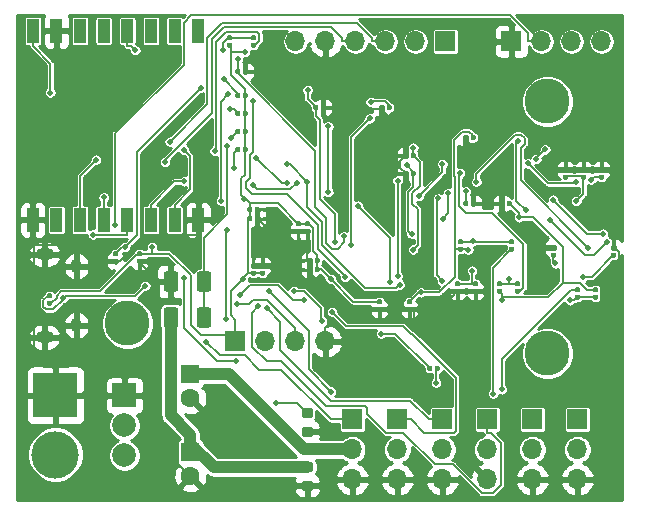
<source format=gbr>
G04 #@! TF.GenerationSoftware,KiCad,Pcbnew,(5.1.6)-1*
G04 #@! TF.CreationDate,2020-09-08T19:34:43-04:00*
G04 #@! TF.ProjectId,PayloadPrototypeBoard,5061796c-6f61-4645-9072-6f746f747970,rev?*
G04 #@! TF.SameCoordinates,Original*
G04 #@! TF.FileFunction,Copper,L2,Bot*
G04 #@! TF.FilePolarity,Positive*
%FSLAX46Y46*%
G04 Gerber Fmt 4.6, Leading zero omitted, Abs format (unit mm)*
G04 Created by KiCad (PCBNEW (5.1.6)-1) date 2020-09-08 19:34:43*
%MOMM*%
%LPD*%
G01*
G04 APERTURE LIST*
G04 #@! TA.AperFunction,SMDPad,CuDef*
%ADD10R,1.000000X2.000000*%
G04 #@! TD*
G04 #@! TA.AperFunction,ComponentPad*
%ADD11C,1.600000*%
G04 #@! TD*
G04 #@! TA.AperFunction,ComponentPad*
%ADD12R,1.600000X1.600000*%
G04 #@! TD*
G04 #@! TA.AperFunction,ComponentPad*
%ADD13O,1.700000X1.700000*%
G04 #@! TD*
G04 #@! TA.AperFunction,ComponentPad*
%ADD14R,1.700000X1.700000*%
G04 #@! TD*
G04 #@! TA.AperFunction,ComponentPad*
%ADD15R,2.000000X2.000000*%
G04 #@! TD*
G04 #@! TA.AperFunction,ComponentPad*
%ADD16C,2.000000*%
G04 #@! TD*
G04 #@! TA.AperFunction,ComponentPad*
%ADD17R,3.800000X3.800000*%
G04 #@! TD*
G04 #@! TA.AperFunction,ComponentPad*
%ADD18C,4.000000*%
G04 #@! TD*
G04 #@! TA.AperFunction,ComponentPad*
%ADD19C,3.800000*%
G04 #@! TD*
G04 #@! TA.AperFunction,ComponentPad*
%ADD20O,0.950000X1.250000*%
G04 #@! TD*
G04 #@! TA.AperFunction,ComponentPad*
%ADD21O,1.550000X1.000000*%
G04 #@! TD*
G04 #@! TA.AperFunction,ViaPad*
%ADD22C,0.508000*%
G04 #@! TD*
G04 #@! TA.AperFunction,Conductor*
%ADD23C,0.152400*%
G04 #@! TD*
G04 #@! TA.AperFunction,Conductor*
%ADD24C,0.177800*%
G04 #@! TD*
G04 #@! TA.AperFunction,Conductor*
%ADD25C,0.508000*%
G04 #@! TD*
G04 #@! TA.AperFunction,Conductor*
%ADD26C,1.016000*%
G04 #@! TD*
G04 #@! TA.AperFunction,Conductor*
%ADD27C,0.254000*%
G04 #@! TD*
G04 APERTURE END LIST*
D10*
X42560000Y-77088000D03*
X40560000Y-77088000D03*
X38560000Y-77088000D03*
X36560000Y-77088000D03*
X34560000Y-77088000D03*
X32560000Y-77088000D03*
X30560000Y-77088000D03*
X28560000Y-77088000D03*
X28560000Y-61088000D03*
X30560000Y-61088000D03*
X32560000Y-61088000D03*
X34560000Y-61088000D03*
X36560000Y-61088000D03*
X38560000Y-61088000D03*
X40560000Y-61088000D03*
X42560000Y-61088000D03*
G04 #@! TA.AperFunction,SMDPad,CuDef*
G36*
G01*
X51559750Y-99156000D02*
X52072250Y-99156000D01*
G75*
G02*
X52291000Y-99374750I0J-218750D01*
G01*
X52291000Y-99812250D01*
G75*
G02*
X52072250Y-100031000I-218750J0D01*
G01*
X51559750Y-100031000D01*
G75*
G02*
X51341000Y-99812250I0J218750D01*
G01*
X51341000Y-99374750D01*
G75*
G02*
X51559750Y-99156000I218750J0D01*
G01*
G37*
G04 #@! TD.AperFunction*
G04 #@! TA.AperFunction,SMDPad,CuDef*
G36*
G01*
X51559750Y-97581000D02*
X52072250Y-97581000D01*
G75*
G02*
X52291000Y-97799750I0J-218750D01*
G01*
X52291000Y-98237250D01*
G75*
G02*
X52072250Y-98456000I-218750J0D01*
G01*
X51559750Y-98456000D01*
G75*
G02*
X51341000Y-98237250I0J218750D01*
G01*
X51341000Y-97799750D01*
G75*
G02*
X51559750Y-97581000I218750J0D01*
G01*
G37*
G04 #@! TD.AperFunction*
D11*
X41910000Y-98774000D03*
D12*
X41910000Y-96774000D03*
X41910000Y-90170000D03*
D11*
X41910000Y-92170000D03*
D13*
X53340000Y-87376000D03*
X50800000Y-87376000D03*
X48260000Y-87376000D03*
D14*
X45720000Y-87376000D03*
D13*
X55626000Y-99060000D03*
X55626000Y-96520000D03*
D14*
X55626000Y-93980000D03*
X59436000Y-93980000D03*
D13*
X59436000Y-96520000D03*
X59436000Y-99060000D03*
X63246000Y-99060000D03*
X63246000Y-96520000D03*
D14*
X63246000Y-93980000D03*
X67056000Y-93980000D03*
D13*
X67056000Y-96520000D03*
X67056000Y-99060000D03*
D14*
X70866000Y-93980000D03*
D13*
X70866000Y-96520000D03*
X70866000Y-99060000D03*
X74676000Y-99060000D03*
X74676000Y-96520000D03*
D14*
X74676000Y-93980000D03*
X63500000Y-61976000D03*
D13*
X60960000Y-61976000D03*
X58420000Y-61976000D03*
X55880000Y-61976000D03*
X53340000Y-61976000D03*
X50800000Y-61976000D03*
D14*
X69088000Y-61976000D03*
D13*
X71628000Y-61976000D03*
X74168000Y-61976000D03*
X76708000Y-61976000D03*
D15*
X36322000Y-91948000D03*
D16*
X36322000Y-94488000D03*
X36322000Y-97028000D03*
D17*
X30480000Y-91948000D03*
D18*
X30480000Y-96948000D03*
D19*
X72136000Y-67056000D03*
X72136000Y-88392000D03*
X36576000Y-85852000D03*
G04 #@! TA.AperFunction,SMDPad,CuDef*
G36*
G01*
X58970000Y-67464000D02*
X58970000Y-67664000D01*
G75*
G02*
X58870000Y-67764000I-100000J0D01*
G01*
X58610000Y-67764000D01*
G75*
G02*
X58510000Y-67664000I0J100000D01*
G01*
X58510000Y-67464000D01*
G75*
G02*
X58610000Y-67364000I100000J0D01*
G01*
X58870000Y-67364000D01*
G75*
G02*
X58970000Y-67464000I0J-100000D01*
G01*
G37*
G04 #@! TD.AperFunction*
G04 #@! TA.AperFunction,SMDPad,CuDef*
G36*
G01*
X58330000Y-67464000D02*
X58330000Y-67664000D01*
G75*
G02*
X58230000Y-67764000I-100000J0D01*
G01*
X57970000Y-67764000D01*
G75*
G02*
X57870000Y-67664000I0J100000D01*
G01*
X57870000Y-67464000D01*
G75*
G02*
X57970000Y-67364000I100000J0D01*
G01*
X58230000Y-67364000D01*
G75*
G02*
X58330000Y-67464000I0J-100000D01*
G01*
G37*
G04 #@! TD.AperFunction*
G04 #@! TA.AperFunction,SMDPad,CuDef*
G36*
G01*
X50954000Y-77174000D02*
X51154000Y-77174000D01*
G75*
G02*
X51254000Y-77274000I0J-100000D01*
G01*
X51254000Y-77534000D01*
G75*
G02*
X51154000Y-77634000I-100000J0D01*
G01*
X50954000Y-77634000D01*
G75*
G02*
X50854000Y-77534000I0J100000D01*
G01*
X50854000Y-77274000D01*
G75*
G02*
X50954000Y-77174000I100000J0D01*
G01*
G37*
G04 #@! TD.AperFunction*
G04 #@! TA.AperFunction,SMDPad,CuDef*
G36*
G01*
X50954000Y-77814000D02*
X51154000Y-77814000D01*
G75*
G02*
X51254000Y-77914000I0J-100000D01*
G01*
X51254000Y-78174000D01*
G75*
G02*
X51154000Y-78274000I-100000J0D01*
G01*
X50954000Y-78274000D01*
G75*
G02*
X50854000Y-78174000I0J100000D01*
G01*
X50854000Y-77914000D01*
G75*
G02*
X50954000Y-77814000I100000J0D01*
G01*
G37*
G04 #@! TD.AperFunction*
G04 #@! TA.AperFunction,SMDPad,CuDef*
G36*
G01*
X47344000Y-81190000D02*
X47144000Y-81190000D01*
G75*
G02*
X47044000Y-81090000I0J100000D01*
G01*
X47044000Y-80830000D01*
G75*
G02*
X47144000Y-80730000I100000J0D01*
G01*
X47344000Y-80730000D01*
G75*
G02*
X47444000Y-80830000I0J-100000D01*
G01*
X47444000Y-81090000D01*
G75*
G02*
X47344000Y-81190000I-100000J0D01*
G01*
G37*
G04 #@! TD.AperFunction*
G04 #@! TA.AperFunction,SMDPad,CuDef*
G36*
G01*
X47344000Y-81830000D02*
X47144000Y-81830000D01*
G75*
G02*
X47044000Y-81730000I0J100000D01*
G01*
X47044000Y-81470000D01*
G75*
G02*
X47144000Y-81370000I100000J0D01*
G01*
X47344000Y-81370000D01*
G75*
G02*
X47444000Y-81470000I0J-100000D01*
G01*
X47444000Y-81730000D01*
G75*
G02*
X47344000Y-81830000I-100000J0D01*
G01*
G37*
G04 #@! TD.AperFunction*
G04 #@! TA.AperFunction,SMDPad,CuDef*
G36*
G01*
X52922000Y-67664000D02*
X52922000Y-67464000D01*
G75*
G02*
X53022000Y-67364000I100000J0D01*
G01*
X53282000Y-67364000D01*
G75*
G02*
X53382000Y-67464000I0J-100000D01*
G01*
X53382000Y-67664000D01*
G75*
G02*
X53282000Y-67764000I-100000J0D01*
G01*
X53022000Y-67764000D01*
G75*
G02*
X52922000Y-67664000I0J100000D01*
G01*
G37*
G04 #@! TD.AperFunction*
G04 #@! TA.AperFunction,SMDPad,CuDef*
G36*
G01*
X52282000Y-67664000D02*
X52282000Y-67464000D01*
G75*
G02*
X52382000Y-67364000I100000J0D01*
G01*
X52642000Y-67364000D01*
G75*
G02*
X52742000Y-67464000I0J-100000D01*
G01*
X52742000Y-67664000D01*
G75*
G02*
X52642000Y-67764000I-100000J0D01*
G01*
X52382000Y-67764000D01*
G75*
G02*
X52282000Y-67664000I0J100000D01*
G01*
G37*
G04 #@! TD.AperFunction*
G04 #@! TA.AperFunction,SMDPad,CuDef*
G36*
G01*
X46318000Y-64616000D02*
X46318000Y-64416000D01*
G75*
G02*
X46418000Y-64316000I100000J0D01*
G01*
X46678000Y-64316000D01*
G75*
G02*
X46778000Y-64416000I0J-100000D01*
G01*
X46778000Y-64616000D01*
G75*
G02*
X46678000Y-64716000I-100000J0D01*
G01*
X46418000Y-64716000D01*
G75*
G02*
X46318000Y-64616000I0J100000D01*
G01*
G37*
G04 #@! TD.AperFunction*
G04 #@! TA.AperFunction,SMDPad,CuDef*
G36*
G01*
X45678000Y-64616000D02*
X45678000Y-64416000D01*
G75*
G02*
X45778000Y-64316000I100000J0D01*
G01*
X46038000Y-64316000D01*
G75*
G02*
X46138000Y-64416000I0J-100000D01*
G01*
X46138000Y-64616000D01*
G75*
G02*
X46038000Y-64716000I-100000J0D01*
G01*
X45778000Y-64716000D01*
G75*
G02*
X45678000Y-64616000I0J100000D01*
G01*
G37*
G04 #@! TD.AperFunction*
G04 #@! TA.AperFunction,SMDPad,CuDef*
G36*
G01*
X52874000Y-81180000D02*
X52874000Y-81380000D01*
G75*
G02*
X52774000Y-81480000I-100000J0D01*
G01*
X52514000Y-81480000D01*
G75*
G02*
X52414000Y-81380000I0J100000D01*
G01*
X52414000Y-81180000D01*
G75*
G02*
X52514000Y-81080000I100000J0D01*
G01*
X52774000Y-81080000D01*
G75*
G02*
X52874000Y-81180000I0J-100000D01*
G01*
G37*
G04 #@! TD.AperFunction*
G04 #@! TA.AperFunction,SMDPad,CuDef*
G36*
G01*
X52234000Y-81180000D02*
X52234000Y-81380000D01*
G75*
G02*
X52134000Y-81480000I-100000J0D01*
G01*
X51874000Y-81480000D01*
G75*
G02*
X51774000Y-81380000I0J100000D01*
G01*
X51774000Y-81180000D01*
G75*
G02*
X51874000Y-81080000I100000J0D01*
G01*
X52134000Y-81080000D01*
G75*
G02*
X52234000Y-81180000I0J-100000D01*
G01*
G37*
G04 #@! TD.AperFunction*
G04 #@! TA.AperFunction,SMDPad,CuDef*
G36*
G01*
X52234000Y-80418000D02*
X52234000Y-80618000D01*
G75*
G02*
X52134000Y-80718000I-100000J0D01*
G01*
X51874000Y-80718000D01*
G75*
G02*
X51774000Y-80618000I0J100000D01*
G01*
X51774000Y-80418000D01*
G75*
G02*
X51874000Y-80318000I100000J0D01*
G01*
X52134000Y-80318000D01*
G75*
G02*
X52234000Y-80418000I0J-100000D01*
G01*
G37*
G04 #@! TD.AperFunction*
G04 #@! TA.AperFunction,SMDPad,CuDef*
G36*
G01*
X52874000Y-80418000D02*
X52874000Y-80618000D01*
G75*
G02*
X52774000Y-80718000I-100000J0D01*
G01*
X52514000Y-80718000D01*
G75*
G02*
X52414000Y-80618000I0J100000D01*
G01*
X52414000Y-80418000D01*
G75*
G02*
X52514000Y-80318000I100000J0D01*
G01*
X52774000Y-80318000D01*
G75*
G02*
X52874000Y-80418000I0J-100000D01*
G01*
G37*
G04 #@! TD.AperFunction*
G04 #@! TA.AperFunction,SMDPad,CuDef*
G36*
G01*
X61002000Y-71528000D02*
X61002000Y-71728000D01*
G75*
G02*
X60902000Y-71828000I-100000J0D01*
G01*
X60642000Y-71828000D01*
G75*
G02*
X60542000Y-71728000I0J100000D01*
G01*
X60542000Y-71528000D01*
G75*
G02*
X60642000Y-71428000I100000J0D01*
G01*
X60902000Y-71428000D01*
G75*
G02*
X61002000Y-71528000I0J-100000D01*
G01*
G37*
G04 #@! TD.AperFunction*
G04 #@! TA.AperFunction,SMDPad,CuDef*
G36*
G01*
X60362000Y-71528000D02*
X60362000Y-71728000D01*
G75*
G02*
X60262000Y-71828000I-100000J0D01*
G01*
X60002000Y-71828000D01*
G75*
G02*
X59902000Y-71728000I0J100000D01*
G01*
X59902000Y-71528000D01*
G75*
G02*
X60002000Y-71428000I100000J0D01*
G01*
X60262000Y-71428000D01*
G75*
G02*
X60362000Y-71528000I0J-100000D01*
G01*
G37*
G04 #@! TD.AperFunction*
G04 #@! TA.AperFunction,SMDPad,CuDef*
G36*
G01*
X51716000Y-77174000D02*
X51916000Y-77174000D01*
G75*
G02*
X52016000Y-77274000I0J-100000D01*
G01*
X52016000Y-77534000D01*
G75*
G02*
X51916000Y-77634000I-100000J0D01*
G01*
X51716000Y-77634000D01*
G75*
G02*
X51616000Y-77534000I0J100000D01*
G01*
X51616000Y-77274000D01*
G75*
G02*
X51716000Y-77174000I100000J0D01*
G01*
G37*
G04 #@! TD.AperFunction*
G04 #@! TA.AperFunction,SMDPad,CuDef*
G36*
G01*
X51716000Y-77814000D02*
X51916000Y-77814000D01*
G75*
G02*
X52016000Y-77914000I0J-100000D01*
G01*
X52016000Y-78174000D01*
G75*
G02*
X51916000Y-78274000I-100000J0D01*
G01*
X51716000Y-78274000D01*
G75*
G02*
X51616000Y-78174000I0J100000D01*
G01*
X51616000Y-77914000D01*
G75*
G02*
X51716000Y-77814000I100000J0D01*
G01*
G37*
G04 #@! TD.AperFunction*
G04 #@! TA.AperFunction,SMDPad,CuDef*
G36*
G01*
X46694000Y-77062000D02*
X46694000Y-76862000D01*
G75*
G02*
X46794000Y-76762000I100000J0D01*
G01*
X47054000Y-76762000D01*
G75*
G02*
X47154000Y-76862000I0J-100000D01*
G01*
X47154000Y-77062000D01*
G75*
G02*
X47054000Y-77162000I-100000J0D01*
G01*
X46794000Y-77162000D01*
G75*
G02*
X46694000Y-77062000I0J100000D01*
G01*
G37*
G04 #@! TD.AperFunction*
G04 #@! TA.AperFunction,SMDPad,CuDef*
G36*
G01*
X47334000Y-77062000D02*
X47334000Y-76862000D01*
G75*
G02*
X47434000Y-76762000I100000J0D01*
G01*
X47694000Y-76762000D01*
G75*
G02*
X47794000Y-76862000I0J-100000D01*
G01*
X47794000Y-77062000D01*
G75*
G02*
X47694000Y-77162000I-100000J0D01*
G01*
X47434000Y-77162000D01*
G75*
G02*
X47334000Y-77062000I0J100000D01*
G01*
G37*
G04 #@! TD.AperFunction*
G04 #@! TA.AperFunction,SMDPad,CuDef*
G36*
G01*
X60362000Y-73052000D02*
X60362000Y-73252000D01*
G75*
G02*
X60262000Y-73352000I-100000J0D01*
G01*
X60002000Y-73352000D01*
G75*
G02*
X59902000Y-73252000I0J100000D01*
G01*
X59902000Y-73052000D01*
G75*
G02*
X60002000Y-72952000I100000J0D01*
G01*
X60262000Y-72952000D01*
G75*
G02*
X60362000Y-73052000I0J-100000D01*
G01*
G37*
G04 #@! TD.AperFunction*
G04 #@! TA.AperFunction,SMDPad,CuDef*
G36*
G01*
X61002000Y-73052000D02*
X61002000Y-73252000D01*
G75*
G02*
X60902000Y-73352000I-100000J0D01*
G01*
X60642000Y-73352000D01*
G75*
G02*
X60542000Y-73252000I0J100000D01*
G01*
X60542000Y-73052000D01*
G75*
G02*
X60642000Y-72952000I100000J0D01*
G01*
X60902000Y-72952000D01*
G75*
G02*
X61002000Y-73052000I0J-100000D01*
G01*
G37*
G04 #@! TD.AperFunction*
G04 #@! TA.AperFunction,SMDPad,CuDef*
G36*
G01*
X48106000Y-81190000D02*
X47906000Y-81190000D01*
G75*
G02*
X47806000Y-81090000I0J100000D01*
G01*
X47806000Y-80830000D01*
G75*
G02*
X47906000Y-80730000I100000J0D01*
G01*
X48106000Y-80730000D01*
G75*
G02*
X48206000Y-80830000I0J-100000D01*
G01*
X48206000Y-81090000D01*
G75*
G02*
X48106000Y-81190000I-100000J0D01*
G01*
G37*
G04 #@! TD.AperFunction*
G04 #@! TA.AperFunction,SMDPad,CuDef*
G36*
G01*
X48106000Y-81830000D02*
X47906000Y-81830000D01*
G75*
G02*
X47806000Y-81730000I0J100000D01*
G01*
X47806000Y-81470000D01*
G75*
G02*
X47906000Y-81370000I100000J0D01*
G01*
X48106000Y-81370000D01*
G75*
G02*
X48206000Y-81470000I0J-100000D01*
G01*
X48206000Y-81730000D01*
G75*
G02*
X48106000Y-81830000I-100000J0D01*
G01*
G37*
G04 #@! TD.AperFunction*
G04 #@! TA.AperFunction,SMDPad,CuDef*
G36*
G01*
X46694000Y-76300000D02*
X46694000Y-76100000D01*
G75*
G02*
X46794000Y-76000000I100000J0D01*
G01*
X47054000Y-76000000D01*
G75*
G02*
X47154000Y-76100000I0J-100000D01*
G01*
X47154000Y-76300000D01*
G75*
G02*
X47054000Y-76400000I-100000J0D01*
G01*
X46794000Y-76400000D01*
G75*
G02*
X46694000Y-76300000I0J100000D01*
G01*
G37*
G04 #@! TD.AperFunction*
G04 #@! TA.AperFunction,SMDPad,CuDef*
G36*
G01*
X47334000Y-76300000D02*
X47334000Y-76100000D01*
G75*
G02*
X47434000Y-76000000I100000J0D01*
G01*
X47694000Y-76000000D01*
G75*
G02*
X47794000Y-76100000I0J-100000D01*
G01*
X47794000Y-76300000D01*
G75*
G02*
X47694000Y-76400000I-100000J0D01*
G01*
X47434000Y-76400000D01*
G75*
G02*
X47334000Y-76300000I0J100000D01*
G01*
G37*
G04 #@! TD.AperFunction*
G04 #@! TA.AperFunction,SMDPad,CuDef*
G36*
G01*
X35460000Y-79714000D02*
X35660000Y-79714000D01*
G75*
G02*
X35760000Y-79814000I0J-100000D01*
G01*
X35760000Y-80074000D01*
G75*
G02*
X35660000Y-80174000I-100000J0D01*
G01*
X35460000Y-80174000D01*
G75*
G02*
X35360000Y-80074000I0J100000D01*
G01*
X35360000Y-79814000D01*
G75*
G02*
X35460000Y-79714000I100000J0D01*
G01*
G37*
G04 #@! TD.AperFunction*
G04 #@! TA.AperFunction,SMDPad,CuDef*
G36*
G01*
X35460000Y-80354000D02*
X35660000Y-80354000D01*
G75*
G02*
X35760000Y-80454000I0J-100000D01*
G01*
X35760000Y-80714000D01*
G75*
G02*
X35660000Y-80814000I-100000J0D01*
G01*
X35460000Y-80814000D01*
G75*
G02*
X35360000Y-80714000I0J100000D01*
G01*
X35360000Y-80454000D01*
G75*
G02*
X35460000Y-80354000I100000J0D01*
G01*
G37*
G04 #@! TD.AperFunction*
G04 #@! TA.AperFunction,SMDPad,CuDef*
G36*
G01*
X57812000Y-84418000D02*
X58012000Y-84418000D01*
G75*
G02*
X58112000Y-84518000I0J-100000D01*
G01*
X58112000Y-84778000D01*
G75*
G02*
X58012000Y-84878000I-100000J0D01*
G01*
X57812000Y-84878000D01*
G75*
G02*
X57712000Y-84778000I0J100000D01*
G01*
X57712000Y-84518000D01*
G75*
G02*
X57812000Y-84418000I100000J0D01*
G01*
G37*
G04 #@! TD.AperFunction*
G04 #@! TA.AperFunction,SMDPad,CuDef*
G36*
G01*
X57812000Y-83778000D02*
X58012000Y-83778000D01*
G75*
G02*
X58112000Y-83878000I0J-100000D01*
G01*
X58112000Y-84138000D01*
G75*
G02*
X58012000Y-84238000I-100000J0D01*
G01*
X57812000Y-84238000D01*
G75*
G02*
X57712000Y-84138000I0J100000D01*
G01*
X57712000Y-83878000D01*
G75*
G02*
X57812000Y-83778000I100000J0D01*
G01*
G37*
G04 #@! TD.AperFunction*
G04 #@! TA.AperFunction,SMDPad,CuDef*
G36*
G01*
X60352000Y-84418000D02*
X60552000Y-84418000D01*
G75*
G02*
X60652000Y-84518000I0J-100000D01*
G01*
X60652000Y-84778000D01*
G75*
G02*
X60552000Y-84878000I-100000J0D01*
G01*
X60352000Y-84878000D01*
G75*
G02*
X60252000Y-84778000I0J100000D01*
G01*
X60252000Y-84518000D01*
G75*
G02*
X60352000Y-84418000I100000J0D01*
G01*
G37*
G04 #@! TD.AperFunction*
G04 #@! TA.AperFunction,SMDPad,CuDef*
G36*
G01*
X60352000Y-83778000D02*
X60552000Y-83778000D01*
G75*
G02*
X60652000Y-83878000I0J-100000D01*
G01*
X60652000Y-84138000D01*
G75*
G02*
X60552000Y-84238000I-100000J0D01*
G01*
X60352000Y-84238000D01*
G75*
G02*
X60252000Y-84138000I0J100000D01*
G01*
X60252000Y-83878000D01*
G75*
G02*
X60352000Y-83778000I100000J0D01*
G01*
G37*
G04 #@! TD.AperFunction*
G04 #@! TA.AperFunction,SMDPad,CuDef*
G36*
G01*
X68490000Y-75592000D02*
X68490000Y-75792000D01*
G75*
G02*
X68390000Y-75892000I-100000J0D01*
G01*
X68130000Y-75892000D01*
G75*
G02*
X68030000Y-75792000I0J100000D01*
G01*
X68030000Y-75592000D01*
G75*
G02*
X68130000Y-75492000I100000J0D01*
G01*
X68390000Y-75492000D01*
G75*
G02*
X68490000Y-75592000I0J-100000D01*
G01*
G37*
G04 #@! TD.AperFunction*
G04 #@! TA.AperFunction,SMDPad,CuDef*
G36*
G01*
X69130000Y-75592000D02*
X69130000Y-75792000D01*
G75*
G02*
X69030000Y-75892000I-100000J0D01*
G01*
X68770000Y-75892000D01*
G75*
G02*
X68670000Y-75792000I0J100000D01*
G01*
X68670000Y-75592000D01*
G75*
G02*
X68770000Y-75492000I100000J0D01*
G01*
X69030000Y-75492000D01*
G75*
G02*
X69130000Y-75592000I0J-100000D01*
G01*
G37*
G04 #@! TD.AperFunction*
G04 #@! TA.AperFunction,SMDPad,CuDef*
G36*
G01*
X64982000Y-70204000D02*
X64982000Y-70004000D01*
G75*
G02*
X65082000Y-69904000I100000J0D01*
G01*
X65342000Y-69904000D01*
G75*
G02*
X65442000Y-70004000I0J-100000D01*
G01*
X65442000Y-70204000D01*
G75*
G02*
X65342000Y-70304000I-100000J0D01*
G01*
X65082000Y-70304000D01*
G75*
G02*
X64982000Y-70204000I0J100000D01*
G01*
G37*
G04 #@! TD.AperFunction*
G04 #@! TA.AperFunction,SMDPad,CuDef*
G36*
G01*
X65622000Y-70204000D02*
X65622000Y-70004000D01*
G75*
G02*
X65722000Y-69904000I100000J0D01*
G01*
X65982000Y-69904000D01*
G75*
G02*
X66082000Y-70004000I0J-100000D01*
G01*
X66082000Y-70204000D01*
G75*
G02*
X65982000Y-70304000I-100000J0D01*
G01*
X65722000Y-70304000D01*
G75*
G02*
X65622000Y-70204000I0J100000D01*
G01*
G37*
G04 #@! TD.AperFunction*
G04 #@! TA.AperFunction,SMDPad,CuDef*
G36*
G01*
X75084000Y-72602000D02*
X75284000Y-72602000D01*
G75*
G02*
X75384000Y-72702000I0J-100000D01*
G01*
X75384000Y-72962000D01*
G75*
G02*
X75284000Y-73062000I-100000J0D01*
G01*
X75084000Y-73062000D01*
G75*
G02*
X74984000Y-72962000I0J100000D01*
G01*
X74984000Y-72702000D01*
G75*
G02*
X75084000Y-72602000I100000J0D01*
G01*
G37*
G04 #@! TD.AperFunction*
G04 #@! TA.AperFunction,SMDPad,CuDef*
G36*
G01*
X75084000Y-73242000D02*
X75284000Y-73242000D01*
G75*
G02*
X75384000Y-73342000I0J-100000D01*
G01*
X75384000Y-73602000D01*
G75*
G02*
X75284000Y-73702000I-100000J0D01*
G01*
X75084000Y-73702000D01*
G75*
G02*
X74984000Y-73602000I0J100000D01*
G01*
X74984000Y-73342000D01*
G75*
G02*
X75084000Y-73242000I100000J0D01*
G01*
G37*
G04 #@! TD.AperFunction*
G04 #@! TA.AperFunction,SMDPad,CuDef*
G36*
G01*
X76608000Y-73242000D02*
X76808000Y-73242000D01*
G75*
G02*
X76908000Y-73342000I0J-100000D01*
G01*
X76908000Y-73602000D01*
G75*
G02*
X76808000Y-73702000I-100000J0D01*
G01*
X76608000Y-73702000D01*
G75*
G02*
X76508000Y-73602000I0J100000D01*
G01*
X76508000Y-73342000D01*
G75*
G02*
X76608000Y-73242000I100000J0D01*
G01*
G37*
G04 #@! TD.AperFunction*
G04 #@! TA.AperFunction,SMDPad,CuDef*
G36*
G01*
X76608000Y-72602000D02*
X76808000Y-72602000D01*
G75*
G02*
X76908000Y-72702000I0J-100000D01*
G01*
X76908000Y-72962000D01*
G75*
G02*
X76808000Y-73062000I-100000J0D01*
G01*
X76608000Y-73062000D01*
G75*
G02*
X76508000Y-72962000I0J100000D01*
G01*
X76508000Y-72702000D01*
G75*
G02*
X76608000Y-72602000I100000J0D01*
G01*
G37*
G04 #@! TD.AperFunction*
G04 #@! TA.AperFunction,SMDPad,CuDef*
G36*
G01*
X73560000Y-73242000D02*
X73760000Y-73242000D01*
G75*
G02*
X73860000Y-73342000I0J-100000D01*
G01*
X73860000Y-73602000D01*
G75*
G02*
X73760000Y-73702000I-100000J0D01*
G01*
X73560000Y-73702000D01*
G75*
G02*
X73460000Y-73602000I0J100000D01*
G01*
X73460000Y-73342000D01*
G75*
G02*
X73560000Y-73242000I100000J0D01*
G01*
G37*
G04 #@! TD.AperFunction*
G04 #@! TA.AperFunction,SMDPad,CuDef*
G36*
G01*
X73560000Y-72602000D02*
X73760000Y-72602000D01*
G75*
G02*
X73860000Y-72702000I0J-100000D01*
G01*
X73860000Y-72962000D01*
G75*
G02*
X73760000Y-73062000I-100000J0D01*
G01*
X73560000Y-73062000D01*
G75*
G02*
X73460000Y-72962000I0J100000D01*
G01*
X73460000Y-72702000D01*
G75*
G02*
X73560000Y-72602000I100000J0D01*
G01*
G37*
G04 #@! TD.AperFunction*
G04 #@! TA.AperFunction,SMDPad,CuDef*
G36*
G01*
X77824000Y-79666000D02*
X77624000Y-79666000D01*
G75*
G02*
X77524000Y-79566000I0J100000D01*
G01*
X77524000Y-79306000D01*
G75*
G02*
X77624000Y-79206000I100000J0D01*
G01*
X77824000Y-79206000D01*
G75*
G02*
X77924000Y-79306000I0J-100000D01*
G01*
X77924000Y-79566000D01*
G75*
G02*
X77824000Y-79666000I-100000J0D01*
G01*
G37*
G04 #@! TD.AperFunction*
G04 #@! TA.AperFunction,SMDPad,CuDef*
G36*
G01*
X77824000Y-80306000D02*
X77624000Y-80306000D01*
G75*
G02*
X77524000Y-80206000I0J100000D01*
G01*
X77524000Y-79946000D01*
G75*
G02*
X77624000Y-79846000I100000J0D01*
G01*
X77824000Y-79846000D01*
G75*
G02*
X77924000Y-79946000I0J-100000D01*
G01*
X77924000Y-80206000D01*
G75*
G02*
X77824000Y-80306000I-100000J0D01*
G01*
G37*
G04 #@! TD.AperFunction*
G04 #@! TA.AperFunction,SMDPad,CuDef*
G36*
G01*
X72744000Y-80306000D02*
X72544000Y-80306000D01*
G75*
G02*
X72444000Y-80206000I0J100000D01*
G01*
X72444000Y-79946000D01*
G75*
G02*
X72544000Y-79846000I100000J0D01*
G01*
X72744000Y-79846000D01*
G75*
G02*
X72844000Y-79946000I0J-100000D01*
G01*
X72844000Y-80206000D01*
G75*
G02*
X72744000Y-80306000I-100000J0D01*
G01*
G37*
G04 #@! TD.AperFunction*
G04 #@! TA.AperFunction,SMDPad,CuDef*
G36*
G01*
X72744000Y-79666000D02*
X72544000Y-79666000D01*
G75*
G02*
X72444000Y-79566000I0J100000D01*
G01*
X72444000Y-79306000D01*
G75*
G02*
X72544000Y-79206000I100000J0D01*
G01*
X72744000Y-79206000D01*
G75*
G02*
X72844000Y-79306000I0J-100000D01*
G01*
X72844000Y-79566000D01*
G75*
G02*
X72744000Y-79666000I-100000J0D01*
G01*
G37*
G04 #@! TD.AperFunction*
G04 #@! TA.AperFunction,SMDPad,CuDef*
G36*
G01*
X64616000Y-82714000D02*
X64416000Y-82714000D01*
G75*
G02*
X64316000Y-82614000I0J100000D01*
G01*
X64316000Y-82354000D01*
G75*
G02*
X64416000Y-82254000I100000J0D01*
G01*
X64616000Y-82254000D01*
G75*
G02*
X64716000Y-82354000I0J-100000D01*
G01*
X64716000Y-82614000D01*
G75*
G02*
X64616000Y-82714000I-100000J0D01*
G01*
G37*
G04 #@! TD.AperFunction*
G04 #@! TA.AperFunction,SMDPad,CuDef*
G36*
G01*
X64616000Y-83354000D02*
X64416000Y-83354000D01*
G75*
G02*
X64316000Y-83254000I0J100000D01*
G01*
X64316000Y-82994000D01*
G75*
G02*
X64416000Y-82894000I100000J0D01*
G01*
X64616000Y-82894000D01*
G75*
G02*
X64716000Y-82994000I0J-100000D01*
G01*
X64716000Y-83254000D01*
G75*
G02*
X64616000Y-83354000I-100000J0D01*
G01*
G37*
G04 #@! TD.AperFunction*
G04 #@! TA.AperFunction,SMDPad,CuDef*
G36*
G01*
X65940000Y-82254000D02*
X66140000Y-82254000D01*
G75*
G02*
X66240000Y-82354000I0J-100000D01*
G01*
X66240000Y-82614000D01*
G75*
G02*
X66140000Y-82714000I-100000J0D01*
G01*
X65940000Y-82714000D01*
G75*
G02*
X65840000Y-82614000I0J100000D01*
G01*
X65840000Y-82354000D01*
G75*
G02*
X65940000Y-82254000I100000J0D01*
G01*
G37*
G04 #@! TD.AperFunction*
G04 #@! TA.AperFunction,SMDPad,CuDef*
G36*
G01*
X65940000Y-82894000D02*
X66140000Y-82894000D01*
G75*
G02*
X66240000Y-82994000I0J-100000D01*
G01*
X66240000Y-83254000D01*
G75*
G02*
X66140000Y-83354000I-100000J0D01*
G01*
X65940000Y-83354000D01*
G75*
G02*
X65840000Y-83254000I0J100000D01*
G01*
X65840000Y-82994000D01*
G75*
G02*
X65940000Y-82894000I100000J0D01*
G01*
G37*
G04 #@! TD.AperFunction*
G04 #@! TA.AperFunction,SMDPad,CuDef*
G36*
G01*
X51559750Y-93009000D02*
X52072250Y-93009000D01*
G75*
G02*
X52291000Y-93227750I0J-218750D01*
G01*
X52291000Y-93665250D01*
G75*
G02*
X52072250Y-93884000I-218750J0D01*
G01*
X51559750Y-93884000D01*
G75*
G02*
X51341000Y-93665250I0J218750D01*
G01*
X51341000Y-93227750D01*
G75*
G02*
X51559750Y-93009000I218750J0D01*
G01*
G37*
G04 #@! TD.AperFunction*
G04 #@! TA.AperFunction,SMDPad,CuDef*
G36*
G01*
X51559750Y-94584000D02*
X52072250Y-94584000D01*
G75*
G02*
X52291000Y-94802750I0J-218750D01*
G01*
X52291000Y-95240250D01*
G75*
G02*
X52072250Y-95459000I-218750J0D01*
G01*
X51559750Y-95459000D01*
G75*
G02*
X51341000Y-95240250I0J218750D01*
G01*
X51341000Y-94802750D01*
G75*
G02*
X51559750Y-94584000I218750J0D01*
G01*
G37*
G04 #@! TD.AperFunction*
G04 #@! TA.AperFunction,SMDPad,CuDef*
G36*
G01*
X37492000Y-79714000D02*
X37692000Y-79714000D01*
G75*
G02*
X37792000Y-79814000I0J-100000D01*
G01*
X37792000Y-80074000D01*
G75*
G02*
X37692000Y-80174000I-100000J0D01*
G01*
X37492000Y-80174000D01*
G75*
G02*
X37392000Y-80074000I0J100000D01*
G01*
X37392000Y-79814000D01*
G75*
G02*
X37492000Y-79714000I100000J0D01*
G01*
G37*
G04 #@! TD.AperFunction*
G04 #@! TA.AperFunction,SMDPad,CuDef*
G36*
G01*
X37492000Y-80354000D02*
X37692000Y-80354000D01*
G75*
G02*
X37792000Y-80454000I0J-100000D01*
G01*
X37792000Y-80714000D01*
G75*
G02*
X37692000Y-80814000I-100000J0D01*
G01*
X37492000Y-80814000D01*
G75*
G02*
X37392000Y-80714000I0J100000D01*
G01*
X37392000Y-80454000D01*
G75*
G02*
X37492000Y-80354000I100000J0D01*
G01*
G37*
G04 #@! TD.AperFunction*
G04 #@! TA.AperFunction,SMDPad,CuDef*
G36*
G01*
X46318000Y-66648000D02*
X46318000Y-66448000D01*
G75*
G02*
X46418000Y-66348000I100000J0D01*
G01*
X46678000Y-66348000D01*
G75*
G02*
X46778000Y-66448000I0J-100000D01*
G01*
X46778000Y-66648000D01*
G75*
G02*
X46678000Y-66748000I-100000J0D01*
G01*
X46418000Y-66748000D01*
G75*
G02*
X46318000Y-66648000I0J100000D01*
G01*
G37*
G04 #@! TD.AperFunction*
G04 #@! TA.AperFunction,SMDPad,CuDef*
G36*
G01*
X45678000Y-66648000D02*
X45678000Y-66448000D01*
G75*
G02*
X45778000Y-66348000I100000J0D01*
G01*
X46038000Y-66348000D01*
G75*
G02*
X46138000Y-66448000I0J-100000D01*
G01*
X46138000Y-66648000D01*
G75*
G02*
X46038000Y-66748000I-100000J0D01*
G01*
X45778000Y-66748000D01*
G75*
G02*
X45678000Y-66648000I0J100000D01*
G01*
G37*
G04 #@! TD.AperFunction*
G04 #@! TA.AperFunction,SMDPad,CuDef*
G36*
G01*
X46318000Y-71220000D02*
X46318000Y-71020000D01*
G75*
G02*
X46418000Y-70920000I100000J0D01*
G01*
X46678000Y-70920000D01*
G75*
G02*
X46778000Y-71020000I0J-100000D01*
G01*
X46778000Y-71220000D01*
G75*
G02*
X46678000Y-71320000I-100000J0D01*
G01*
X46418000Y-71320000D01*
G75*
G02*
X46318000Y-71220000I0J100000D01*
G01*
G37*
G04 #@! TD.AperFunction*
G04 #@! TA.AperFunction,SMDPad,CuDef*
G36*
G01*
X45678000Y-71220000D02*
X45678000Y-71020000D01*
G75*
G02*
X45778000Y-70920000I100000J0D01*
G01*
X46038000Y-70920000D01*
G75*
G02*
X46138000Y-71020000I0J-100000D01*
G01*
X46138000Y-71220000D01*
G75*
G02*
X46038000Y-71320000I-100000J0D01*
G01*
X45778000Y-71320000D01*
G75*
G02*
X45678000Y-71220000I0J100000D01*
G01*
G37*
G04 #@! TD.AperFunction*
G04 #@! TA.AperFunction,SMDPad,CuDef*
G36*
G01*
X45678000Y-69696000D02*
X45678000Y-69496000D01*
G75*
G02*
X45778000Y-69396000I100000J0D01*
G01*
X46038000Y-69396000D01*
G75*
G02*
X46138000Y-69496000I0J-100000D01*
G01*
X46138000Y-69696000D01*
G75*
G02*
X46038000Y-69796000I-100000J0D01*
G01*
X45778000Y-69796000D01*
G75*
G02*
X45678000Y-69696000I0J100000D01*
G01*
G37*
G04 #@! TD.AperFunction*
G04 #@! TA.AperFunction,SMDPad,CuDef*
G36*
G01*
X46318000Y-69696000D02*
X46318000Y-69496000D01*
G75*
G02*
X46418000Y-69396000I100000J0D01*
G01*
X46678000Y-69396000D01*
G75*
G02*
X46778000Y-69496000I0J-100000D01*
G01*
X46778000Y-69696000D01*
G75*
G02*
X46678000Y-69796000I-100000J0D01*
G01*
X46418000Y-69796000D01*
G75*
G02*
X46318000Y-69696000I0J100000D01*
G01*
G37*
G04 #@! TD.AperFunction*
G04 #@! TA.AperFunction,SMDPad,CuDef*
G36*
G01*
X46318000Y-68172000D02*
X46318000Y-67972000D01*
G75*
G02*
X46418000Y-67872000I100000J0D01*
G01*
X46678000Y-67872000D01*
G75*
G02*
X46778000Y-67972000I0J-100000D01*
G01*
X46778000Y-68172000D01*
G75*
G02*
X46678000Y-68272000I-100000J0D01*
G01*
X46418000Y-68272000D01*
G75*
G02*
X46318000Y-68172000I0J100000D01*
G01*
G37*
G04 #@! TD.AperFunction*
G04 #@! TA.AperFunction,SMDPad,CuDef*
G36*
G01*
X45678000Y-68172000D02*
X45678000Y-67972000D01*
G75*
G02*
X45778000Y-67872000I100000J0D01*
G01*
X46038000Y-67872000D01*
G75*
G02*
X46138000Y-67972000I0J-100000D01*
G01*
X46138000Y-68172000D01*
G75*
G02*
X46038000Y-68272000I-100000J0D01*
G01*
X45778000Y-68272000D01*
G75*
G02*
X45678000Y-68172000I0J100000D01*
G01*
G37*
G04 #@! TD.AperFunction*
G04 #@! TA.AperFunction,SMDPad,CuDef*
G36*
G01*
X63034000Y-89562000D02*
X63034000Y-89762000D01*
G75*
G02*
X62934000Y-89862000I-100000J0D01*
G01*
X62674000Y-89862000D01*
G75*
G02*
X62574000Y-89762000I0J100000D01*
G01*
X62574000Y-89562000D01*
G75*
G02*
X62674000Y-89462000I100000J0D01*
G01*
X62934000Y-89462000D01*
G75*
G02*
X63034000Y-89562000I0J-100000D01*
G01*
G37*
G04 #@! TD.AperFunction*
G04 #@! TA.AperFunction,SMDPad,CuDef*
G36*
G01*
X62394000Y-89562000D02*
X62394000Y-89762000D01*
G75*
G02*
X62294000Y-89862000I-100000J0D01*
G01*
X62034000Y-89862000D01*
G75*
G02*
X61934000Y-89762000I0J100000D01*
G01*
X61934000Y-89562000D01*
G75*
G02*
X62034000Y-89462000I100000J0D01*
G01*
X62294000Y-89462000D01*
G75*
G02*
X62394000Y-89562000I0J-100000D01*
G01*
G37*
G04 #@! TD.AperFunction*
G04 #@! TA.AperFunction,SMDPad,CuDef*
G36*
G01*
X29872000Y-83270000D02*
X30072000Y-83270000D01*
G75*
G02*
X30172000Y-83370000I0J-100000D01*
G01*
X30172000Y-83630000D01*
G75*
G02*
X30072000Y-83730000I-100000J0D01*
G01*
X29872000Y-83730000D01*
G75*
G02*
X29772000Y-83630000I0J100000D01*
G01*
X29772000Y-83370000D01*
G75*
G02*
X29872000Y-83270000I100000J0D01*
G01*
G37*
G04 #@! TD.AperFunction*
G04 #@! TA.AperFunction,SMDPad,CuDef*
G36*
G01*
X29872000Y-83910000D02*
X30072000Y-83910000D01*
G75*
G02*
X30172000Y-84010000I0J-100000D01*
G01*
X30172000Y-84270000D01*
G75*
G02*
X30072000Y-84370000I-100000J0D01*
G01*
X29872000Y-84370000D01*
G75*
G02*
X29772000Y-84270000I0J100000D01*
G01*
X29772000Y-84010000D01*
G75*
G02*
X29872000Y-83910000I100000J0D01*
G01*
G37*
G04 #@! TD.AperFunction*
G04 #@! TA.AperFunction,SMDPad,CuDef*
G36*
G01*
X66082000Y-75592000D02*
X66082000Y-75792000D01*
G75*
G02*
X65982000Y-75892000I-100000J0D01*
G01*
X65722000Y-75892000D01*
G75*
G02*
X65622000Y-75792000I0J100000D01*
G01*
X65622000Y-75592000D01*
G75*
G02*
X65722000Y-75492000I100000J0D01*
G01*
X65982000Y-75492000D01*
G75*
G02*
X66082000Y-75592000I0J-100000D01*
G01*
G37*
G04 #@! TD.AperFunction*
G04 #@! TA.AperFunction,SMDPad,CuDef*
G36*
G01*
X65442000Y-75592000D02*
X65442000Y-75792000D01*
G75*
G02*
X65342000Y-75892000I-100000J0D01*
G01*
X65082000Y-75892000D01*
G75*
G02*
X64982000Y-75792000I0J100000D01*
G01*
X64982000Y-75592000D01*
G75*
G02*
X65082000Y-75492000I100000J0D01*
G01*
X65342000Y-75492000D01*
G75*
G02*
X65442000Y-75592000I0J-100000D01*
G01*
G37*
G04 #@! TD.AperFunction*
G04 #@! TA.AperFunction,SMDPad,CuDef*
G36*
G01*
X45112000Y-62066000D02*
X45312000Y-62066000D01*
G75*
G02*
X45412000Y-62166000I0J-100000D01*
G01*
X45412000Y-62426000D01*
G75*
G02*
X45312000Y-62526000I-100000J0D01*
G01*
X45112000Y-62526000D01*
G75*
G02*
X45012000Y-62426000I0J100000D01*
G01*
X45012000Y-62166000D01*
G75*
G02*
X45112000Y-62066000I100000J0D01*
G01*
G37*
G04 #@! TD.AperFunction*
G04 #@! TA.AperFunction,SMDPad,CuDef*
G36*
G01*
X45112000Y-61426000D02*
X45312000Y-61426000D01*
G75*
G02*
X45412000Y-61526000I0J-100000D01*
G01*
X45412000Y-61786000D01*
G75*
G02*
X45312000Y-61886000I-100000J0D01*
G01*
X45112000Y-61886000D01*
G75*
G02*
X45012000Y-61786000I0J100000D01*
G01*
X45012000Y-61526000D01*
G75*
G02*
X45112000Y-61426000I100000J0D01*
G01*
G37*
G04 #@! TD.AperFunction*
G04 #@! TA.AperFunction,SMDPad,CuDef*
G36*
G01*
X47344000Y-62526000D02*
X47144000Y-62526000D01*
G75*
G02*
X47044000Y-62426000I0J100000D01*
G01*
X47044000Y-62166000D01*
G75*
G02*
X47144000Y-62066000I100000J0D01*
G01*
X47344000Y-62066000D01*
G75*
G02*
X47444000Y-62166000I0J-100000D01*
G01*
X47444000Y-62426000D01*
G75*
G02*
X47344000Y-62526000I-100000J0D01*
G01*
G37*
G04 #@! TD.AperFunction*
G04 #@! TA.AperFunction,SMDPad,CuDef*
G36*
G01*
X47344000Y-61886000D02*
X47144000Y-61886000D01*
G75*
G02*
X47044000Y-61786000I0J100000D01*
G01*
X47044000Y-61526000D01*
G75*
G02*
X47144000Y-61426000I100000J0D01*
G01*
X47344000Y-61426000D01*
G75*
G02*
X47444000Y-61526000I0J-100000D01*
G01*
X47444000Y-61786000D01*
G75*
G02*
X47344000Y-61886000I-100000J0D01*
G01*
G37*
G04 #@! TD.AperFunction*
G04 #@! TA.AperFunction,SMDPad,CuDef*
G36*
G01*
X68988000Y-79338000D02*
X69188000Y-79338000D01*
G75*
G02*
X69288000Y-79438000I0J-100000D01*
G01*
X69288000Y-79698000D01*
G75*
G02*
X69188000Y-79798000I-100000J0D01*
G01*
X68988000Y-79798000D01*
G75*
G02*
X68888000Y-79698000I0J100000D01*
G01*
X68888000Y-79438000D01*
G75*
G02*
X68988000Y-79338000I100000J0D01*
G01*
G37*
G04 #@! TD.AperFunction*
G04 #@! TA.AperFunction,SMDPad,CuDef*
G36*
G01*
X68988000Y-78698000D02*
X69188000Y-78698000D01*
G75*
G02*
X69288000Y-78798000I0J-100000D01*
G01*
X69288000Y-79058000D01*
G75*
G02*
X69188000Y-79158000I-100000J0D01*
G01*
X68988000Y-79158000D01*
G75*
G02*
X68888000Y-79058000I0J100000D01*
G01*
X68888000Y-78798000D01*
G75*
G02*
X68988000Y-78698000I100000J0D01*
G01*
G37*
G04 #@! TD.AperFunction*
G04 #@! TA.AperFunction,SMDPad,CuDef*
G36*
G01*
X64870000Y-79798000D02*
X64670000Y-79798000D01*
G75*
G02*
X64570000Y-79698000I0J100000D01*
G01*
X64570000Y-79438000D01*
G75*
G02*
X64670000Y-79338000I100000J0D01*
G01*
X64870000Y-79338000D01*
G75*
G02*
X64970000Y-79438000I0J-100000D01*
G01*
X64970000Y-79698000D01*
G75*
G02*
X64870000Y-79798000I-100000J0D01*
G01*
G37*
G04 #@! TD.AperFunction*
G04 #@! TA.AperFunction,SMDPad,CuDef*
G36*
G01*
X64870000Y-79158000D02*
X64670000Y-79158000D01*
G75*
G02*
X64570000Y-79058000I0J100000D01*
G01*
X64570000Y-78798000D01*
G75*
G02*
X64670000Y-78698000I100000J0D01*
G01*
X64870000Y-78698000D01*
G75*
G02*
X64970000Y-78798000I0J-100000D01*
G01*
X64970000Y-79058000D01*
G75*
G02*
X64870000Y-79158000I-100000J0D01*
G01*
G37*
G04 #@! TD.AperFunction*
G04 #@! TA.AperFunction,SMDPad,CuDef*
G36*
G01*
X76100000Y-83402000D02*
X76300000Y-83402000D01*
G75*
G02*
X76400000Y-83502000I0J-100000D01*
G01*
X76400000Y-83762000D01*
G75*
G02*
X76300000Y-83862000I-100000J0D01*
G01*
X76100000Y-83862000D01*
G75*
G02*
X76000000Y-83762000I0J100000D01*
G01*
X76000000Y-83502000D01*
G75*
G02*
X76100000Y-83402000I100000J0D01*
G01*
G37*
G04 #@! TD.AperFunction*
G04 #@! TA.AperFunction,SMDPad,CuDef*
G36*
G01*
X76100000Y-82762000D02*
X76300000Y-82762000D01*
G75*
G02*
X76400000Y-82862000I0J-100000D01*
G01*
X76400000Y-83122000D01*
G75*
G02*
X76300000Y-83222000I-100000J0D01*
G01*
X76100000Y-83222000D01*
G75*
G02*
X76000000Y-83122000I0J100000D01*
G01*
X76000000Y-82862000D01*
G75*
G02*
X76100000Y-82762000I100000J0D01*
G01*
G37*
G04 #@! TD.AperFunction*
G04 #@! TA.AperFunction,SMDPad,CuDef*
G36*
G01*
X74576000Y-82762000D02*
X74776000Y-82762000D01*
G75*
G02*
X74876000Y-82862000I0J-100000D01*
G01*
X74876000Y-83122000D01*
G75*
G02*
X74776000Y-83222000I-100000J0D01*
G01*
X74576000Y-83222000D01*
G75*
G02*
X74476000Y-83122000I0J100000D01*
G01*
X74476000Y-82862000D01*
G75*
G02*
X74576000Y-82762000I100000J0D01*
G01*
G37*
G04 #@! TD.AperFunction*
G04 #@! TA.AperFunction,SMDPad,CuDef*
G36*
G01*
X74576000Y-83402000D02*
X74776000Y-83402000D01*
G75*
G02*
X74876000Y-83502000I0J-100000D01*
G01*
X74876000Y-83762000D01*
G75*
G02*
X74776000Y-83862000I-100000J0D01*
G01*
X74576000Y-83862000D01*
G75*
G02*
X74476000Y-83762000I0J100000D01*
G01*
X74476000Y-83502000D01*
G75*
G02*
X74576000Y-83402000I100000J0D01*
G01*
G37*
G04 #@! TD.AperFunction*
G04 #@! TA.AperFunction,SMDPad,CuDef*
G36*
G01*
X67972000Y-82254000D02*
X68172000Y-82254000D01*
G75*
G02*
X68272000Y-82354000I0J-100000D01*
G01*
X68272000Y-82614000D01*
G75*
G02*
X68172000Y-82714000I-100000J0D01*
G01*
X67972000Y-82714000D01*
G75*
G02*
X67872000Y-82614000I0J100000D01*
G01*
X67872000Y-82354000D01*
G75*
G02*
X67972000Y-82254000I100000J0D01*
G01*
G37*
G04 #@! TD.AperFunction*
G04 #@! TA.AperFunction,SMDPad,CuDef*
G36*
G01*
X67972000Y-82894000D02*
X68172000Y-82894000D01*
G75*
G02*
X68272000Y-82994000I0J-100000D01*
G01*
X68272000Y-83254000D01*
G75*
G02*
X68172000Y-83354000I-100000J0D01*
G01*
X67972000Y-83354000D01*
G75*
G02*
X67872000Y-83254000I0J100000D01*
G01*
X67872000Y-82994000D01*
G75*
G02*
X67972000Y-82894000I100000J0D01*
G01*
G37*
G04 #@! TD.AperFunction*
G04 #@! TA.AperFunction,SMDPad,CuDef*
G36*
G01*
X69696000Y-82714000D02*
X69496000Y-82714000D01*
G75*
G02*
X69396000Y-82614000I0J100000D01*
G01*
X69396000Y-82354000D01*
G75*
G02*
X69496000Y-82254000I100000J0D01*
G01*
X69696000Y-82254000D01*
G75*
G02*
X69796000Y-82354000I0J-100000D01*
G01*
X69796000Y-82614000D01*
G75*
G02*
X69696000Y-82714000I-100000J0D01*
G01*
G37*
G04 #@! TD.AperFunction*
G04 #@! TA.AperFunction,SMDPad,CuDef*
G36*
G01*
X69696000Y-83354000D02*
X69496000Y-83354000D01*
G75*
G02*
X69396000Y-83254000I0J100000D01*
G01*
X69396000Y-82994000D01*
G75*
G02*
X69496000Y-82894000I100000J0D01*
G01*
X69696000Y-82894000D01*
G75*
G02*
X69796000Y-82994000I0J-100000D01*
G01*
X69796000Y-83254000D01*
G75*
G02*
X69696000Y-83354000I-100000J0D01*
G01*
G37*
G04 #@! TD.AperFunction*
G04 #@! TA.AperFunction,SMDPad,CuDef*
G36*
G01*
X39631000Y-85969000D02*
X39631000Y-84719000D01*
G75*
G02*
X39881000Y-84469000I250000J0D01*
G01*
X40631000Y-84469000D01*
G75*
G02*
X40881000Y-84719000I0J-250000D01*
G01*
X40881000Y-85969000D01*
G75*
G02*
X40631000Y-86219000I-250000J0D01*
G01*
X39881000Y-86219000D01*
G75*
G02*
X39631000Y-85969000I0J250000D01*
G01*
G37*
G04 #@! TD.AperFunction*
G04 #@! TA.AperFunction,SMDPad,CuDef*
G36*
G01*
X42431000Y-85969000D02*
X42431000Y-84719000D01*
G75*
G02*
X42681000Y-84469000I250000J0D01*
G01*
X43431000Y-84469000D01*
G75*
G02*
X43681000Y-84719000I0J-250000D01*
G01*
X43681000Y-85969000D01*
G75*
G02*
X43431000Y-86219000I-250000J0D01*
G01*
X42681000Y-86219000D01*
G75*
G02*
X42431000Y-85969000I0J250000D01*
G01*
G37*
G04 #@! TD.AperFunction*
G04 #@! TA.AperFunction,SMDPad,CuDef*
G36*
G01*
X40881000Y-81671000D02*
X40881000Y-82921000D01*
G75*
G02*
X40631000Y-83171000I-250000J0D01*
G01*
X39881000Y-83171000D01*
G75*
G02*
X39631000Y-82921000I0J250000D01*
G01*
X39631000Y-81671000D01*
G75*
G02*
X39881000Y-81421000I250000J0D01*
G01*
X40631000Y-81421000D01*
G75*
G02*
X40881000Y-81671000I0J-250000D01*
G01*
G37*
G04 #@! TD.AperFunction*
G04 #@! TA.AperFunction,SMDPad,CuDef*
G36*
G01*
X43681000Y-81671000D02*
X43681000Y-82921000D01*
G75*
G02*
X43431000Y-83171000I-250000J0D01*
G01*
X42681000Y-83171000D01*
G75*
G02*
X42431000Y-82921000I0J250000D01*
G01*
X42431000Y-81671000D01*
G75*
G02*
X42681000Y-81421000I250000J0D01*
G01*
X43431000Y-81421000D01*
G75*
G02*
X43681000Y-81671000I0J-250000D01*
G01*
G37*
G04 #@! TD.AperFunction*
D20*
X32258000Y-86010000D03*
X32258000Y-81010000D03*
D21*
X29558000Y-80010000D03*
X29558000Y-87010000D03*
D22*
X55515200Y-79229800D03*
X57087000Y-68473900D03*
X57166800Y-67098100D03*
X60800100Y-86225500D03*
X63913500Y-83571500D03*
X53122300Y-82678700D03*
X69735100Y-76864700D03*
X68272700Y-83862600D03*
X46346500Y-82079100D03*
X38665500Y-79368600D03*
X46493000Y-62873200D03*
X53788500Y-82088500D03*
X46453600Y-75278500D03*
X54120700Y-78935300D03*
X51823300Y-66089800D03*
X54903500Y-78477100D03*
X33906700Y-71993900D03*
X45908000Y-63452300D03*
X60765200Y-79593000D03*
X60772000Y-70968400D03*
X60624300Y-78256800D03*
X60248500Y-72477100D03*
X49113100Y-92589800D03*
X42781500Y-65884500D03*
X36376600Y-79380000D03*
X61425000Y-83222900D03*
X69641200Y-70404700D03*
X70329000Y-76273600D03*
X65432700Y-79604000D03*
X74584000Y-75487500D03*
X75846800Y-73670800D03*
X75180000Y-81933800D03*
X72815000Y-80774100D03*
X65753800Y-81378400D03*
X44712500Y-65193900D03*
X45624900Y-72727900D03*
X45352700Y-70142500D03*
X47228200Y-67033400D03*
X55006100Y-81923500D03*
X45235900Y-67717100D03*
X45841800Y-84179500D03*
X45765400Y-89062600D03*
X41369100Y-82031900D03*
X38088200Y-82654500D03*
X31129400Y-83720700D03*
X51519600Y-83875100D03*
X46073200Y-83454200D03*
X43260800Y-87414500D03*
X53877400Y-84868500D03*
X48369600Y-84580800D03*
X47620400Y-84405600D03*
X53809700Y-91617500D03*
X48544500Y-83143900D03*
X45115600Y-66431600D03*
X44501800Y-75457700D03*
X40141800Y-70457900D03*
X39740600Y-72182400D03*
X30047700Y-66297700D03*
X35560000Y-77557600D03*
X62689200Y-90877600D03*
X50637900Y-83086900D03*
X53051700Y-85641200D03*
X58063500Y-86713500D03*
X65212000Y-74676800D03*
X63270500Y-76990000D03*
X63732900Y-74826900D03*
X44630300Y-62736500D03*
X43963800Y-71256300D03*
X50095900Y-73962700D03*
X47486300Y-71822800D03*
X45007200Y-70798900D03*
X65798300Y-78904100D03*
X67536100Y-91794000D03*
X74020700Y-83887000D03*
X45035100Y-77957900D03*
X44898200Y-85497600D03*
X68272700Y-91430300D03*
X68903700Y-82095100D03*
X64745500Y-73116500D03*
X56094100Y-75880200D03*
X58818500Y-82343900D03*
X61233600Y-75065500D03*
X63244900Y-72342900D03*
X72613700Y-75373700D03*
X76821800Y-78243400D03*
X34560000Y-75174000D03*
X53583800Y-69151100D03*
X53583800Y-74735800D03*
X63210800Y-82245000D03*
X62908600Y-75253500D03*
X33644200Y-78322400D03*
X75602600Y-79485800D03*
X66124700Y-73845900D03*
X59611700Y-82583400D03*
X41342800Y-71166000D03*
X50104400Y-72370600D03*
X51799700Y-73850200D03*
X72363100Y-77058400D03*
X77168300Y-78972700D03*
X59439600Y-81795300D03*
X59439600Y-73748500D03*
X41333600Y-73825800D03*
X47188000Y-74142300D03*
X50903200Y-73964600D03*
X37230700Y-62714600D03*
X70461100Y-72305200D03*
X74584000Y-73907600D03*
X71184500Y-71929500D03*
X71946100Y-71121400D03*
D23*
X57087000Y-68473900D02*
X55515200Y-70045700D01*
X55515200Y-70045700D02*
X55515200Y-79229800D01*
X58740000Y-67564000D02*
X58740000Y-67396400D01*
X58740000Y-67396400D02*
X58361900Y-67018300D01*
X58361900Y-67018300D02*
X57246600Y-67018300D01*
X57246600Y-67018300D02*
X57166800Y-67098100D01*
D24*
X28620000Y-79204700D02*
X33165700Y-79204700D01*
X33165700Y-79204700D02*
X34545000Y-80584000D01*
X34545000Y-80584000D02*
X35560000Y-80584000D01*
X28560000Y-77088000D02*
X28560000Y-79144700D01*
X28560000Y-79144700D02*
X28620000Y-79204700D01*
X30480000Y-89758800D02*
X28620000Y-87898800D01*
X28620000Y-87898800D02*
X28620000Y-79204700D01*
X66655600Y-70092000D02*
X68437400Y-70092000D01*
X68437400Y-70092000D02*
X69088000Y-69441400D01*
X60132000Y-69213900D02*
X65777500Y-69213900D01*
X65777500Y-69213900D02*
X66655600Y-70092000D01*
X65581500Y-70617000D02*
X66130600Y-70617000D01*
X66130600Y-70617000D02*
X66655600Y-70092000D01*
X65212000Y-70104000D02*
X65212000Y-70247500D01*
X65212000Y-70247500D02*
X65581500Y-70617000D01*
X65581500Y-70617000D02*
X65581500Y-74105700D01*
X65581500Y-74105700D02*
X65852000Y-74376200D01*
X65852000Y-74376200D02*
X65852000Y-75692000D01*
X60132000Y-73152000D02*
X59985000Y-73299000D01*
X59985000Y-73299000D02*
X59985000Y-81572400D01*
X59985000Y-81572400D02*
X60187200Y-81774600D01*
X60187200Y-81774600D02*
X60187200Y-82776200D01*
X60187200Y-82776200D02*
X59943000Y-83020400D01*
X59943000Y-83020400D02*
X59943000Y-84406700D01*
X73660000Y-72832000D02*
X73660000Y-72067000D01*
X73660000Y-72067000D02*
X71034400Y-69441400D01*
X71034400Y-69441400D02*
X69088000Y-69441400D01*
X69088000Y-69441400D02*
X69088000Y-63115200D01*
X69088000Y-61976000D02*
X69088000Y-63115200D01*
X60132000Y-69213900D02*
X60132000Y-71628000D01*
X58100000Y-67671900D02*
X58100000Y-67779800D01*
X58100000Y-67779800D02*
X59534100Y-69213900D01*
X59534100Y-69213900D02*
X60132000Y-69213900D01*
X73660000Y-72832000D02*
X75184000Y-72832000D01*
X68260000Y-75692000D02*
X68260000Y-76157800D01*
X68260000Y-76157800D02*
X71538200Y-79436000D01*
X71538200Y-79436000D02*
X72644000Y-79436000D01*
X65852000Y-75692000D02*
X68260000Y-75692000D01*
X60800100Y-84648000D02*
X62837000Y-84648000D01*
X62837000Y-84648000D02*
X63913500Y-83571500D01*
X60452000Y-84648000D02*
X60800100Y-84648000D01*
X60800100Y-84648000D02*
X60800100Y-86225500D01*
X64516000Y-83124000D02*
X64068500Y-83571500D01*
X64068500Y-83571500D02*
X63913500Y-83571500D01*
X64516000Y-83124000D02*
X66040000Y-83124000D01*
X59943000Y-84406700D02*
X60184300Y-84648000D01*
X60184300Y-84648000D02*
X60452000Y-84648000D01*
X53594900Y-84325300D02*
X53594900Y-83151300D01*
X53594900Y-83151300D02*
X53122300Y-82678700D01*
X53340000Y-86236800D02*
X53594900Y-85981900D01*
X53594900Y-85981900D02*
X53594900Y-85354200D01*
X53594900Y-85354200D02*
X53334200Y-85093500D01*
X53334200Y-85093500D02*
X53334200Y-84586000D01*
X53334200Y-84586000D02*
X53594900Y-84325300D01*
X57912000Y-84648000D02*
X54425200Y-84648000D01*
X54425200Y-84648000D02*
X54102500Y-84325300D01*
X54102500Y-84325300D02*
X53594900Y-84325300D01*
X77724000Y-79436000D02*
X77724000Y-73692100D01*
X76863900Y-72832000D02*
X76708000Y-72832000D01*
X60132000Y-71628000D02*
X59665700Y-72094300D01*
X59665700Y-72094300D02*
X59665700Y-72685700D01*
X59665700Y-72685700D02*
X60132000Y-73152000D01*
X56795900Y-97695400D02*
X56932200Y-97695400D01*
X56932200Y-97695400D02*
X58296800Y-99060000D01*
X56795900Y-97695400D02*
X56795900Y-96073700D01*
X56795900Y-96073700D02*
X55841500Y-95119300D01*
X55841500Y-95119300D02*
X51913800Y-95119300D01*
X51913800Y-95119300D02*
X51816000Y-95021500D01*
X59436000Y-99060000D02*
X58296800Y-99060000D01*
X58100000Y-67671900D02*
X58100000Y-67564000D01*
X58100000Y-67671900D02*
X53259900Y-67671900D01*
X53259900Y-67671900D02*
X53152000Y-67564000D01*
X48006000Y-80960000D02*
X48006000Y-78684000D01*
X48006000Y-78684000D02*
X48646000Y-78044000D01*
X48646000Y-78044000D02*
X47564000Y-76962000D01*
X51054000Y-78044000D02*
X48646000Y-78044000D01*
X48006000Y-80960000D02*
X47244000Y-80960000D01*
X51816000Y-78044000D02*
X51054000Y-78044000D01*
X30480000Y-91948000D02*
X32669200Y-91948000D01*
X33313800Y-91303400D02*
X32669200Y-91948000D01*
X36322000Y-91303400D02*
X36322000Y-90658800D01*
X36322000Y-91948000D02*
X36322000Y-91303400D01*
X30560000Y-61088000D02*
X30560000Y-62377200D01*
X28560000Y-77088000D02*
X28560000Y-75798800D01*
X28560000Y-75798800D02*
X30635700Y-73723100D01*
X30635700Y-73723100D02*
X30635700Y-62452900D01*
X30635700Y-62452900D02*
X30560000Y-62377200D01*
X75184000Y-72832000D02*
X76708000Y-72832000D01*
X78216700Y-94593700D02*
X78216700Y-79788100D01*
X78216700Y-79788100D02*
X77864600Y-79436000D01*
X77864600Y-79436000D02*
X77724000Y-79436000D01*
X57912000Y-84648000D02*
X59701700Y-84648000D01*
X59701700Y-84648000D02*
X59943000Y-84406700D01*
X53122300Y-82678700D02*
X52004000Y-81560400D01*
X52004000Y-81560400D02*
X52004000Y-81280000D01*
X53152000Y-64516000D02*
X53152000Y-63303200D01*
X53152000Y-63303200D02*
X53340000Y-63115200D01*
X53152000Y-67564000D02*
X53152000Y-64516000D01*
X53152000Y-64516000D02*
X46548000Y-64516000D01*
X42560000Y-77088000D02*
X42560000Y-78377200D01*
X35560000Y-80584000D02*
X35977700Y-80584000D01*
X35977700Y-80584000D02*
X38184500Y-78377200D01*
X38184500Y-78377200D02*
X42560000Y-78377200D01*
X38212900Y-93838900D02*
X38212900Y-95146900D01*
X38212900Y-95146900D02*
X41840000Y-98774000D01*
X41840000Y-98774000D02*
X41910000Y-98774000D01*
X36322000Y-90658800D02*
X39280600Y-87700200D01*
X39280600Y-87700200D02*
X39280600Y-82296000D01*
X39280600Y-82296000D02*
X37592000Y-80607400D01*
X37592000Y-80607400D02*
X37592000Y-80584000D01*
X40256000Y-82296000D02*
X39280600Y-82296000D01*
X30480000Y-91948000D02*
X30480000Y-89758800D01*
X53340000Y-87376000D02*
X53340000Y-86236800D01*
X52004000Y-80518000D02*
X52004000Y-81280000D01*
X52004000Y-80518000D02*
X51816000Y-80330000D01*
X51816000Y-80330000D02*
X51816000Y-78044000D01*
X47564000Y-76200000D02*
X47564000Y-76962000D01*
X53340000Y-61976000D02*
X53340000Y-63115200D01*
D25*
X67056000Y-99060000D02*
X65786000Y-97790000D01*
D24*
X76200000Y-82992000D02*
X75456700Y-82992000D01*
X75456700Y-82992000D02*
X74889100Y-82424400D01*
X74889100Y-82424400D02*
X73419900Y-82424400D01*
X73419900Y-82424400D02*
X73419900Y-79369200D01*
X73419900Y-79369200D02*
X70915400Y-76864700D01*
X70915400Y-76864700D02*
X69735100Y-76864700D01*
X73419900Y-82424400D02*
X72196200Y-83648100D01*
X72196200Y-83648100D02*
X68324000Y-83648100D01*
X68900000Y-75692000D02*
X69735100Y-76527100D01*
X69735100Y-76527100D02*
X69735100Y-76864700D01*
X68324000Y-83648100D02*
X68324000Y-83376000D01*
X68324000Y-83376000D02*
X68072000Y-83124000D01*
X68272700Y-83862600D02*
X68324000Y-83811300D01*
X68324000Y-83811300D02*
X68324000Y-83648100D01*
X45720000Y-86236800D02*
X45720000Y-85551100D01*
X45720000Y-85551100D02*
X45298600Y-85129700D01*
X45298600Y-85129700D02*
X45298600Y-83127000D01*
X45298600Y-83127000D02*
X46346500Y-82079100D01*
X51816000Y-77404000D02*
X51986800Y-77404000D01*
X51986800Y-77404000D02*
X52317600Y-77734800D01*
X52317600Y-77734800D02*
X52317600Y-79717800D01*
X52317600Y-79717800D02*
X52644000Y-80044200D01*
X52644000Y-80044200D02*
X52644000Y-80518000D01*
X51816000Y-77404000D02*
X51054000Y-77404000D01*
X46484500Y-75247600D02*
X46453600Y-75278500D01*
X46548000Y-71120000D02*
X46548000Y-73253300D01*
X46548000Y-73253300D02*
X46225300Y-73576000D01*
X46225300Y-73576000D02*
X46225300Y-74988400D01*
X46225300Y-74988400D02*
X46484500Y-75247600D01*
X46484500Y-75247600D02*
X46924000Y-75687100D01*
X46924000Y-75687100D02*
X46924000Y-76200000D01*
X51054000Y-77404000D02*
X49337100Y-75687100D01*
X49337100Y-75687100D02*
X46924000Y-75687100D01*
X46743800Y-81600000D02*
X46346500Y-81997300D01*
X46346500Y-81997300D02*
X46346500Y-82079100D01*
X38665500Y-79944000D02*
X37592000Y-79944000D01*
X38665500Y-79368600D02*
X38665500Y-79944000D01*
X45720000Y-86848000D02*
X42794000Y-86848000D01*
X42794000Y-86848000D02*
X41922900Y-85976900D01*
X41922900Y-85976900D02*
X41922900Y-81777700D01*
X41922900Y-81777700D02*
X40089200Y-79944000D01*
X40089200Y-79944000D02*
X38665500Y-79944000D01*
X45720000Y-86848000D02*
X45720000Y-86236800D01*
X45720000Y-87376000D02*
X45720000Y-86848000D01*
X37592000Y-79944000D02*
X37424100Y-79944000D01*
X37424100Y-79944000D02*
X34235400Y-83132700D01*
X34235400Y-83132700D02*
X30943400Y-83132700D01*
X30943400Y-83132700D02*
X30569500Y-83506600D01*
X30569500Y-83506600D02*
X30569500Y-83711600D01*
X30569500Y-83711600D02*
X30141100Y-84140000D01*
X30141100Y-84140000D02*
X29972000Y-84140000D01*
X45337800Y-62873200D02*
X46493000Y-62873200D01*
X45212000Y-62296000D02*
X45337800Y-62421800D01*
X45337800Y-62421800D02*
X45337800Y-62873200D01*
X46548000Y-66548000D02*
X46548000Y-65990800D01*
X46548000Y-65990800D02*
X45337800Y-64780600D01*
X45337800Y-64780600D02*
X45337800Y-62873200D01*
X52644000Y-81280000D02*
X52980000Y-81280000D01*
X52980000Y-81280000D02*
X53788500Y-82088500D01*
X57912000Y-84008000D02*
X55708000Y-84008000D01*
X55708000Y-84008000D02*
X53788500Y-82088500D01*
X46548000Y-69596000D02*
X46548000Y-68072000D01*
X52644000Y-81280000D02*
X52644000Y-80518000D01*
X46548000Y-69596000D02*
X46548000Y-71120000D01*
X47244000Y-81600000D02*
X46743800Y-81600000D01*
X46743800Y-81600000D02*
X46743800Y-77142200D01*
X46743800Y-77142200D02*
X46924000Y-76962000D01*
X46924000Y-76200000D02*
X46924000Y-76962000D01*
X48006000Y-81600000D02*
X47244000Y-81600000D01*
X46548000Y-66548000D02*
X46548000Y-68072000D01*
D23*
X54120700Y-78935300D02*
X54120700Y-76552500D01*
X54120700Y-76552500D02*
X52846700Y-75278500D01*
X52846700Y-75278500D02*
X52846700Y-68587500D01*
X52846700Y-68587500D02*
X52512000Y-68252800D01*
X52512000Y-68252800D02*
X52512000Y-67564000D01*
X52512000Y-67564000D02*
X51823300Y-66875300D01*
X51823300Y-66875300D02*
X51823300Y-66089800D01*
X45908000Y-64516000D02*
X45908000Y-64674800D01*
X45908000Y-64674800D02*
X52493900Y-71260700D01*
X52493900Y-71260700D02*
X52493900Y-75996400D01*
X52493900Y-75996400D02*
X53413800Y-76916300D01*
X53413800Y-76916300D02*
X53413800Y-79020900D01*
X53413800Y-79020900D02*
X53910500Y-79517600D01*
X53910500Y-79517600D02*
X54375500Y-79517600D01*
X54375500Y-79517600D02*
X54903500Y-78989600D01*
X54903500Y-78989600D02*
X54903500Y-78477100D01*
X45908000Y-63452300D02*
X45908000Y-64516000D01*
X33906700Y-71993900D02*
X32560000Y-73340600D01*
X32560000Y-73340600D02*
X32560000Y-77088000D01*
X60772000Y-71628000D02*
X61310800Y-72166800D01*
X61310800Y-72166800D02*
X61310800Y-74238000D01*
X61310800Y-74238000D02*
X60703100Y-74845700D01*
X60703100Y-74845700D02*
X60703100Y-75698900D01*
X60703100Y-75698900D02*
X61157600Y-76153400D01*
X61157600Y-76153400D02*
X61157600Y-79200600D01*
X61157600Y-79200600D02*
X60765200Y-79593000D01*
X60772000Y-71628000D02*
X60772000Y-70968400D01*
X60772000Y-73152000D02*
X60772000Y-74277900D01*
X60772000Y-74277900D02*
X60350400Y-74699500D01*
X60350400Y-74699500D02*
X60350400Y-77982900D01*
X60350400Y-77982900D02*
X60624300Y-78256800D01*
X60248500Y-72477100D02*
X60772000Y-73000600D01*
X60772000Y-73000600D02*
X60772000Y-73152000D01*
D26*
X41910000Y-96019800D02*
X43908700Y-98018500D01*
X43908700Y-98018500D02*
X51816000Y-98018500D01*
X41910000Y-96019800D02*
X41910000Y-95265700D01*
X41910000Y-96774000D02*
X41910000Y-96019800D01*
X41910000Y-95265700D02*
X40256000Y-93611700D01*
X40256000Y-93611700D02*
X40256000Y-85344000D01*
D24*
X36376600Y-79380000D02*
X37353800Y-78402800D01*
X37353800Y-78402800D02*
X37353800Y-71312200D01*
X37353800Y-71312200D02*
X42781500Y-65884500D01*
X51816000Y-93446500D02*
X50959300Y-92589800D01*
X50959300Y-92589800D02*
X49113100Y-92589800D01*
X35560000Y-79944000D02*
X36124000Y-79380000D01*
X36124000Y-79380000D02*
X36376600Y-79380000D01*
D26*
X41910000Y-90170000D02*
X45130300Y-90170000D01*
X45130300Y-90170000D02*
X51480300Y-96520000D01*
X51480300Y-96520000D02*
X55626000Y-96520000D01*
D23*
X69641200Y-70404700D02*
X69508900Y-70537000D01*
X69508900Y-70537000D02*
X69508900Y-75453500D01*
X69508900Y-75453500D02*
X70329000Y-76273600D01*
X65852000Y-70104000D02*
X65852000Y-69938200D01*
X65852000Y-69938200D02*
X65522700Y-69608900D01*
X65522700Y-69608900D02*
X64939600Y-69608900D01*
X64939600Y-69608900D02*
X64215000Y-70333500D01*
X64215000Y-70333500D02*
X64215000Y-73362500D01*
X64215000Y-73362500D02*
X64270700Y-73418200D01*
X64270700Y-73418200D02*
X64270700Y-79568000D01*
X60452000Y-84008000D02*
X61237100Y-83222900D01*
X61237100Y-83222900D02*
X61425000Y-83222900D01*
X64270700Y-79568000D02*
X64270700Y-81935500D01*
X64270700Y-81935500D02*
X62983300Y-83222900D01*
X62983300Y-83222900D02*
X61425000Y-83222900D01*
X64770000Y-79568000D02*
X64270700Y-79568000D01*
X64770000Y-79568000D02*
X65396700Y-79568000D01*
X65396700Y-79568000D02*
X65432700Y-79604000D01*
X74584000Y-75487500D02*
X75184000Y-74887500D01*
X75184000Y-74887500D02*
X75184000Y-73472000D01*
X75184000Y-73472000D02*
X75089100Y-73377100D01*
X75089100Y-73377100D02*
X73754900Y-73377100D01*
X73754900Y-73377100D02*
X73660000Y-73472000D01*
X76708000Y-73472000D02*
X76045600Y-73472000D01*
X76045600Y-73472000D02*
X75846800Y-73670800D01*
X77724000Y-80076000D02*
X75866200Y-81933800D01*
X75866200Y-81933800D02*
X75180000Y-81933800D01*
X72644000Y-80076000D02*
X72644000Y-80603100D01*
X72644000Y-80603100D02*
X72815000Y-80774100D01*
X65753800Y-82484000D02*
X66040000Y-82484000D01*
X64516000Y-82484000D02*
X65753800Y-82484000D01*
X65753800Y-82484000D02*
X65753800Y-81378400D01*
X45908000Y-66548000D02*
X45908000Y-66389400D01*
X45908000Y-66389400D02*
X44712500Y-65193900D01*
X45908000Y-71120000D02*
X45624900Y-71403100D01*
X45624900Y-71403100D02*
X45624900Y-72727900D01*
X45908000Y-69596000D02*
X45899200Y-69596000D01*
X45899200Y-69596000D02*
X45352700Y-70142500D01*
D24*
X47228200Y-67033400D02*
X47228200Y-71312700D01*
X47228200Y-71312700D02*
X46943100Y-71597800D01*
X46943100Y-71597800D02*
X46943100Y-73533900D01*
X46943100Y-73533900D02*
X46642500Y-73834500D01*
X46642500Y-73834500D02*
X46642500Y-74382100D01*
X46642500Y-74382100D02*
X47119000Y-74858600D01*
X47119000Y-74858600D02*
X50075300Y-74858600D01*
X50075300Y-74858600D02*
X52695700Y-77479000D01*
X52695700Y-77479000D02*
X52695700Y-79561200D01*
X52695700Y-79561200D02*
X55006100Y-81871600D01*
X55006100Y-81871600D02*
X55006100Y-81923500D01*
D23*
X45908000Y-68072000D02*
X45553100Y-67717100D01*
X45553100Y-67717100D02*
X45235900Y-67717100D01*
X50800000Y-87376000D02*
X50800000Y-86249500D01*
X45841800Y-84179500D02*
X46853100Y-84179500D01*
X46853100Y-84179500D02*
X47166700Y-83865900D01*
X47166700Y-83865900D02*
X48416400Y-83865900D01*
X48416400Y-83865900D02*
X50800000Y-86249500D01*
X41369100Y-82031900D02*
X41369100Y-86273100D01*
X41369100Y-86273100D02*
X44158600Y-89062600D01*
X44158600Y-89062600D02*
X45765400Y-89062600D01*
X38088200Y-82654500D02*
X37199700Y-83543000D01*
X37199700Y-83543000D02*
X31307100Y-83543000D01*
X31307100Y-83543000D02*
X31129400Y-83720700D01*
X29972000Y-83500000D02*
X29804500Y-83500000D01*
X29804500Y-83500000D02*
X29459300Y-83845200D01*
X29459300Y-83845200D02*
X29459300Y-84423100D01*
X29459300Y-84423100D02*
X29698200Y-84662000D01*
X29698200Y-84662000D02*
X30305100Y-84662000D01*
X30305100Y-84662000D02*
X31129400Y-83837700D01*
X31129400Y-83837700D02*
X31129400Y-83720700D01*
X46073200Y-83454200D02*
X46938000Y-82589400D01*
X46938000Y-82589400D02*
X49294000Y-82589400D01*
X49294000Y-82589400D02*
X50579700Y-83875100D01*
X50579700Y-83875100D02*
X51519600Y-83875100D01*
X55626000Y-93980000D02*
X53766400Y-93980000D01*
X53766400Y-93980000D02*
X49565500Y-89779100D01*
X49565500Y-89779100D02*
X47740700Y-89779100D01*
X47740700Y-89779100D02*
X46493600Y-88532000D01*
X46493600Y-88532000D02*
X44378300Y-88532000D01*
X44378300Y-88532000D02*
X43260800Y-87414500D01*
X53877400Y-84868500D02*
X55072800Y-86063900D01*
X55072800Y-86063900D02*
X59888200Y-86063900D01*
X59888200Y-86063900D02*
X60580300Y-86756000D01*
X60580300Y-86756000D02*
X60696000Y-86756000D01*
X60696000Y-86756000D02*
X64372600Y-90432600D01*
X64372600Y-90432600D02*
X64372600Y-94978000D01*
X64372600Y-94978000D02*
X64244100Y-95106500D01*
X64244100Y-95106500D02*
X61689000Y-95106500D01*
X61689000Y-95106500D02*
X60562500Y-93980000D01*
X59436000Y-93980000D02*
X60562500Y-93980000D01*
X62119500Y-93980000D02*
X60527200Y-92387700D01*
X60527200Y-92387700D02*
X53806200Y-92387700D01*
X53806200Y-92387700D02*
X49530000Y-88111500D01*
X49530000Y-88111500D02*
X49530000Y-85741200D01*
X49530000Y-85741200D02*
X48369600Y-84580800D01*
X63246000Y-93980000D02*
X62119500Y-93980000D01*
X67056000Y-95106500D02*
X67337600Y-95106500D01*
X67337600Y-95106500D02*
X68193000Y-95961900D01*
X68193000Y-95961900D02*
X68193000Y-99545400D01*
X68193000Y-99545400D02*
X67506800Y-100231600D01*
X67506800Y-100231600D02*
X66563000Y-100231600D01*
X66563000Y-100231600D02*
X64121400Y-97790000D01*
X64121400Y-97790000D02*
X62606200Y-97790000D01*
X62606200Y-97790000D02*
X59941400Y-95125200D01*
X59941400Y-95125200D02*
X58441000Y-95125200D01*
X58441000Y-95125200D02*
X56813100Y-93497300D01*
X56813100Y-93497300D02*
X56813100Y-93014400D01*
X56813100Y-93014400D02*
X56652200Y-92853500D01*
X56652200Y-92853500D02*
X53388100Y-92853500D01*
X53388100Y-92853500D02*
X49603000Y-89068400D01*
X49603000Y-89068400D02*
X48350300Y-89068400D01*
X48350300Y-89068400D02*
X47098900Y-87817000D01*
X47098900Y-87817000D02*
X47098900Y-84927100D01*
X47098900Y-84927100D02*
X47620400Y-84405600D01*
X67056000Y-93980000D02*
X67056000Y-95106500D01*
X53809700Y-91617500D02*
X51927600Y-89735400D01*
X51927600Y-89735400D02*
X51927600Y-86527000D01*
X51927600Y-86527000D02*
X48544500Y-83143900D01*
X45115600Y-66431600D02*
X44476700Y-67070500D01*
X44476700Y-67070500D02*
X44476700Y-71018700D01*
X44476700Y-71018700D02*
X44501800Y-71043800D01*
X44501800Y-71043800D02*
X44501800Y-75457700D01*
X57293500Y-61976000D02*
X57293500Y-61694400D01*
X57293500Y-61694400D02*
X55995800Y-60396700D01*
X55995800Y-60396700D02*
X44609500Y-60396700D01*
X44609500Y-60396700D02*
X43336600Y-61669600D01*
X43336600Y-61669600D02*
X43336600Y-67263100D01*
X43336600Y-67263100D02*
X40141800Y-70457900D01*
X58420000Y-61976000D02*
X57293500Y-61976000D01*
X54753500Y-61976000D02*
X54753500Y-61710900D01*
X54753500Y-61710900D02*
X53818400Y-60775800D01*
X53818400Y-60775800D02*
X44738900Y-60775800D01*
X44738900Y-60775800D02*
X43707000Y-61807700D01*
X43707000Y-61807700D02*
X43707000Y-68051500D01*
X43707000Y-68051500D02*
X39740600Y-72017900D01*
X39740600Y-72017900D02*
X39740600Y-72182400D01*
X55880000Y-61976000D02*
X54753500Y-61976000D01*
X28560000Y-61088000D02*
X28560000Y-62364500D01*
X30047700Y-66297700D02*
X30047700Y-63852200D01*
X30047700Y-63852200D02*
X28560000Y-62364500D01*
X71628000Y-61976000D02*
X70501500Y-61976000D01*
X35560000Y-77557600D02*
X35560000Y-69707000D01*
X35560000Y-69707000D02*
X41336600Y-63930400D01*
X41336600Y-63930400D02*
X41336600Y-60381200D01*
X41336600Y-60381200D02*
X41959400Y-59758400D01*
X41959400Y-59758400D02*
X68988000Y-59758400D01*
X68988000Y-59758400D02*
X70501500Y-61271900D01*
X70501500Y-61271900D02*
X70501500Y-61976000D01*
X62804000Y-89662000D02*
X62689200Y-89776800D01*
X62689200Y-89776800D02*
X62689200Y-90877600D01*
X50637900Y-83086900D02*
X51481800Y-83086900D01*
X51481800Y-83086900D02*
X52968800Y-84573900D01*
X52968800Y-84573900D02*
X52968800Y-85558300D01*
X52968800Y-85558300D02*
X53051700Y-85641200D01*
X62164000Y-89662000D02*
X59215600Y-86713600D01*
X59215600Y-86713600D02*
X58063500Y-86713600D01*
X58063500Y-86713600D02*
X58063500Y-86713500D01*
X63270500Y-76990000D02*
X63732900Y-76527600D01*
X63732900Y-76527600D02*
X63732900Y-74826900D01*
X65212000Y-75692000D02*
X65212000Y-74676800D01*
X45212000Y-61656000D02*
X45044500Y-61656000D01*
X45044500Y-61656000D02*
X44630300Y-62070200D01*
X44630300Y-62070200D02*
X44630300Y-62736500D01*
X47244000Y-61656000D02*
X45212000Y-61656000D01*
X47244000Y-62296000D02*
X47378400Y-62296000D01*
X47378400Y-62296000D02*
X47741300Y-61933100D01*
X47741300Y-61933100D02*
X47741300Y-61341700D01*
X47741300Y-61341700D02*
X47538800Y-61139200D01*
X47538800Y-61139200D02*
X44957700Y-61139200D01*
X44957700Y-61139200D02*
X44099800Y-61997100D01*
X44099800Y-61997100D02*
X44099800Y-71120300D01*
X44099800Y-71120300D02*
X43963800Y-71256300D01*
X43056000Y-82296000D02*
X43056000Y-78602700D01*
X43056000Y-78602700D02*
X45039500Y-76619200D01*
X45039500Y-76619200D02*
X45039500Y-70831200D01*
X45039500Y-70831200D02*
X45007200Y-70798900D01*
X47486300Y-71822800D02*
X49626200Y-73962700D01*
X49626200Y-73962700D02*
X50095900Y-73962700D01*
X43056000Y-85344000D02*
X43056000Y-82296000D01*
X65798300Y-78928000D02*
X65798300Y-78904100D01*
X65798300Y-78928000D02*
X64770000Y-78928000D01*
X69088000Y-78928000D02*
X65798300Y-78928000D01*
X67536100Y-91794000D02*
X67536100Y-81119900D01*
X67536100Y-81119900D02*
X69088000Y-79568000D01*
X74676000Y-83632000D02*
X74421000Y-83887000D01*
X74421000Y-83887000D02*
X74020700Y-83887000D01*
X76200000Y-83632000D02*
X74676000Y-83632000D01*
X44898200Y-85497600D02*
X44898200Y-78094800D01*
X44898200Y-78094800D02*
X45035100Y-77957900D01*
X74676000Y-82992000D02*
X74146400Y-82992000D01*
X74146400Y-82992000D02*
X68272700Y-88865700D01*
X68272700Y-88865700D02*
X68272700Y-91430300D01*
X68903700Y-82484000D02*
X68072000Y-82484000D01*
X69596000Y-82484000D02*
X68903700Y-82484000D01*
X68903700Y-82484000D02*
X68903700Y-82095100D01*
X69596000Y-83124000D02*
X69837200Y-83124000D01*
X69837200Y-83124000D02*
X70101300Y-82859900D01*
X70101300Y-82859900D02*
X70101300Y-79158100D01*
X70101300Y-79158100D02*
X67402400Y-76459200D01*
X67402400Y-76459200D02*
X65197700Y-76459200D01*
X65197700Y-76459200D02*
X64635200Y-75896700D01*
X64635200Y-75896700D02*
X64635200Y-73226800D01*
X64635200Y-73226800D02*
X64745500Y-73116500D01*
X58818500Y-82343900D02*
X58818500Y-78604600D01*
X58818500Y-78604600D02*
X56094100Y-75880200D01*
X72613700Y-75373700D02*
X75483300Y-78243300D01*
X75483300Y-78243300D02*
X76821800Y-78243300D01*
X76821800Y-78243300D02*
X76821800Y-78243400D01*
X63244900Y-72342900D02*
X63244900Y-73054200D01*
X63244900Y-73054200D02*
X61233600Y-75065500D01*
X53583800Y-74735800D02*
X53583800Y-69151100D01*
X34560000Y-77088000D02*
X34560000Y-75174000D01*
X62908600Y-75253500D02*
X62740000Y-75422100D01*
X62740000Y-75422100D02*
X62740000Y-81774200D01*
X62740000Y-81774200D02*
X63210800Y-82245000D01*
X33644200Y-78322400D02*
X33686300Y-78364500D01*
X33686300Y-78364500D02*
X36560000Y-78364500D01*
X36560000Y-77088000D02*
X36560000Y-78364500D01*
X66124700Y-73845900D02*
X66124700Y-73165100D01*
X66124700Y-73165100D02*
X69424300Y-69865500D01*
X69424300Y-69865500D02*
X69873200Y-69865500D01*
X69873200Y-69865500D02*
X70195200Y-70187500D01*
X70195200Y-70187500D02*
X70195200Y-70670600D01*
X70195200Y-70670600D02*
X69861700Y-71004100D01*
X69861700Y-71004100D02*
X69861700Y-73744900D01*
X69861700Y-73744900D02*
X75602600Y-79485800D01*
X40560000Y-75811500D02*
X41864100Y-74507400D01*
X41864100Y-74507400D02*
X41864100Y-71687300D01*
X41864100Y-71687300D02*
X41342800Y-71166000D01*
X51799700Y-73850200D02*
X51799700Y-75977400D01*
X51799700Y-75977400D02*
X53061100Y-77238800D01*
X53061100Y-77238800D02*
X53061100Y-79209400D01*
X53061100Y-79209400D02*
X56726200Y-82874500D01*
X56726200Y-82874500D02*
X59320600Y-82874500D01*
X59320600Y-82874500D02*
X59611700Y-82583400D01*
X40560000Y-77088000D02*
X40560000Y-75811500D01*
X51799700Y-73850200D02*
X50320100Y-72370600D01*
X50320100Y-72370600D02*
X50104400Y-72370600D01*
X77168300Y-78972700D02*
X76098500Y-80042500D01*
X76098500Y-80042500D02*
X75347200Y-80042500D01*
X75347200Y-80042500D02*
X72363100Y-77058400D01*
X38560000Y-75811500D02*
X40545700Y-73825800D01*
X40545700Y-73825800D02*
X41333600Y-73825800D01*
X59439600Y-73748500D02*
X59439600Y-81795300D01*
X47188000Y-74142300D02*
X47538900Y-74493200D01*
X47538900Y-74493200D02*
X50374600Y-74493200D01*
X50374600Y-74493200D02*
X50903200Y-73964600D01*
X38560000Y-77088000D02*
X38560000Y-75811500D01*
X36560000Y-61088000D02*
X36560000Y-62364500D01*
X37230700Y-62714600D02*
X36880600Y-62364500D01*
X36880600Y-62364500D02*
X36560000Y-62364500D01*
X74584000Y-73907600D02*
X74495500Y-73996100D01*
X74495500Y-73996100D02*
X72152000Y-73996100D01*
X72152000Y-73996100D02*
X70461100Y-72305200D01*
X71946100Y-71121400D02*
X71184500Y-71883000D01*
X71184500Y-71883000D02*
X71184500Y-71929500D01*
D27*
G36*
X29470498Y-59843820D02*
G01*
X29434188Y-59963518D01*
X29421928Y-60088000D01*
X29425000Y-60802250D01*
X29583750Y-60961000D01*
X30433000Y-60961000D01*
X30433000Y-60941000D01*
X30687000Y-60941000D01*
X30687000Y-60961000D01*
X31536250Y-60961000D01*
X31695000Y-60802250D01*
X31698072Y-60088000D01*
X31779249Y-60088000D01*
X31779249Y-62088000D01*
X31784644Y-62142772D01*
X31800620Y-62195439D01*
X31826564Y-62243977D01*
X31861479Y-62286521D01*
X31904023Y-62321436D01*
X31952561Y-62347380D01*
X32005228Y-62363356D01*
X32060000Y-62368751D01*
X33060000Y-62368751D01*
X33114772Y-62363356D01*
X33167439Y-62347380D01*
X33215977Y-62321436D01*
X33258521Y-62286521D01*
X33293436Y-62243977D01*
X33319380Y-62195439D01*
X33335356Y-62142772D01*
X33340751Y-62088000D01*
X33340751Y-60088000D01*
X33779249Y-60088000D01*
X33779249Y-62088000D01*
X33784644Y-62142772D01*
X33800620Y-62195439D01*
X33826564Y-62243977D01*
X33861479Y-62286521D01*
X33904023Y-62321436D01*
X33952561Y-62347380D01*
X34005228Y-62363356D01*
X34060000Y-62368751D01*
X35060000Y-62368751D01*
X35114772Y-62363356D01*
X35167439Y-62347380D01*
X35215977Y-62321436D01*
X35258521Y-62286521D01*
X35293436Y-62243977D01*
X35319380Y-62195439D01*
X35335356Y-62142772D01*
X35340751Y-62088000D01*
X35340751Y-60088000D01*
X35779249Y-60088000D01*
X35779249Y-62088000D01*
X35784644Y-62142772D01*
X35800620Y-62195439D01*
X35826564Y-62243977D01*
X35861479Y-62286521D01*
X35904023Y-62321436D01*
X35952561Y-62347380D01*
X36005228Y-62363356D01*
X36060000Y-62368751D01*
X36203099Y-62368751D01*
X36209546Y-62434210D01*
X36229879Y-62501240D01*
X36262899Y-62563016D01*
X36307337Y-62617163D01*
X36361484Y-62661601D01*
X36423260Y-62694621D01*
X36490290Y-62714954D01*
X36542537Y-62720100D01*
X36560000Y-62721820D01*
X36577463Y-62720100D01*
X36697300Y-62720100D01*
X36697300Y-62767135D01*
X36717798Y-62870187D01*
X36758007Y-62967260D01*
X36816381Y-63054623D01*
X36890677Y-63128919D01*
X36978040Y-63187293D01*
X37075113Y-63227502D01*
X37178165Y-63248000D01*
X37283235Y-63248000D01*
X37386287Y-63227502D01*
X37483360Y-63187293D01*
X37570723Y-63128919D01*
X37645019Y-63054623D01*
X37703393Y-62967260D01*
X37743602Y-62870187D01*
X37764100Y-62767135D01*
X37764100Y-62662065D01*
X37743602Y-62559013D01*
X37703393Y-62461940D01*
X37645019Y-62374577D01*
X37570723Y-62300281D01*
X37483360Y-62241907D01*
X37386287Y-62201698D01*
X37321397Y-62188791D01*
X37335356Y-62142772D01*
X37340751Y-62088000D01*
X37340751Y-60088000D01*
X37779249Y-60088000D01*
X37779249Y-62088000D01*
X37784644Y-62142772D01*
X37800620Y-62195439D01*
X37826564Y-62243977D01*
X37861479Y-62286521D01*
X37904023Y-62321436D01*
X37952561Y-62347380D01*
X38005228Y-62363356D01*
X38060000Y-62368751D01*
X39060000Y-62368751D01*
X39114772Y-62363356D01*
X39167439Y-62347380D01*
X39215977Y-62321436D01*
X39258521Y-62286521D01*
X39293436Y-62243977D01*
X39319380Y-62195439D01*
X39335356Y-62142772D01*
X39340751Y-62088000D01*
X39340751Y-60088000D01*
X39335356Y-60033228D01*
X39319380Y-59980561D01*
X39293436Y-59932023D01*
X39258521Y-59889479D01*
X39215977Y-59854564D01*
X39167439Y-59828620D01*
X39114772Y-59812644D01*
X39060000Y-59807249D01*
X38060000Y-59807249D01*
X38005228Y-59812644D01*
X37952561Y-59828620D01*
X37904023Y-59854564D01*
X37861479Y-59889479D01*
X37826564Y-59932023D01*
X37800620Y-59980561D01*
X37784644Y-60033228D01*
X37779249Y-60088000D01*
X37340751Y-60088000D01*
X37335356Y-60033228D01*
X37319380Y-59980561D01*
X37293436Y-59932023D01*
X37258521Y-59889479D01*
X37215977Y-59854564D01*
X37167439Y-59828620D01*
X37114772Y-59812644D01*
X37060000Y-59807249D01*
X36060000Y-59807249D01*
X36005228Y-59812644D01*
X35952561Y-59828620D01*
X35904023Y-59854564D01*
X35861479Y-59889479D01*
X35826564Y-59932023D01*
X35800620Y-59980561D01*
X35784644Y-60033228D01*
X35779249Y-60088000D01*
X35340751Y-60088000D01*
X35335356Y-60033228D01*
X35319380Y-59980561D01*
X35293436Y-59932023D01*
X35258521Y-59889479D01*
X35215977Y-59854564D01*
X35167439Y-59828620D01*
X35114772Y-59812644D01*
X35060000Y-59807249D01*
X34060000Y-59807249D01*
X34005228Y-59812644D01*
X33952561Y-59828620D01*
X33904023Y-59854564D01*
X33861479Y-59889479D01*
X33826564Y-59932023D01*
X33800620Y-59980561D01*
X33784644Y-60033228D01*
X33779249Y-60088000D01*
X33340751Y-60088000D01*
X33335356Y-60033228D01*
X33319380Y-59980561D01*
X33293436Y-59932023D01*
X33258521Y-59889479D01*
X33215977Y-59854564D01*
X33167439Y-59828620D01*
X33114772Y-59812644D01*
X33060000Y-59807249D01*
X32060000Y-59807249D01*
X32005228Y-59812644D01*
X31952561Y-59828620D01*
X31904023Y-59854564D01*
X31861479Y-59889479D01*
X31826564Y-59932023D01*
X31800620Y-59980561D01*
X31784644Y-60033228D01*
X31779249Y-60088000D01*
X31698072Y-60088000D01*
X31685812Y-59963518D01*
X31649502Y-59843820D01*
X31594222Y-59740400D01*
X41474506Y-59740400D01*
X41288679Y-59926227D01*
X41258521Y-59889479D01*
X41215977Y-59854564D01*
X41167439Y-59828620D01*
X41114772Y-59812644D01*
X41060000Y-59807249D01*
X40060000Y-59807249D01*
X40005228Y-59812644D01*
X39952561Y-59828620D01*
X39904023Y-59854564D01*
X39861479Y-59889479D01*
X39826564Y-59932023D01*
X39800620Y-59980561D01*
X39784644Y-60033228D01*
X39779249Y-60088000D01*
X39779249Y-62088000D01*
X39784644Y-62142772D01*
X39800620Y-62195439D01*
X39826564Y-62243977D01*
X39861479Y-62286521D01*
X39904023Y-62321436D01*
X39952561Y-62347380D01*
X40005228Y-62363356D01*
X40060000Y-62368751D01*
X40981000Y-62368751D01*
X40981000Y-63783105D01*
X35320901Y-69443206D01*
X35307338Y-69454337D01*
X35296207Y-69467900D01*
X35296205Y-69467902D01*
X35292711Y-69472160D01*
X35262900Y-69508484D01*
X35249113Y-69534278D01*
X35229880Y-69570259D01*
X35209546Y-69637290D01*
X35202681Y-69707000D01*
X35204401Y-69724466D01*
X35204400Y-75848376D01*
X35167439Y-75828620D01*
X35114772Y-75812644D01*
X35060000Y-75807249D01*
X34915600Y-75807249D01*
X34915600Y-75572742D01*
X34974319Y-75514023D01*
X35032693Y-75426660D01*
X35072902Y-75329587D01*
X35093400Y-75226535D01*
X35093400Y-75121465D01*
X35072902Y-75018413D01*
X35032693Y-74921340D01*
X34974319Y-74833977D01*
X34900023Y-74759681D01*
X34812660Y-74701307D01*
X34715587Y-74661098D01*
X34612535Y-74640600D01*
X34507465Y-74640600D01*
X34404413Y-74661098D01*
X34307340Y-74701307D01*
X34219977Y-74759681D01*
X34145681Y-74833977D01*
X34087307Y-74921340D01*
X34047098Y-75018413D01*
X34026600Y-75121465D01*
X34026600Y-75226535D01*
X34047098Y-75329587D01*
X34087307Y-75426660D01*
X34145681Y-75514023D01*
X34204401Y-75572743D01*
X34204401Y-75807249D01*
X34060000Y-75807249D01*
X34005228Y-75812644D01*
X33952561Y-75828620D01*
X33904023Y-75854564D01*
X33861479Y-75889479D01*
X33826564Y-75932023D01*
X33800620Y-75980561D01*
X33784644Y-76033228D01*
X33779249Y-76088000D01*
X33779249Y-77805413D01*
X33696735Y-77789000D01*
X33591665Y-77789000D01*
X33488613Y-77809498D01*
X33391540Y-77849707D01*
X33340751Y-77883643D01*
X33340751Y-76088000D01*
X33335356Y-76033228D01*
X33319380Y-75980561D01*
X33293436Y-75932023D01*
X33258521Y-75889479D01*
X33215977Y-75854564D01*
X33167439Y-75828620D01*
X33114772Y-75812644D01*
X33060000Y-75807249D01*
X32915600Y-75807249D01*
X32915600Y-73487893D01*
X33876195Y-72527300D01*
X33959235Y-72527300D01*
X34062287Y-72506802D01*
X34159360Y-72466593D01*
X34246723Y-72408219D01*
X34321019Y-72333923D01*
X34379393Y-72246560D01*
X34419602Y-72149487D01*
X34440100Y-72046435D01*
X34440100Y-71941365D01*
X34419602Y-71838313D01*
X34379393Y-71741240D01*
X34321019Y-71653877D01*
X34246723Y-71579581D01*
X34159360Y-71521207D01*
X34062287Y-71480998D01*
X33959235Y-71460500D01*
X33854165Y-71460500D01*
X33751113Y-71480998D01*
X33654040Y-71521207D01*
X33566677Y-71579581D01*
X33492381Y-71653877D01*
X33434007Y-71741240D01*
X33393798Y-71838313D01*
X33373300Y-71941365D01*
X33373300Y-72024405D01*
X32320901Y-73076806D01*
X32307337Y-73087938D01*
X32262899Y-73142085D01*
X32229879Y-73203861D01*
X32223106Y-73226189D01*
X32209546Y-73270890D01*
X32209062Y-73275807D01*
X32204400Y-73323138D01*
X32204400Y-73323145D01*
X32202681Y-73340600D01*
X32204400Y-73358056D01*
X32204401Y-75807249D01*
X32060000Y-75807249D01*
X32005228Y-75812644D01*
X31952561Y-75828620D01*
X31904023Y-75854564D01*
X31861479Y-75889479D01*
X31826564Y-75932023D01*
X31800620Y-75980561D01*
X31784644Y-76033228D01*
X31779249Y-76088000D01*
X31779249Y-78088000D01*
X31784644Y-78142772D01*
X31800620Y-78195439D01*
X31826564Y-78243977D01*
X31861479Y-78286521D01*
X31904023Y-78321436D01*
X31952561Y-78347380D01*
X32005228Y-78363356D01*
X32060000Y-78368751D01*
X33060000Y-78368751D01*
X33110800Y-78363747D01*
X33110800Y-78374935D01*
X33131298Y-78477987D01*
X33171507Y-78575060D01*
X33229881Y-78662423D01*
X33304177Y-78736719D01*
X33391540Y-78795093D01*
X33488613Y-78835302D01*
X33591665Y-78855800D01*
X33696735Y-78855800D01*
X33799787Y-78835302D01*
X33896860Y-78795093D01*
X33984223Y-78736719D01*
X34000842Y-78720100D01*
X36515646Y-78720100D01*
X36389146Y-78846600D01*
X36324065Y-78846600D01*
X36221013Y-78867098D01*
X36123940Y-78907307D01*
X36036577Y-78965681D01*
X35962281Y-79039977D01*
X35953080Y-79053748D01*
X35918393Y-79072288D01*
X35908877Y-79080098D01*
X35876365Y-79106780D01*
X35876362Y-79106783D01*
X35862313Y-79118313D01*
X35850783Y-79132363D01*
X35549897Y-79433249D01*
X35460000Y-79433249D01*
X35385719Y-79440565D01*
X35314293Y-79462232D01*
X35248466Y-79497417D01*
X35190768Y-79544768D01*
X35143417Y-79602466D01*
X35108232Y-79668293D01*
X35086565Y-79739719D01*
X35082481Y-79781185D01*
X34990278Y-79833960D01*
X34895928Y-79916081D01*
X34819411Y-80015032D01*
X34763669Y-80127009D01*
X34730843Y-80247709D01*
X34725000Y-80322250D01*
X34883750Y-80481000D01*
X35487000Y-80481000D01*
X35487000Y-80454751D01*
X35633000Y-80454751D01*
X35633000Y-80481000D01*
X35707000Y-80481000D01*
X35707000Y-80687000D01*
X35633000Y-80687000D01*
X35633000Y-80731000D01*
X35487000Y-80731000D01*
X35487000Y-80687000D01*
X34883750Y-80687000D01*
X34725000Y-80845750D01*
X34730843Y-80920291D01*
X34763669Y-81040991D01*
X34819411Y-81152968D01*
X34895928Y-81251919D01*
X34990278Y-81334040D01*
X35098837Y-81396177D01*
X35217433Y-81435941D01*
X35328250Y-81449000D01*
X35432998Y-81344252D01*
X35432998Y-81414247D01*
X34082846Y-82764400D01*
X30961477Y-82764400D01*
X30943399Y-82762620D01*
X30925321Y-82764400D01*
X30925307Y-82764400D01*
X30874732Y-82769381D01*
X30871200Y-82769729D01*
X30858618Y-82773546D01*
X30801776Y-82790789D01*
X30737793Y-82824988D01*
X30737791Y-82824989D01*
X30737792Y-82824989D01*
X30695765Y-82859480D01*
X30695762Y-82859483D01*
X30681713Y-82871013D01*
X30670182Y-82885063D01*
X30391438Y-83163808D01*
X30388583Y-83158466D01*
X30341232Y-83100768D01*
X30283534Y-83053417D01*
X30217707Y-83018232D01*
X30146281Y-82996565D01*
X30072000Y-82989249D01*
X29872000Y-82989249D01*
X29797719Y-82996565D01*
X29726293Y-83018232D01*
X29660466Y-83053417D01*
X29602768Y-83100768D01*
X29555417Y-83158466D01*
X29520232Y-83224293D01*
X29498565Y-83295719D01*
X29497765Y-83303841D01*
X29220201Y-83581406D01*
X29206637Y-83592538D01*
X29162199Y-83646685D01*
X29129179Y-83708461D01*
X29122217Y-83731413D01*
X29108846Y-83775490D01*
X29108195Y-83782098D01*
X29103700Y-83827738D01*
X29103700Y-83827745D01*
X29101981Y-83845200D01*
X29103700Y-83862656D01*
X29103701Y-84405635D01*
X29101981Y-84423100D01*
X29108846Y-84492810D01*
X29129180Y-84559841D01*
X29134493Y-84569780D01*
X29162200Y-84621616D01*
X29206638Y-84675763D01*
X29220201Y-84686894D01*
X29434401Y-84901094D01*
X29445537Y-84914663D01*
X29499684Y-84959101D01*
X29561460Y-84992121D01*
X29628490Y-85012454D01*
X29680737Y-85017600D01*
X29680745Y-85017600D01*
X29698200Y-85019319D01*
X29715655Y-85017600D01*
X30287645Y-85017600D01*
X30305100Y-85019319D01*
X30322555Y-85017600D01*
X30322563Y-85017600D01*
X30374810Y-85012454D01*
X30441840Y-84992121D01*
X30503616Y-84959101D01*
X30557763Y-84914663D01*
X30568899Y-84901095D01*
X31224327Y-84245668D01*
X31284987Y-84233602D01*
X31382060Y-84193393D01*
X31469423Y-84135019D01*
X31543719Y-84060723D01*
X31602093Y-83973360D01*
X31633060Y-83898600D01*
X35490975Y-83898600D01*
X35156370Y-84122176D01*
X34846176Y-84432370D01*
X34602458Y-84797120D01*
X34434582Y-85202408D01*
X34349000Y-85632660D01*
X34349000Y-86071340D01*
X34434582Y-86501592D01*
X34602458Y-86906880D01*
X34846176Y-87271630D01*
X35156370Y-87581824D01*
X35521120Y-87825542D01*
X35926408Y-87993418D01*
X36356660Y-88079000D01*
X36795340Y-88079000D01*
X37225592Y-87993418D01*
X37630880Y-87825542D01*
X37995630Y-87581824D01*
X38305824Y-87271630D01*
X38549542Y-86906880D01*
X38717418Y-86501592D01*
X38803000Y-86071340D01*
X38803000Y-85632660D01*
X38717418Y-85202408D01*
X38549542Y-84797120D01*
X38305824Y-84432370D01*
X37995630Y-84122176D01*
X37630880Y-83878458D01*
X37445196Y-83801545D01*
X37452363Y-83795663D01*
X37463499Y-83782094D01*
X38057694Y-83187900D01*
X38140735Y-83187900D01*
X38225698Y-83171000D01*
X38992928Y-83171000D01*
X39005188Y-83295482D01*
X39041498Y-83415180D01*
X39100463Y-83525494D01*
X39179815Y-83622185D01*
X39276506Y-83701537D01*
X39386820Y-83760502D01*
X39506518Y-83796812D01*
X39631000Y-83809072D01*
X39970250Y-83806000D01*
X40129000Y-83647250D01*
X40129000Y-82423000D01*
X39154750Y-82423000D01*
X38996000Y-82581750D01*
X38992928Y-83171000D01*
X38225698Y-83171000D01*
X38243787Y-83167402D01*
X38340860Y-83127193D01*
X38428223Y-83068819D01*
X38502519Y-82994523D01*
X38560893Y-82907160D01*
X38601102Y-82810087D01*
X38621600Y-82707035D01*
X38621600Y-82601965D01*
X38601102Y-82498913D01*
X38560893Y-82401840D01*
X38502519Y-82314477D01*
X38428223Y-82240181D01*
X38340860Y-82181807D01*
X38243787Y-82141598D01*
X38140735Y-82121100D01*
X38035665Y-82121100D01*
X37932613Y-82141598D01*
X37835540Y-82181807D01*
X37748177Y-82240181D01*
X37673881Y-82314477D01*
X37615507Y-82401840D01*
X37575298Y-82498913D01*
X37554800Y-82601965D01*
X37554800Y-82685006D01*
X37052407Y-83187400D01*
X34701554Y-83187400D01*
X36813049Y-81075905D01*
X36851411Y-81152968D01*
X36927928Y-81251919D01*
X37022278Y-81334040D01*
X37130837Y-81396177D01*
X37249433Y-81435941D01*
X37360250Y-81449000D01*
X37519000Y-81290250D01*
X37519000Y-80687000D01*
X37665000Y-80687000D01*
X37665000Y-81290250D01*
X37823750Y-81449000D01*
X37934567Y-81435941D01*
X37979128Y-81421000D01*
X38992928Y-81421000D01*
X38996000Y-82010250D01*
X39154750Y-82169000D01*
X40129000Y-82169000D01*
X40129000Y-80944750D01*
X39970250Y-80786000D01*
X39631000Y-80782928D01*
X39506518Y-80795188D01*
X39386820Y-80831498D01*
X39276506Y-80890463D01*
X39179815Y-80969815D01*
X39100463Y-81066506D01*
X39041498Y-81176820D01*
X39005188Y-81296518D01*
X38992928Y-81421000D01*
X37979128Y-81421000D01*
X38053163Y-81396177D01*
X38161722Y-81334040D01*
X38256072Y-81251919D01*
X38332589Y-81152968D01*
X38388331Y-81040991D01*
X38421157Y-80920291D01*
X38427000Y-80845750D01*
X38268250Y-80687000D01*
X37665000Y-80687000D01*
X37519000Y-80687000D01*
X37445000Y-80687000D01*
X37445000Y-80481000D01*
X37519000Y-80481000D01*
X37519000Y-80454751D01*
X37665000Y-80454751D01*
X37665000Y-80481000D01*
X38268250Y-80481000D01*
X38427000Y-80322250D01*
X38426220Y-80312300D01*
X38647407Y-80312300D01*
X38665500Y-80314082D01*
X38683593Y-80312300D01*
X39936646Y-80312300D01*
X40476048Y-80851702D01*
X40383000Y-80944750D01*
X40383000Y-82169000D01*
X40403000Y-82169000D01*
X40403000Y-82423000D01*
X40383000Y-82423000D01*
X40383000Y-83647250D01*
X40541750Y-83806000D01*
X40881000Y-83809072D01*
X41005482Y-83796812D01*
X41013500Y-83794380D01*
X41013501Y-84218178D01*
X40982589Y-84192810D01*
X40873179Y-84134329D01*
X40754462Y-84098317D01*
X40631000Y-84086157D01*
X39881000Y-84086157D01*
X39757538Y-84098317D01*
X39638821Y-84134329D01*
X39529411Y-84192810D01*
X39433512Y-84271512D01*
X39354810Y-84367411D01*
X39296329Y-84476821D01*
X39260317Y-84595538D01*
X39248157Y-84719000D01*
X39248157Y-85969000D01*
X39260317Y-86092462D01*
X39296329Y-86211179D01*
X39354810Y-86320589D01*
X39367001Y-86335444D01*
X39367000Y-93568040D01*
X39362700Y-93611700D01*
X39367000Y-93655360D01*
X39367000Y-93655366D01*
X39373339Y-93719721D01*
X39379864Y-93785974D01*
X39397242Y-93843261D01*
X39430697Y-93953550D01*
X39513247Y-94107990D01*
X39624341Y-94243359D01*
X39658264Y-94271199D01*
X40997153Y-95610088D01*
X40963492Y-95620299D01*
X40897304Y-95655678D01*
X40839289Y-95703289D01*
X40791678Y-95761304D01*
X40756299Y-95827492D01*
X40734513Y-95899311D01*
X40727157Y-95974000D01*
X40727157Y-97574000D01*
X40734513Y-97648689D01*
X40756299Y-97720508D01*
X40791678Y-97786696D01*
X40822004Y-97823649D01*
X40801023Y-97844630D01*
X40917296Y-97960903D01*
X40673329Y-98032486D01*
X40552429Y-98287996D01*
X40483700Y-98562184D01*
X40469783Y-98844512D01*
X40511213Y-99124130D01*
X40606397Y-99390292D01*
X40673329Y-99515514D01*
X40917298Y-99587097D01*
X41730395Y-98774000D01*
X41716253Y-98759858D01*
X41895858Y-98580253D01*
X41910000Y-98594395D01*
X41924143Y-98580253D01*
X42103748Y-98759858D01*
X42089605Y-98774000D01*
X42902702Y-99587097D01*
X43146671Y-99515514D01*
X43267571Y-99260004D01*
X43336300Y-98985816D01*
X43349898Y-98709952D01*
X43412409Y-98761253D01*
X43566849Y-98843803D01*
X43683592Y-98879216D01*
X43734425Y-98894636D01*
X43751025Y-98896271D01*
X43865033Y-98907500D01*
X43865040Y-98907500D01*
X43908700Y-98911800D01*
X43952360Y-98907500D01*
X50753807Y-98907500D01*
X50751498Y-98911820D01*
X50715188Y-99031518D01*
X50702928Y-99156000D01*
X50706000Y-99307750D01*
X50864750Y-99466500D01*
X51689000Y-99466500D01*
X51689000Y-99446500D01*
X51943000Y-99446500D01*
X51943000Y-99466500D01*
X52767250Y-99466500D01*
X52816860Y-99416890D01*
X54184524Y-99416890D01*
X54229175Y-99564099D01*
X54354359Y-99826920D01*
X54528412Y-100060269D01*
X54744645Y-100255178D01*
X54994748Y-100404157D01*
X55269109Y-100501481D01*
X55499000Y-100380814D01*
X55499000Y-99187000D01*
X55753000Y-99187000D01*
X55753000Y-100380814D01*
X55982891Y-100501481D01*
X56257252Y-100404157D01*
X56507355Y-100255178D01*
X56723588Y-100060269D01*
X56897641Y-99826920D01*
X57022825Y-99564099D01*
X57067476Y-99416890D01*
X57994524Y-99416890D01*
X58039175Y-99564099D01*
X58164359Y-99826920D01*
X58338412Y-100060269D01*
X58554645Y-100255178D01*
X58804748Y-100404157D01*
X59079109Y-100501481D01*
X59309000Y-100380814D01*
X59309000Y-99187000D01*
X59563000Y-99187000D01*
X59563000Y-100380814D01*
X59792891Y-100501481D01*
X60067252Y-100404157D01*
X60317355Y-100255178D01*
X60533588Y-100060269D01*
X60707641Y-99826920D01*
X60832825Y-99564099D01*
X60877476Y-99416890D01*
X61804524Y-99416890D01*
X61849175Y-99564099D01*
X61974359Y-99826920D01*
X62148412Y-100060269D01*
X62364645Y-100255178D01*
X62614748Y-100404157D01*
X62889109Y-100501481D01*
X63119000Y-100380814D01*
X63119000Y-99187000D01*
X63373000Y-99187000D01*
X63373000Y-100380814D01*
X63602891Y-100501481D01*
X63877252Y-100404157D01*
X64127355Y-100255178D01*
X64343588Y-100060269D01*
X64517641Y-99826920D01*
X64642825Y-99564099D01*
X64687476Y-99416890D01*
X64566155Y-99187000D01*
X63373000Y-99187000D01*
X63119000Y-99187000D01*
X61925845Y-99187000D01*
X61804524Y-99416890D01*
X60877476Y-99416890D01*
X60756155Y-99187000D01*
X59563000Y-99187000D01*
X59309000Y-99187000D01*
X58115845Y-99187000D01*
X57994524Y-99416890D01*
X57067476Y-99416890D01*
X56946155Y-99187000D01*
X55753000Y-99187000D01*
X55499000Y-99187000D01*
X54305845Y-99187000D01*
X54184524Y-99416890D01*
X52816860Y-99416890D01*
X52926000Y-99307750D01*
X52929072Y-99156000D01*
X52916812Y-99031518D01*
X52880502Y-98911820D01*
X52821537Y-98801506D01*
X52742185Y-98704815D01*
X52645494Y-98625463D01*
X52563930Y-98581866D01*
X52572456Y-98571477D01*
X52628049Y-98467470D01*
X52662284Y-98354615D01*
X52671535Y-98260689D01*
X52692136Y-98192774D01*
X52709301Y-98018500D01*
X52692136Y-97844226D01*
X52671535Y-97776311D01*
X52662284Y-97682385D01*
X52628049Y-97569530D01*
X52572456Y-97465523D01*
X52526068Y-97409000D01*
X54774103Y-97409000D01*
X54841283Y-97476180D01*
X55042903Y-97610898D01*
X55157168Y-97658228D01*
X54994748Y-97715843D01*
X54744645Y-97864822D01*
X54528412Y-98059731D01*
X54354359Y-98293080D01*
X54229175Y-98555901D01*
X54184524Y-98703110D01*
X54305845Y-98933000D01*
X55499000Y-98933000D01*
X55499000Y-98913000D01*
X55753000Y-98913000D01*
X55753000Y-98933000D01*
X56946155Y-98933000D01*
X57067476Y-98703110D01*
X57022825Y-98555901D01*
X56897641Y-98293080D01*
X56723588Y-98059731D01*
X56507355Y-97864822D01*
X56257252Y-97715843D01*
X56094832Y-97658228D01*
X56209097Y-97610898D01*
X56410717Y-97476180D01*
X56582180Y-97304717D01*
X56716898Y-97103097D01*
X56809693Y-96879069D01*
X56857000Y-96641243D01*
X56857000Y-96398757D01*
X56809693Y-96160931D01*
X56716898Y-95936903D01*
X56582180Y-95735283D01*
X56410717Y-95563820D01*
X56209097Y-95429102D01*
X55985069Y-95336307D01*
X55747243Y-95289000D01*
X55504757Y-95289000D01*
X55266931Y-95336307D01*
X55042903Y-95429102D01*
X54841283Y-95563820D01*
X54774103Y-95631000D01*
X52902398Y-95631000D01*
X52916812Y-95583482D01*
X52929072Y-95459000D01*
X52926000Y-95307250D01*
X52767250Y-95148500D01*
X51943000Y-95148500D01*
X51943000Y-95168500D01*
X51689000Y-95168500D01*
X51689000Y-95148500D01*
X51669000Y-95148500D01*
X51669000Y-94894500D01*
X51689000Y-94894500D01*
X51689000Y-94874500D01*
X51943000Y-94874500D01*
X51943000Y-94894500D01*
X52767250Y-94894500D01*
X52926000Y-94735750D01*
X52929072Y-94584000D01*
X52916812Y-94459518D01*
X52880502Y-94339820D01*
X52821537Y-94229506D01*
X52742185Y-94132815D01*
X52645494Y-94053463D01*
X52535180Y-93994498D01*
X52463062Y-93972621D01*
X52487570Y-93942758D01*
X52533729Y-93856401D01*
X52562153Y-93762698D01*
X52571751Y-93665250D01*
X52571751Y-93288245D01*
X53502604Y-94219098D01*
X53513737Y-94232663D01*
X53567884Y-94277101D01*
X53629660Y-94310121D01*
X53696690Y-94330454D01*
X53748937Y-94335600D01*
X53748945Y-94335600D01*
X53766400Y-94337319D01*
X53783855Y-94335600D01*
X54495249Y-94335600D01*
X54495249Y-94830000D01*
X54500644Y-94884772D01*
X54516620Y-94937439D01*
X54542564Y-94985977D01*
X54577479Y-95028521D01*
X54620023Y-95063436D01*
X54668561Y-95089380D01*
X54721228Y-95105356D01*
X54776000Y-95110751D01*
X56476000Y-95110751D01*
X56530772Y-95105356D01*
X56583439Y-95089380D01*
X56631977Y-95063436D01*
X56674521Y-95028521D01*
X56709436Y-94985977D01*
X56735380Y-94937439D01*
X56751356Y-94884772D01*
X56756751Y-94830000D01*
X56756751Y-93943844D01*
X58177210Y-95364305D01*
X58188337Y-95377863D01*
X58201895Y-95388990D01*
X58201900Y-95388995D01*
X58219697Y-95403600D01*
X58242484Y-95422301D01*
X58304260Y-95455321D01*
X58371290Y-95475654D01*
X58423537Y-95480800D01*
X58423546Y-95480800D01*
X58440999Y-95482519D01*
X58458452Y-95480800D01*
X58775531Y-95480800D01*
X58651283Y-95563820D01*
X58479820Y-95735283D01*
X58345102Y-95936903D01*
X58252307Y-96160931D01*
X58205000Y-96398757D01*
X58205000Y-96641243D01*
X58252307Y-96879069D01*
X58345102Y-97103097D01*
X58479820Y-97304717D01*
X58651283Y-97476180D01*
X58852903Y-97610898D01*
X58967168Y-97658228D01*
X58804748Y-97715843D01*
X58554645Y-97864822D01*
X58338412Y-98059731D01*
X58164359Y-98293080D01*
X58039175Y-98555901D01*
X57994524Y-98703110D01*
X58115845Y-98933000D01*
X59309000Y-98933000D01*
X59309000Y-98913000D01*
X59563000Y-98913000D01*
X59563000Y-98933000D01*
X60756155Y-98933000D01*
X60877476Y-98703110D01*
X60832825Y-98555901D01*
X60707641Y-98293080D01*
X60533588Y-98059731D01*
X60317355Y-97864822D01*
X60067252Y-97715843D01*
X59904832Y-97658228D01*
X60019097Y-97610898D01*
X60220717Y-97476180D01*
X60392180Y-97304717D01*
X60526898Y-97103097D01*
X60619693Y-96879069D01*
X60667000Y-96641243D01*
X60667000Y-96398757D01*
X60655811Y-96342504D01*
X62266549Y-97953244D01*
X62148412Y-98059731D01*
X61974359Y-98293080D01*
X61849175Y-98555901D01*
X61804524Y-98703110D01*
X61925845Y-98933000D01*
X63119000Y-98933000D01*
X63119000Y-98913000D01*
X63373000Y-98913000D01*
X63373000Y-98933000D01*
X64566155Y-98933000D01*
X64633637Y-98805130D01*
X66299206Y-100470700D01*
X66310337Y-100484263D01*
X66364484Y-100528701D01*
X66426260Y-100561721D01*
X66472956Y-100575886D01*
X66493289Y-100582054D01*
X66499566Y-100582672D01*
X66545537Y-100587200D01*
X66545544Y-100587200D01*
X66563000Y-100588919D01*
X66580455Y-100587200D01*
X67489345Y-100587200D01*
X67506800Y-100588919D01*
X67524255Y-100587200D01*
X67524263Y-100587200D01*
X67576510Y-100582054D01*
X67643540Y-100561721D01*
X67705316Y-100528701D01*
X67759463Y-100484263D01*
X67770598Y-100470695D01*
X68432105Y-99809190D01*
X68445663Y-99798063D01*
X68456790Y-99784505D01*
X68456795Y-99784500D01*
X68490100Y-99743917D01*
X68523120Y-99682142D01*
X68523121Y-99682140D01*
X68543454Y-99615110D01*
X68548600Y-99562863D01*
X68548600Y-99562854D01*
X68550319Y-99545401D01*
X68548600Y-99527948D01*
X68548600Y-99416890D01*
X69424524Y-99416890D01*
X69469175Y-99564099D01*
X69594359Y-99826920D01*
X69768412Y-100060269D01*
X69984645Y-100255178D01*
X70234748Y-100404157D01*
X70509109Y-100501481D01*
X70739000Y-100380814D01*
X70739000Y-99187000D01*
X70993000Y-99187000D01*
X70993000Y-100380814D01*
X71222891Y-100501481D01*
X71497252Y-100404157D01*
X71747355Y-100255178D01*
X71963588Y-100060269D01*
X72137641Y-99826920D01*
X72262825Y-99564099D01*
X72307476Y-99416890D01*
X73234524Y-99416890D01*
X73279175Y-99564099D01*
X73404359Y-99826920D01*
X73578412Y-100060269D01*
X73794645Y-100255178D01*
X74044748Y-100404157D01*
X74319109Y-100501481D01*
X74549000Y-100380814D01*
X74549000Y-99187000D01*
X74803000Y-99187000D01*
X74803000Y-100380814D01*
X75032891Y-100501481D01*
X75307252Y-100404157D01*
X75557355Y-100255178D01*
X75773588Y-100060269D01*
X75947641Y-99826920D01*
X76072825Y-99564099D01*
X76117476Y-99416890D01*
X75996155Y-99187000D01*
X74803000Y-99187000D01*
X74549000Y-99187000D01*
X73355845Y-99187000D01*
X73234524Y-99416890D01*
X72307476Y-99416890D01*
X72186155Y-99187000D01*
X70993000Y-99187000D01*
X70739000Y-99187000D01*
X69545845Y-99187000D01*
X69424524Y-99416890D01*
X68548600Y-99416890D01*
X68548600Y-98703110D01*
X69424524Y-98703110D01*
X69545845Y-98933000D01*
X70739000Y-98933000D01*
X70739000Y-98913000D01*
X70993000Y-98913000D01*
X70993000Y-98933000D01*
X72186155Y-98933000D01*
X72307476Y-98703110D01*
X73234524Y-98703110D01*
X73355845Y-98933000D01*
X74549000Y-98933000D01*
X74549000Y-98913000D01*
X74803000Y-98913000D01*
X74803000Y-98933000D01*
X75996155Y-98933000D01*
X76117476Y-98703110D01*
X76072825Y-98555901D01*
X75947641Y-98293080D01*
X75773588Y-98059731D01*
X75557355Y-97864822D01*
X75307252Y-97715843D01*
X75144832Y-97658228D01*
X75259097Y-97610898D01*
X75460717Y-97476180D01*
X75632180Y-97304717D01*
X75766898Y-97103097D01*
X75859693Y-96879069D01*
X75907000Y-96641243D01*
X75907000Y-96398757D01*
X75859693Y-96160931D01*
X75766898Y-95936903D01*
X75632180Y-95735283D01*
X75460717Y-95563820D01*
X75259097Y-95429102D01*
X75035069Y-95336307D01*
X74797243Y-95289000D01*
X74554757Y-95289000D01*
X74316931Y-95336307D01*
X74092903Y-95429102D01*
X73891283Y-95563820D01*
X73719820Y-95735283D01*
X73585102Y-95936903D01*
X73492307Y-96160931D01*
X73445000Y-96398757D01*
X73445000Y-96641243D01*
X73492307Y-96879069D01*
X73585102Y-97103097D01*
X73719820Y-97304717D01*
X73891283Y-97476180D01*
X74092903Y-97610898D01*
X74207168Y-97658228D01*
X74044748Y-97715843D01*
X73794645Y-97864822D01*
X73578412Y-98059731D01*
X73404359Y-98293080D01*
X73279175Y-98555901D01*
X73234524Y-98703110D01*
X72307476Y-98703110D01*
X72262825Y-98555901D01*
X72137641Y-98293080D01*
X71963588Y-98059731D01*
X71747355Y-97864822D01*
X71497252Y-97715843D01*
X71334832Y-97658228D01*
X71449097Y-97610898D01*
X71650717Y-97476180D01*
X71822180Y-97304717D01*
X71956898Y-97103097D01*
X72049693Y-96879069D01*
X72097000Y-96641243D01*
X72097000Y-96398757D01*
X72049693Y-96160931D01*
X71956898Y-95936903D01*
X71822180Y-95735283D01*
X71650717Y-95563820D01*
X71449097Y-95429102D01*
X71225069Y-95336307D01*
X70987243Y-95289000D01*
X70744757Y-95289000D01*
X70506931Y-95336307D01*
X70282903Y-95429102D01*
X70081283Y-95563820D01*
X69909820Y-95735283D01*
X69775102Y-95936903D01*
X69682307Y-96160931D01*
X69635000Y-96398757D01*
X69635000Y-96641243D01*
X69682307Y-96879069D01*
X69775102Y-97103097D01*
X69909820Y-97304717D01*
X70081283Y-97476180D01*
X70282903Y-97610898D01*
X70397168Y-97658228D01*
X70234748Y-97715843D01*
X69984645Y-97864822D01*
X69768412Y-98059731D01*
X69594359Y-98293080D01*
X69469175Y-98555901D01*
X69424524Y-98703110D01*
X68548600Y-98703110D01*
X68548600Y-95979352D01*
X68550319Y-95961899D01*
X68548600Y-95944446D01*
X68548600Y-95944437D01*
X68543454Y-95892190D01*
X68523121Y-95825160D01*
X68490101Y-95763384D01*
X68486933Y-95759524D01*
X68456795Y-95722800D01*
X68456785Y-95722790D01*
X68445662Y-95709237D01*
X68432110Y-95698115D01*
X67844745Y-95110751D01*
X67906000Y-95110751D01*
X67960772Y-95105356D01*
X68013439Y-95089380D01*
X68061977Y-95063436D01*
X68104521Y-95028521D01*
X68139436Y-94985977D01*
X68165380Y-94937439D01*
X68181356Y-94884772D01*
X68186751Y-94830000D01*
X68186751Y-93130000D01*
X69735249Y-93130000D01*
X69735249Y-94830000D01*
X69740644Y-94884772D01*
X69756620Y-94937439D01*
X69782564Y-94985977D01*
X69817479Y-95028521D01*
X69860023Y-95063436D01*
X69908561Y-95089380D01*
X69961228Y-95105356D01*
X70016000Y-95110751D01*
X71716000Y-95110751D01*
X71770772Y-95105356D01*
X71823439Y-95089380D01*
X71871977Y-95063436D01*
X71914521Y-95028521D01*
X71949436Y-94985977D01*
X71975380Y-94937439D01*
X71991356Y-94884772D01*
X71996751Y-94830000D01*
X71996751Y-93130000D01*
X73545249Y-93130000D01*
X73545249Y-94830000D01*
X73550644Y-94884772D01*
X73566620Y-94937439D01*
X73592564Y-94985977D01*
X73627479Y-95028521D01*
X73670023Y-95063436D01*
X73718561Y-95089380D01*
X73771228Y-95105356D01*
X73826000Y-95110751D01*
X75526000Y-95110751D01*
X75580772Y-95105356D01*
X75633439Y-95089380D01*
X75681977Y-95063436D01*
X75724521Y-95028521D01*
X75759436Y-94985977D01*
X75785380Y-94937439D01*
X75801356Y-94884772D01*
X75806751Y-94830000D01*
X75806751Y-93130000D01*
X75801356Y-93075228D01*
X75785380Y-93022561D01*
X75759436Y-92974023D01*
X75724521Y-92931479D01*
X75681977Y-92896564D01*
X75633439Y-92870620D01*
X75580772Y-92854644D01*
X75526000Y-92849249D01*
X73826000Y-92849249D01*
X73771228Y-92854644D01*
X73718561Y-92870620D01*
X73670023Y-92896564D01*
X73627479Y-92931479D01*
X73592564Y-92974023D01*
X73566620Y-93022561D01*
X73550644Y-93075228D01*
X73545249Y-93130000D01*
X71996751Y-93130000D01*
X71991356Y-93075228D01*
X71975380Y-93022561D01*
X71949436Y-92974023D01*
X71914521Y-92931479D01*
X71871977Y-92896564D01*
X71823439Y-92870620D01*
X71770772Y-92854644D01*
X71716000Y-92849249D01*
X70016000Y-92849249D01*
X69961228Y-92854644D01*
X69908561Y-92870620D01*
X69860023Y-92896564D01*
X69817479Y-92931479D01*
X69782564Y-92974023D01*
X69756620Y-93022561D01*
X69740644Y-93075228D01*
X69735249Y-93130000D01*
X68186751Y-93130000D01*
X68181356Y-93075228D01*
X68165380Y-93022561D01*
X68139436Y-92974023D01*
X68104521Y-92931479D01*
X68061977Y-92896564D01*
X68013439Y-92870620D01*
X67960772Y-92854644D01*
X67906000Y-92849249D01*
X66206000Y-92849249D01*
X66151228Y-92854644D01*
X66098561Y-92870620D01*
X66050023Y-92896564D01*
X66007479Y-92931479D01*
X65972564Y-92974023D01*
X65946620Y-93022561D01*
X65930644Y-93075228D01*
X65925249Y-93130000D01*
X65925249Y-94830000D01*
X65930644Y-94884772D01*
X65946620Y-94937439D01*
X65972564Y-94985977D01*
X66007479Y-95028521D01*
X66050023Y-95063436D01*
X66098561Y-95089380D01*
X66151228Y-95105356D01*
X66206000Y-95110751D01*
X66699099Y-95110751D01*
X66705546Y-95176210D01*
X66725879Y-95243240D01*
X66758899Y-95305016D01*
X66772279Y-95321319D01*
X66696931Y-95336307D01*
X66472903Y-95429102D01*
X66271283Y-95563820D01*
X66099820Y-95735283D01*
X65965102Y-95936903D01*
X65872307Y-96160931D01*
X65825000Y-96398757D01*
X65825000Y-96641243D01*
X65872307Y-96879069D01*
X65965102Y-97103097D01*
X66099820Y-97304717D01*
X66271283Y-97476180D01*
X66472903Y-97610898D01*
X66587168Y-97658228D01*
X66424748Y-97715843D01*
X66174645Y-97864822D01*
X65958412Y-98059731D01*
X65784359Y-98293080D01*
X65659175Y-98555901D01*
X65614524Y-98703110D01*
X65700703Y-98866409D01*
X64385199Y-97550906D01*
X64374063Y-97537337D01*
X64319916Y-97492899D01*
X64258140Y-97459879D01*
X64191110Y-97439546D01*
X64138863Y-97434400D01*
X64138855Y-97434400D01*
X64121400Y-97432681D01*
X64103945Y-97434400D01*
X64072497Y-97434400D01*
X64202180Y-97304717D01*
X64336898Y-97103097D01*
X64429693Y-96879069D01*
X64477000Y-96641243D01*
X64477000Y-96398757D01*
X64429693Y-96160931D01*
X64336898Y-95936903D01*
X64202180Y-95735283D01*
X64030717Y-95563820D01*
X63878482Y-95462100D01*
X64226645Y-95462100D01*
X64244100Y-95463819D01*
X64261555Y-95462100D01*
X64261563Y-95462100D01*
X64313810Y-95456954D01*
X64380840Y-95436621D01*
X64442616Y-95403601D01*
X64496763Y-95359163D01*
X64507898Y-95345595D01*
X64611699Y-95241795D01*
X64625263Y-95230663D01*
X64669701Y-95176516D01*
X64702721Y-95114740D01*
X64723054Y-95047710D01*
X64728200Y-94995463D01*
X64728200Y-94995454D01*
X64729919Y-94978001D01*
X64728200Y-94960548D01*
X64728200Y-90450055D01*
X64729919Y-90432600D01*
X64728200Y-90415145D01*
X64728200Y-90415137D01*
X64723054Y-90362890D01*
X64702721Y-90295860D01*
X64669701Y-90234084D01*
X64636395Y-90193501D01*
X64636390Y-90193496D01*
X64625262Y-90179937D01*
X64611704Y-90168810D01*
X60959799Y-86516906D01*
X60948663Y-86503337D01*
X60894516Y-86458899D01*
X60832740Y-86425879D01*
X60765710Y-86405546D01*
X60729139Y-86401944D01*
X60151999Y-85824805D01*
X60140863Y-85811237D01*
X60086716Y-85766799D01*
X60024940Y-85733779D01*
X59957910Y-85713446D01*
X59905663Y-85708300D01*
X59905655Y-85708300D01*
X59888200Y-85706581D01*
X59870745Y-85708300D01*
X55220094Y-85708300D01*
X54421544Y-84909750D01*
X57077000Y-84909750D01*
X57082843Y-84984291D01*
X57115669Y-85104991D01*
X57171411Y-85216968D01*
X57247928Y-85315919D01*
X57342278Y-85398040D01*
X57450837Y-85460177D01*
X57569433Y-85499941D01*
X57680250Y-85513000D01*
X57839000Y-85354250D01*
X57839000Y-84751000D01*
X57985000Y-84751000D01*
X57985000Y-85354250D01*
X58143750Y-85513000D01*
X58254567Y-85499941D01*
X58373163Y-85460177D01*
X58481722Y-85398040D01*
X58576072Y-85315919D01*
X58652589Y-85216968D01*
X58708331Y-85104991D01*
X58741157Y-84984291D01*
X58747000Y-84909750D01*
X59617000Y-84909750D01*
X59622843Y-84984291D01*
X59655669Y-85104991D01*
X59711411Y-85216968D01*
X59787928Y-85315919D01*
X59882278Y-85398040D01*
X59990837Y-85460177D01*
X60109433Y-85499941D01*
X60220250Y-85513000D01*
X60379000Y-85354250D01*
X60379000Y-84751000D01*
X60525000Y-84751000D01*
X60525000Y-85354250D01*
X60683750Y-85513000D01*
X60794567Y-85499941D01*
X60913163Y-85460177D01*
X61021722Y-85398040D01*
X61116072Y-85315919D01*
X61192589Y-85216968D01*
X61248331Y-85104991D01*
X61281157Y-84984291D01*
X61287000Y-84909750D01*
X61128250Y-84751000D01*
X60525000Y-84751000D01*
X60379000Y-84751000D01*
X59775750Y-84751000D01*
X59617000Y-84909750D01*
X58747000Y-84909750D01*
X58588250Y-84751000D01*
X57985000Y-84751000D01*
X57839000Y-84751000D01*
X57235750Y-84751000D01*
X57077000Y-84909750D01*
X54421544Y-84909750D01*
X54410800Y-84899007D01*
X54410800Y-84815965D01*
X54390302Y-84712913D01*
X54350093Y-84615840D01*
X54291719Y-84528477D01*
X54217423Y-84454181D01*
X54130060Y-84395807D01*
X54032987Y-84355598D01*
X53929935Y-84335100D01*
X53824865Y-84335100D01*
X53721813Y-84355598D01*
X53624740Y-84395807D01*
X53537377Y-84454181D01*
X53463081Y-84528477D01*
X53404707Y-84615840D01*
X53364498Y-84712913D01*
X53344000Y-84815965D01*
X53344000Y-84921035D01*
X53364498Y-85024087D01*
X53404707Y-85121160D01*
X53463081Y-85208523D01*
X53537377Y-85282819D01*
X53624740Y-85341193D01*
X53721813Y-85381402D01*
X53824865Y-85401900D01*
X53907907Y-85401900D01*
X54809004Y-86302998D01*
X54820137Y-86316563D01*
X54833700Y-86327694D01*
X54833701Y-86327695D01*
X54838564Y-86331686D01*
X54874284Y-86361001D01*
X54936060Y-86394021D01*
X54982756Y-86408186D01*
X55003089Y-86414354D01*
X55009366Y-86414972D01*
X55055337Y-86419500D01*
X55055344Y-86419500D01*
X55072800Y-86421219D01*
X55090255Y-86419500D01*
X57618429Y-86419500D01*
X57590807Y-86460840D01*
X57550598Y-86557913D01*
X57530100Y-86660965D01*
X57530100Y-86766035D01*
X57550598Y-86869087D01*
X57590807Y-86966160D01*
X57649181Y-87053523D01*
X57723477Y-87127819D01*
X57810840Y-87186193D01*
X57907913Y-87226402D01*
X58010965Y-87246900D01*
X58116035Y-87246900D01*
X58219087Y-87226402D01*
X58316160Y-87186193D01*
X58403523Y-87127819D01*
X58462142Y-87069200D01*
X59068307Y-87069200D01*
X61653249Y-89654144D01*
X61653249Y-89762000D01*
X61660565Y-89836281D01*
X61682232Y-89907707D01*
X61717417Y-89973534D01*
X61764768Y-90031232D01*
X61822466Y-90078583D01*
X61888293Y-90113768D01*
X61959719Y-90135435D01*
X62034000Y-90142751D01*
X62294000Y-90142751D01*
X62333600Y-90138851D01*
X62333601Y-90478857D01*
X62274881Y-90537577D01*
X62216507Y-90624940D01*
X62176298Y-90722013D01*
X62155800Y-90825065D01*
X62155800Y-90930135D01*
X62176298Y-91033187D01*
X62216507Y-91130260D01*
X62274881Y-91217623D01*
X62349177Y-91291919D01*
X62436540Y-91350293D01*
X62533613Y-91390502D01*
X62636665Y-91411000D01*
X62741735Y-91411000D01*
X62844787Y-91390502D01*
X62941860Y-91350293D01*
X63029223Y-91291919D01*
X63103519Y-91217623D01*
X63161893Y-91130260D01*
X63202102Y-91033187D01*
X63222600Y-90930135D01*
X63222600Y-90825065D01*
X63202102Y-90722013D01*
X63161893Y-90624940D01*
X63103519Y-90537577D01*
X63044800Y-90478858D01*
X63044800Y-90124357D01*
X63079707Y-90113768D01*
X63145534Y-90078583D01*
X63203232Y-90031232D01*
X63250583Y-89973534D01*
X63285768Y-89907707D01*
X63299511Y-89862404D01*
X64017000Y-90579894D01*
X64017001Y-92849249D01*
X62396000Y-92849249D01*
X62341228Y-92854644D01*
X62288561Y-92870620D01*
X62240023Y-92896564D01*
X62197479Y-92931479D01*
X62162564Y-92974023D01*
X62136620Y-93022561D01*
X62120644Y-93075228D01*
X62115249Y-93130000D01*
X62115249Y-93472854D01*
X60790999Y-92148606D01*
X60779863Y-92135037D01*
X60725716Y-92090599D01*
X60663940Y-92057579D01*
X60596910Y-92037246D01*
X60544663Y-92032100D01*
X60544655Y-92032100D01*
X60527200Y-92030381D01*
X60509745Y-92032100D01*
X54149302Y-92032100D01*
X54149723Y-92031819D01*
X54224019Y-91957523D01*
X54282393Y-91870160D01*
X54322602Y-91773087D01*
X54343100Y-91670035D01*
X54343100Y-91564965D01*
X54322602Y-91461913D01*
X54282393Y-91364840D01*
X54224019Y-91277477D01*
X54149723Y-91203181D01*
X54062360Y-91144807D01*
X53965287Y-91104598D01*
X53862235Y-91084100D01*
X53779195Y-91084100D01*
X52283200Y-89588107D01*
X52283200Y-88410872D01*
X52339731Y-88473588D01*
X52573080Y-88647641D01*
X52835901Y-88772825D01*
X52983110Y-88817476D01*
X53213000Y-88696155D01*
X53213000Y-87503000D01*
X53467000Y-87503000D01*
X53467000Y-88696155D01*
X53696890Y-88817476D01*
X53844099Y-88772825D01*
X54106920Y-88647641D01*
X54340269Y-88473588D01*
X54535178Y-88257355D01*
X54684157Y-88007252D01*
X54781481Y-87732891D01*
X54660814Y-87503000D01*
X53467000Y-87503000D01*
X53213000Y-87503000D01*
X53193000Y-87503000D01*
X53193000Y-87249000D01*
X53213000Y-87249000D01*
X53213000Y-87229000D01*
X53467000Y-87229000D01*
X53467000Y-87249000D01*
X54660814Y-87249000D01*
X54781481Y-87019109D01*
X54684157Y-86744748D01*
X54535178Y-86494645D01*
X54340269Y-86278412D01*
X54106920Y-86104359D01*
X53844099Y-85979175D01*
X53696890Y-85934524D01*
X53467002Y-86055844D01*
X53467002Y-85979752D01*
X53524393Y-85893860D01*
X53564602Y-85796787D01*
X53585100Y-85693735D01*
X53585100Y-85588665D01*
X53564602Y-85485613D01*
X53524393Y-85388540D01*
X53466019Y-85301177D01*
X53391723Y-85226881D01*
X53324400Y-85181897D01*
X53324400Y-84591355D01*
X53326119Y-84573900D01*
X53324400Y-84556445D01*
X53324400Y-84556437D01*
X53319254Y-84504190D01*
X53298921Y-84437160D01*
X53265901Y-84375384D01*
X53262279Y-84370971D01*
X53232595Y-84334801D01*
X53232590Y-84334796D01*
X53221462Y-84321237D01*
X53207904Y-84310110D01*
X51745599Y-82847806D01*
X51734463Y-82834237D01*
X51680316Y-82789799D01*
X51618540Y-82756779D01*
X51551510Y-82736446D01*
X51499263Y-82731300D01*
X51499255Y-82731300D01*
X51481800Y-82729581D01*
X51464345Y-82731300D01*
X51036642Y-82731300D01*
X50977923Y-82672581D01*
X50890560Y-82614207D01*
X50793487Y-82573998D01*
X50690435Y-82553500D01*
X50585365Y-82553500D01*
X50482313Y-82573998D01*
X50385240Y-82614207D01*
X50297877Y-82672581D01*
X50223581Y-82746877D01*
X50165207Y-82834240D01*
X50129043Y-82921549D01*
X49557799Y-82350306D01*
X49546663Y-82336737D01*
X49492516Y-82292299D01*
X49430740Y-82259279D01*
X49363710Y-82238946D01*
X49311463Y-82233800D01*
X49311455Y-82233800D01*
X49294000Y-82232081D01*
X49276545Y-82233800D01*
X46955455Y-82233800D01*
X46938000Y-82232081D01*
X46920544Y-82233800D01*
X46920537Y-82233800D01*
X46874566Y-82238328D01*
X46868289Y-82238946D01*
X46856107Y-82242641D01*
X46859402Y-82234687D01*
X46879900Y-82131635D01*
X46879900Y-82026565D01*
X46874366Y-81998742D01*
X46874768Y-81999232D01*
X46932466Y-82046583D01*
X46998293Y-82081768D01*
X47069719Y-82103435D01*
X47144000Y-82110751D01*
X47344000Y-82110751D01*
X47418281Y-82103435D01*
X47489707Y-82081768D01*
X47555534Y-82046583D01*
X47613232Y-81999232D01*
X47625000Y-81984892D01*
X47636768Y-81999232D01*
X47694466Y-82046583D01*
X47760293Y-82081768D01*
X47831719Y-82103435D01*
X47906000Y-82110751D01*
X48106000Y-82110751D01*
X48180281Y-82103435D01*
X48251707Y-82081768D01*
X48317534Y-82046583D01*
X48375232Y-81999232D01*
X48422583Y-81941534D01*
X48457768Y-81875707D01*
X48479435Y-81804281D01*
X48483519Y-81762815D01*
X48575722Y-81710040D01*
X48670072Y-81627919D01*
X48746589Y-81528968D01*
X48755160Y-81511750D01*
X51139000Y-81511750D01*
X51152059Y-81622567D01*
X51191823Y-81741163D01*
X51253960Y-81849722D01*
X51336081Y-81944072D01*
X51435032Y-82020589D01*
X51547009Y-82076331D01*
X51667709Y-82109157D01*
X51742250Y-82115000D01*
X51901000Y-81956250D01*
X51901000Y-81353000D01*
X51297750Y-81353000D01*
X51139000Y-81511750D01*
X48755160Y-81511750D01*
X48802331Y-81416991D01*
X48835157Y-81296291D01*
X48841000Y-81221750D01*
X48682250Y-81063000D01*
X48079000Y-81063000D01*
X48079000Y-81089249D01*
X47946499Y-81089249D01*
X47933000Y-81075750D01*
X47933000Y-81063000D01*
X47317000Y-81063000D01*
X47317000Y-81075750D01*
X47303501Y-81089249D01*
X47171000Y-81089249D01*
X47171000Y-81063000D01*
X47112100Y-81063000D01*
X47112100Y-80857000D01*
X47171000Y-80857000D01*
X47171000Y-80698250D01*
X47317000Y-80844250D01*
X47317000Y-80857000D01*
X47933000Y-80857000D01*
X47933000Y-80844250D01*
X48079000Y-80698250D01*
X48073157Y-80623709D01*
X48040331Y-80503009D01*
X47984589Y-80391032D01*
X47933000Y-80324318D01*
X47933000Y-80253750D01*
X48079000Y-80253750D01*
X48079000Y-80857000D01*
X48682250Y-80857000D01*
X48789500Y-80749750D01*
X51139000Y-80749750D01*
X51152059Y-80860567D01*
X51164945Y-80899000D01*
X51152059Y-80937433D01*
X51139000Y-81048250D01*
X51297750Y-81207000D01*
X51368318Y-81207000D01*
X51435032Y-81258589D01*
X51547009Y-81314331D01*
X51667709Y-81347157D01*
X51742250Y-81353000D01*
X51888250Y-81207000D01*
X51901000Y-81207000D01*
X51901000Y-80591000D01*
X51888250Y-80591000D01*
X51742250Y-80445000D01*
X51667709Y-80450843D01*
X51547009Y-80483669D01*
X51435032Y-80539411D01*
X51368318Y-80591000D01*
X51297750Y-80591000D01*
X51139000Y-80749750D01*
X48789500Y-80749750D01*
X48841000Y-80698250D01*
X48835157Y-80623709D01*
X48802331Y-80503009D01*
X48746589Y-80391032D01*
X48670072Y-80292081D01*
X48575722Y-80209960D01*
X48467163Y-80147823D01*
X48348567Y-80108059D01*
X48237750Y-80095000D01*
X48079000Y-80253750D01*
X47933000Y-80253750D01*
X47774250Y-80095000D01*
X47663433Y-80108059D01*
X47625000Y-80120945D01*
X47586567Y-80108059D01*
X47475750Y-80095000D01*
X47317000Y-80253750D01*
X47317000Y-80324318D01*
X47265411Y-80391032D01*
X47209669Y-80503009D01*
X47176843Y-80623709D01*
X47171000Y-80698250D01*
X47171000Y-80253750D01*
X47112100Y-80194850D01*
X47112100Y-78305750D01*
X50219000Y-78305750D01*
X50224843Y-78380291D01*
X50257669Y-78500991D01*
X50313411Y-78612968D01*
X50389928Y-78711919D01*
X50484278Y-78794040D01*
X50592837Y-78856177D01*
X50711433Y-78895941D01*
X50822250Y-78909000D01*
X50981000Y-78750250D01*
X50981000Y-78305750D01*
X50986843Y-78380291D01*
X51019669Y-78500991D01*
X51075411Y-78612968D01*
X51127000Y-78679682D01*
X51127000Y-78750250D01*
X51285750Y-78909000D01*
X51396567Y-78895941D01*
X51435000Y-78883055D01*
X51473433Y-78895941D01*
X51584250Y-78909000D01*
X51743000Y-78750250D01*
X51743000Y-78679682D01*
X51794589Y-78612968D01*
X51850331Y-78500991D01*
X51883157Y-78380291D01*
X51889000Y-78305750D01*
X51743000Y-78159750D01*
X51743000Y-78147000D01*
X51127000Y-78147000D01*
X51127000Y-78159750D01*
X50981000Y-78305750D01*
X50981000Y-78147000D01*
X50377750Y-78147000D01*
X50219000Y-78305750D01*
X47112100Y-78305750D01*
X47112100Y-77759716D01*
X47227709Y-77791157D01*
X47302250Y-77797000D01*
X47461000Y-77638250D01*
X47461000Y-77035000D01*
X47667000Y-77035000D01*
X47667000Y-77638250D01*
X47825750Y-77797000D01*
X47900291Y-77791157D01*
X48020991Y-77758331D01*
X48132968Y-77702589D01*
X48231919Y-77626072D01*
X48314040Y-77531722D01*
X48376177Y-77423163D01*
X48415941Y-77304567D01*
X48429000Y-77193750D01*
X48270250Y-77035000D01*
X47667000Y-77035000D01*
X47461000Y-77035000D01*
X47434751Y-77035000D01*
X47434751Y-76902499D01*
X47448250Y-76889000D01*
X47461000Y-76889000D01*
X47461000Y-76273000D01*
X47667000Y-76273000D01*
X47667000Y-76889000D01*
X47679750Y-76889000D01*
X47825750Y-77035000D01*
X47900291Y-77029157D01*
X48020991Y-76996331D01*
X48132968Y-76940589D01*
X48199682Y-76889000D01*
X48270250Y-76889000D01*
X48429000Y-76730250D01*
X48415941Y-76619433D01*
X48403055Y-76581000D01*
X48415941Y-76542567D01*
X48429000Y-76431750D01*
X48270250Y-76273000D01*
X48199682Y-76273000D01*
X48132968Y-76221411D01*
X48020991Y-76165669D01*
X47900291Y-76132843D01*
X47825750Y-76127000D01*
X47679750Y-76273000D01*
X47667000Y-76273000D01*
X47461000Y-76273000D01*
X47448250Y-76273000D01*
X47434751Y-76259501D01*
X47434751Y-76127000D01*
X47461000Y-76127000D01*
X47461000Y-76055400D01*
X47667000Y-76055400D01*
X47667000Y-76127000D01*
X48270250Y-76127000D01*
X48341850Y-76055400D01*
X49184546Y-76055400D01*
X50451572Y-77322426D01*
X50389928Y-77376081D01*
X50313411Y-77475032D01*
X50257669Y-77587009D01*
X50224843Y-77707709D01*
X50219000Y-77782250D01*
X50377750Y-77941000D01*
X50981000Y-77941000D01*
X50981000Y-77914751D01*
X51113501Y-77914751D01*
X51127000Y-77928250D01*
X51127000Y-77941000D01*
X51743000Y-77941000D01*
X51743000Y-77928250D01*
X51756499Y-77914751D01*
X51889000Y-77914751D01*
X51889000Y-77941000D01*
X51949300Y-77941000D01*
X51949300Y-78147000D01*
X51889000Y-78147000D01*
X51889000Y-78750250D01*
X51949301Y-78810551D01*
X51949301Y-79683000D01*
X51876998Y-79683000D01*
X51876998Y-79817748D01*
X51742250Y-79683000D01*
X51667709Y-79688843D01*
X51547009Y-79721669D01*
X51435032Y-79777411D01*
X51336081Y-79853928D01*
X51253960Y-79948278D01*
X51191823Y-80056837D01*
X51152059Y-80175433D01*
X51139000Y-80286250D01*
X51297750Y-80445000D01*
X51901000Y-80445000D01*
X51901000Y-80371000D01*
X52107000Y-80371000D01*
X52107000Y-80445000D01*
X52133249Y-80445000D01*
X52133249Y-80577501D01*
X52119750Y-80591000D01*
X52107000Y-80591000D01*
X52107000Y-81207000D01*
X52119750Y-81207000D01*
X52133249Y-81220499D01*
X52133249Y-81353000D01*
X52107000Y-81353000D01*
X52107000Y-81956250D01*
X52265750Y-82115000D01*
X52340291Y-82109157D01*
X52460991Y-82076331D01*
X52572968Y-82020589D01*
X52671919Y-81944072D01*
X52754040Y-81849722D01*
X52806815Y-81757519D01*
X52848281Y-81753435D01*
X52912960Y-81733815D01*
X53255100Y-82075955D01*
X53255100Y-82141035D01*
X53275598Y-82244087D01*
X53315807Y-82341160D01*
X53374181Y-82428523D01*
X53448477Y-82502819D01*
X53535840Y-82561193D01*
X53632913Y-82601402D01*
X53735965Y-82621900D01*
X53801046Y-82621900D01*
X55434783Y-84255638D01*
X55446313Y-84269687D01*
X55460362Y-84281217D01*
X55460366Y-84281221D01*
X55477179Y-84295019D01*
X55502393Y-84315712D01*
X55566376Y-84349911D01*
X55598623Y-84359693D01*
X55635800Y-84370971D01*
X55642198Y-84371601D01*
X55689907Y-84376300D01*
X55689914Y-84376300D01*
X55708000Y-84378081D01*
X55726085Y-84376300D01*
X57077780Y-84376300D01*
X57077000Y-84386250D01*
X57235750Y-84545000D01*
X57839000Y-84545000D01*
X57839000Y-84518751D01*
X57985000Y-84518751D01*
X57985000Y-84545000D01*
X58588250Y-84545000D01*
X58747000Y-84386250D01*
X58741157Y-84311709D01*
X58708331Y-84191009D01*
X58652589Y-84079032D01*
X58576072Y-83980081D01*
X58481722Y-83897960D01*
X58389519Y-83845185D01*
X58385435Y-83803719D01*
X58363768Y-83732293D01*
X58328583Y-83666466D01*
X58281232Y-83608768D01*
X58223534Y-83561417D01*
X58157707Y-83526232D01*
X58086281Y-83504565D01*
X58012000Y-83497249D01*
X57812000Y-83497249D01*
X57737719Y-83504565D01*
X57666293Y-83526232D01*
X57600466Y-83561417D01*
X57542768Y-83608768D01*
X57517383Y-83639700D01*
X55860555Y-83639700D01*
X54321900Y-82101046D01*
X54321900Y-82035965D01*
X54301402Y-81932913D01*
X54261193Y-81835840D01*
X54202819Y-81748477D01*
X54128523Y-81674181D01*
X54041160Y-81615807D01*
X53944087Y-81575598D01*
X53841035Y-81555100D01*
X53775955Y-81555100D01*
X53253222Y-81032368D01*
X53241687Y-81018313D01*
X53185607Y-80972288D01*
X53121624Y-80938089D01*
X53052199Y-80917029D01*
X53048034Y-80916619D01*
X53043232Y-80910768D01*
X53028892Y-80899000D01*
X53043232Y-80887232D01*
X53090583Y-80829534D01*
X53125768Y-80763707D01*
X53147435Y-80692281D01*
X53154751Y-80618000D01*
X53154751Y-80541105D01*
X54474676Y-81861031D01*
X54472700Y-81870965D01*
X54472700Y-81976035D01*
X54493198Y-82079087D01*
X54533407Y-82176160D01*
X54591781Y-82263523D01*
X54666077Y-82337819D01*
X54753440Y-82396193D01*
X54850513Y-82436402D01*
X54953565Y-82456900D01*
X55058635Y-82456900D01*
X55161687Y-82436402D01*
X55258760Y-82396193D01*
X55346123Y-82337819D01*
X55420419Y-82263523D01*
X55478793Y-82176160D01*
X55492317Y-82143511D01*
X56462410Y-83113605D01*
X56473537Y-83127163D01*
X56487095Y-83138290D01*
X56487100Y-83138295D01*
X56509894Y-83157001D01*
X56527684Y-83171601D01*
X56589460Y-83204621D01*
X56624012Y-83215102D01*
X56656489Y-83224954D01*
X56663387Y-83225633D01*
X56708737Y-83230100D01*
X56708744Y-83230100D01*
X56726199Y-83231819D01*
X56743655Y-83230100D01*
X59303145Y-83230100D01*
X59320600Y-83231819D01*
X59338055Y-83230100D01*
X59338063Y-83230100D01*
X59390310Y-83224954D01*
X59457340Y-83204621D01*
X59519116Y-83171601D01*
X59573263Y-83127163D01*
X59581768Y-83116800D01*
X59664235Y-83116800D01*
X59767287Y-83096302D01*
X59864360Y-83056093D01*
X59951723Y-82997719D01*
X60026019Y-82923423D01*
X60084393Y-82836060D01*
X60124602Y-82738987D01*
X60145100Y-82635935D01*
X60145100Y-82530865D01*
X60124602Y-82427813D01*
X60084393Y-82330740D01*
X60026019Y-82243377D01*
X59951723Y-82169081D01*
X59868513Y-82113482D01*
X59912293Y-82047960D01*
X59952502Y-81950887D01*
X59973000Y-81847835D01*
X59973000Y-81742765D01*
X59952502Y-81639713D01*
X59912293Y-81542640D01*
X59853919Y-81455277D01*
X59795200Y-81396558D01*
X59795200Y-74147242D01*
X59853919Y-74088523D01*
X59912293Y-74001160D01*
X59952035Y-73905215D01*
X60029000Y-73828250D01*
X60029000Y-73225000D01*
X59541906Y-73225000D01*
X59492135Y-73215100D01*
X59387065Y-73215100D01*
X59284013Y-73235598D01*
X59186940Y-73275807D01*
X59099577Y-73334181D01*
X59025281Y-73408477D01*
X58966907Y-73495840D01*
X58926698Y-73592913D01*
X58906200Y-73695965D01*
X58906200Y-73801035D01*
X58926698Y-73904087D01*
X58966907Y-74001160D01*
X59025281Y-74088523D01*
X59084000Y-74147242D01*
X59084001Y-78367578D01*
X59082295Y-78365500D01*
X59082290Y-78365495D01*
X59071163Y-78351937D01*
X59057605Y-78340810D01*
X56627500Y-75910707D01*
X56627500Y-75827665D01*
X56607002Y-75724613D01*
X56566793Y-75627540D01*
X56508419Y-75540177D01*
X56434123Y-75465881D01*
X56346760Y-75407507D01*
X56249687Y-75367298D01*
X56146635Y-75346800D01*
X56041565Y-75346800D01*
X55938513Y-75367298D01*
X55870800Y-75395346D01*
X55870800Y-71859750D01*
X59267000Y-71859750D01*
X59280059Y-71970567D01*
X59319823Y-72089163D01*
X59381960Y-72197722D01*
X59464081Y-72292072D01*
X59563032Y-72368589D01*
X59606043Y-72390000D01*
X59563032Y-72411411D01*
X59464081Y-72487928D01*
X59381960Y-72582278D01*
X59319823Y-72690837D01*
X59280059Y-72809433D01*
X59267000Y-72920250D01*
X59425750Y-73079000D01*
X60029000Y-73079000D01*
X60029000Y-73005000D01*
X60168314Y-73005000D01*
X60195965Y-73010500D01*
X60235000Y-73010500D01*
X60235000Y-73079000D01*
X60261249Y-73079000D01*
X60261249Y-73225000D01*
X60235000Y-73225000D01*
X60235000Y-73828250D01*
X60393750Y-73987000D01*
X60416401Y-73985224D01*
X60416401Y-74130605D01*
X60111301Y-74435706D01*
X60097737Y-74446838D01*
X60053299Y-74500985D01*
X60020279Y-74562761D01*
X60009919Y-74596913D01*
X59999964Y-74629733D01*
X59999946Y-74629791D01*
X59994800Y-74682038D01*
X59994800Y-74682045D01*
X59993081Y-74699500D01*
X59994800Y-74716956D01*
X59994801Y-77965435D01*
X59993081Y-77982900D01*
X59999946Y-78052610D01*
X60020280Y-78119641D01*
X60032644Y-78142772D01*
X60053300Y-78181416D01*
X60090900Y-78227231D01*
X60090900Y-78309335D01*
X60111398Y-78412387D01*
X60151607Y-78509460D01*
X60209981Y-78596823D01*
X60284277Y-78671119D01*
X60371640Y-78729493D01*
X60468713Y-78769702D01*
X60571765Y-78790200D01*
X60676835Y-78790200D01*
X60779887Y-78769702D01*
X60802001Y-78760542D01*
X60802001Y-79053305D01*
X60795706Y-79059600D01*
X60712665Y-79059600D01*
X60609613Y-79080098D01*
X60512540Y-79120307D01*
X60425177Y-79178681D01*
X60350881Y-79252977D01*
X60292507Y-79340340D01*
X60252298Y-79437413D01*
X60231800Y-79540465D01*
X60231800Y-79645535D01*
X60252298Y-79748587D01*
X60292507Y-79845660D01*
X60350881Y-79933023D01*
X60425177Y-80007319D01*
X60512540Y-80065693D01*
X60609613Y-80105902D01*
X60712665Y-80126400D01*
X60817735Y-80126400D01*
X60920787Y-80105902D01*
X61017860Y-80065693D01*
X61105223Y-80007319D01*
X61179519Y-79933023D01*
X61237893Y-79845660D01*
X61278102Y-79748587D01*
X61298600Y-79645535D01*
X61298600Y-79562494D01*
X61396705Y-79464390D01*
X61410263Y-79453263D01*
X61421390Y-79439705D01*
X61421395Y-79439700D01*
X61454700Y-79399117D01*
X61464460Y-79380859D01*
X61483456Y-79345319D01*
X61487720Y-79337342D01*
X61487721Y-79337340D01*
X61508054Y-79270310D01*
X61513200Y-79218063D01*
X61513200Y-79218054D01*
X61514919Y-79200601D01*
X61513200Y-79183148D01*
X61513200Y-76170855D01*
X61514919Y-76153399D01*
X61513200Y-76135944D01*
X61513200Y-76135937D01*
X61508054Y-76083690D01*
X61505508Y-76075295D01*
X61492747Y-76033228D01*
X61487721Y-76016660D01*
X61454701Y-75954884D01*
X61446312Y-75944662D01*
X61421395Y-75914300D01*
X61421385Y-75914290D01*
X61410262Y-75900737D01*
X61396709Y-75889614D01*
X61087354Y-75580260D01*
X61181065Y-75598900D01*
X61286135Y-75598900D01*
X61389187Y-75578402D01*
X61486260Y-75538193D01*
X61573623Y-75479819D01*
X61647919Y-75405523D01*
X61706293Y-75318160D01*
X61746502Y-75221087D01*
X61767000Y-75118035D01*
X61767000Y-75034993D01*
X63484000Y-73317994D01*
X63497563Y-73306863D01*
X63542001Y-73252716D01*
X63575021Y-73190940D01*
X63595354Y-73123910D01*
X63600500Y-73071663D01*
X63600500Y-73071655D01*
X63602219Y-73054200D01*
X63600500Y-73036745D01*
X63600500Y-72741642D01*
X63659219Y-72682923D01*
X63717593Y-72595560D01*
X63757802Y-72498487D01*
X63778300Y-72395435D01*
X63778300Y-72290365D01*
X63757802Y-72187313D01*
X63717593Y-72090240D01*
X63659219Y-72002877D01*
X63584923Y-71928581D01*
X63497560Y-71870207D01*
X63400487Y-71829998D01*
X63297435Y-71809500D01*
X63192365Y-71809500D01*
X63089313Y-71829998D01*
X62992240Y-71870207D01*
X62904877Y-71928581D01*
X62830581Y-72002877D01*
X62772207Y-72090240D01*
X62731998Y-72187313D01*
X62711500Y-72290365D01*
X62711500Y-72395435D01*
X62731998Y-72498487D01*
X62772207Y-72595560D01*
X62830581Y-72682923D01*
X62889301Y-72741643D01*
X62889301Y-72906905D01*
X61666400Y-74129807D01*
X61666400Y-72184252D01*
X61668119Y-72166799D01*
X61666400Y-72149346D01*
X61666400Y-72149337D01*
X61661254Y-72097090D01*
X61640921Y-72030060D01*
X61607901Y-71968284D01*
X61598050Y-71956281D01*
X61574595Y-71927700D01*
X61574585Y-71927690D01*
X61563462Y-71914137D01*
X61549909Y-71903015D01*
X61282751Y-71635857D01*
X61282751Y-71528000D01*
X61275435Y-71453719D01*
X61253768Y-71382293D01*
X61218583Y-71316466D01*
X61197836Y-71291186D01*
X61244693Y-71221060D01*
X61284902Y-71123987D01*
X61305400Y-71020935D01*
X61305400Y-70915865D01*
X61284902Y-70812813D01*
X61244693Y-70715740D01*
X61186319Y-70628377D01*
X61112023Y-70554081D01*
X61024660Y-70495707D01*
X60927587Y-70455498D01*
X60824535Y-70435000D01*
X60719465Y-70435000D01*
X60616413Y-70455498D01*
X60519340Y-70495707D01*
X60431977Y-70554081D01*
X60357681Y-70628377D01*
X60299307Y-70715740D01*
X60259098Y-70812813D01*
X60238600Y-70915865D01*
X60238600Y-70948150D01*
X60235000Y-70951750D01*
X60235000Y-71555000D01*
X60261249Y-71555000D01*
X60261249Y-71701000D01*
X60235000Y-71701000D01*
X60235000Y-71775000D01*
X60029000Y-71775000D01*
X60029000Y-71701000D01*
X59425750Y-71701000D01*
X59267000Y-71859750D01*
X55870800Y-71859750D01*
X55870800Y-71396250D01*
X59267000Y-71396250D01*
X59425750Y-71555000D01*
X60029000Y-71555000D01*
X60029000Y-70951750D01*
X59870250Y-70793000D01*
X59795709Y-70798843D01*
X59675009Y-70831669D01*
X59563032Y-70887411D01*
X59464081Y-70963928D01*
X59381960Y-71058278D01*
X59319823Y-71166837D01*
X59280059Y-71285433D01*
X59267000Y-71396250D01*
X55870800Y-71396250D01*
X55870800Y-70192993D01*
X57056494Y-69007300D01*
X57139535Y-69007300D01*
X57242587Y-68986802D01*
X57339660Y-68946593D01*
X57427023Y-68888219D01*
X57501319Y-68813923D01*
X57559693Y-68726560D01*
X57599902Y-68629487D01*
X57620400Y-68526435D01*
X57620400Y-68421365D01*
X57604441Y-68341132D01*
X57643009Y-68360331D01*
X57763709Y-68393157D01*
X57838250Y-68399000D01*
X57997000Y-68240250D01*
X57997000Y-67637000D01*
X57953000Y-67637000D01*
X57953000Y-67491000D01*
X57997000Y-67491000D01*
X57997000Y-67417000D01*
X58203000Y-67417000D01*
X58203000Y-67491000D01*
X58229249Y-67491000D01*
X58229249Y-67637000D01*
X58203000Y-67637000D01*
X58203000Y-68240250D01*
X58361750Y-68399000D01*
X58436291Y-68393157D01*
X58556991Y-68360331D01*
X58668968Y-68304589D01*
X58767919Y-68228072D01*
X58850040Y-68133722D01*
X58902815Y-68041519D01*
X58944281Y-68037435D01*
X59015707Y-68015768D01*
X59081534Y-67980583D01*
X59139232Y-67933232D01*
X59186583Y-67875534D01*
X59221768Y-67809707D01*
X59243435Y-67738281D01*
X59250751Y-67664000D01*
X59250751Y-67464000D01*
X59243435Y-67389719D01*
X59221768Y-67318293D01*
X59186583Y-67252466D01*
X59139232Y-67194768D01*
X59081534Y-67147417D01*
X59015707Y-67112232D01*
X58944281Y-67090565D01*
X58936271Y-67089776D01*
X58862445Y-67015951D01*
X58850040Y-66994278D01*
X58767919Y-66899928D01*
X58686102Y-66836660D01*
X69909000Y-66836660D01*
X69909000Y-67275340D01*
X69994582Y-67705592D01*
X70162458Y-68110880D01*
X70406176Y-68475630D01*
X70716370Y-68785824D01*
X71081120Y-69029542D01*
X71486408Y-69197418D01*
X71916660Y-69283000D01*
X72355340Y-69283000D01*
X72785592Y-69197418D01*
X73190880Y-69029542D01*
X73555630Y-68785824D01*
X73865824Y-68475630D01*
X74109542Y-68110880D01*
X74277418Y-67705592D01*
X74363000Y-67275340D01*
X74363000Y-66836660D01*
X74277418Y-66406408D01*
X74109542Y-66001120D01*
X73865824Y-65636370D01*
X73555630Y-65326176D01*
X73190880Y-65082458D01*
X72785592Y-64914582D01*
X72355340Y-64829000D01*
X71916660Y-64829000D01*
X71486408Y-64914582D01*
X71081120Y-65082458D01*
X70716370Y-65326176D01*
X70406176Y-65636370D01*
X70162458Y-66001120D01*
X69994582Y-66406408D01*
X69909000Y-66836660D01*
X58686102Y-66836660D01*
X58673098Y-66826605D01*
X58625698Y-66779205D01*
X58614563Y-66765637D01*
X58560416Y-66721199D01*
X58498640Y-66688179D01*
X58431610Y-66667846D01*
X58379363Y-66662700D01*
X58379355Y-66662700D01*
X58361900Y-66660981D01*
X58344445Y-66662700D01*
X57475273Y-66662700D01*
X57419460Y-66625407D01*
X57322387Y-66585198D01*
X57219335Y-66564700D01*
X57114265Y-66564700D01*
X57011213Y-66585198D01*
X56914140Y-66625407D01*
X56826777Y-66683781D01*
X56752481Y-66758077D01*
X56694107Y-66845440D01*
X56653898Y-66942513D01*
X56633400Y-67045565D01*
X56633400Y-67150635D01*
X56653898Y-67253687D01*
X56694107Y-67350760D01*
X56752481Y-67438123D01*
X56826777Y-67512419D01*
X56914140Y-67570793D01*
X57011213Y-67611002D01*
X57114265Y-67631500D01*
X57219335Y-67631500D01*
X57235000Y-67628384D01*
X57235000Y-67691002D01*
X57339748Y-67691002D01*
X57235000Y-67795750D01*
X57248059Y-67906567D01*
X57270135Y-67972409D01*
X57242587Y-67960998D01*
X57139535Y-67940500D01*
X57034465Y-67940500D01*
X56931413Y-67960998D01*
X56834340Y-68001207D01*
X56746977Y-68059581D01*
X56672681Y-68133877D01*
X56614307Y-68221240D01*
X56574098Y-68318313D01*
X56553600Y-68421365D01*
X56553600Y-68504406D01*
X55276102Y-69781905D01*
X55262537Y-69793038D01*
X55218099Y-69847185D01*
X55185079Y-69908961D01*
X55177117Y-69935210D01*
X55168010Y-69965232D01*
X55164746Y-69975991D01*
X55159600Y-70028238D01*
X55159600Y-70028245D01*
X55157881Y-70045700D01*
X55159600Y-70063155D01*
X55159601Y-78006706D01*
X55156160Y-78004407D01*
X55059087Y-77964198D01*
X54956035Y-77943700D01*
X54850965Y-77943700D01*
X54747913Y-77964198D01*
X54650840Y-78004407D01*
X54563477Y-78062781D01*
X54489181Y-78137077D01*
X54476300Y-78156355D01*
X54476300Y-76569955D01*
X54478019Y-76552499D01*
X54476300Y-76535044D01*
X54476300Y-76535037D01*
X54471154Y-76482790D01*
X54469428Y-76477098D01*
X54454894Y-76429187D01*
X54450821Y-76415760D01*
X54449667Y-76413600D01*
X54438710Y-76393102D01*
X54417801Y-76353984D01*
X54407657Y-76341624D01*
X54384495Y-76313400D01*
X54384490Y-76313395D01*
X54373363Y-76299837D01*
X54359805Y-76288710D01*
X53202300Y-75131207D01*
X53202300Y-75108642D01*
X53243777Y-75150119D01*
X53331140Y-75208493D01*
X53428213Y-75248702D01*
X53531265Y-75269200D01*
X53636335Y-75269200D01*
X53739387Y-75248702D01*
X53836460Y-75208493D01*
X53923823Y-75150119D01*
X53998119Y-75075823D01*
X54056493Y-74988460D01*
X54096702Y-74891387D01*
X54117200Y-74788335D01*
X54117200Y-74683265D01*
X54096702Y-74580213D01*
X54056493Y-74483140D01*
X53998119Y-74395777D01*
X53939400Y-74337058D01*
X53939400Y-69549842D01*
X53998119Y-69491123D01*
X54056493Y-69403760D01*
X54096702Y-69306687D01*
X54117200Y-69203635D01*
X54117200Y-69098565D01*
X54096702Y-68995513D01*
X54056493Y-68898440D01*
X53998119Y-68811077D01*
X53923823Y-68736781D01*
X53836460Y-68678407D01*
X53739387Y-68638198D01*
X53636335Y-68617700D01*
X53531265Y-68617700D01*
X53428213Y-68638198D01*
X53331140Y-68678407D01*
X53243777Y-68736781D01*
X53202300Y-68778258D01*
X53202300Y-68604952D01*
X53204019Y-68587499D01*
X53202300Y-68570046D01*
X53202300Y-68570037D01*
X53197154Y-68517790D01*
X53176821Y-68450760D01*
X53143801Y-68388984D01*
X53136192Y-68379712D01*
X53110495Y-68348400D01*
X53110490Y-68348395D01*
X53099363Y-68334837D01*
X53085805Y-68323710D01*
X53025672Y-68263578D01*
X53049000Y-68240250D01*
X53049000Y-67637000D01*
X53255000Y-67637000D01*
X53255000Y-68240250D01*
X53413750Y-68399000D01*
X53488291Y-68393157D01*
X53608991Y-68360331D01*
X53720968Y-68304589D01*
X53819919Y-68228072D01*
X53902040Y-68133722D01*
X53964177Y-68025163D01*
X54003941Y-67906567D01*
X54017000Y-67795750D01*
X53858250Y-67637000D01*
X53255000Y-67637000D01*
X53049000Y-67637000D01*
X53022751Y-67637000D01*
X53022751Y-67491000D01*
X53049000Y-67491000D01*
X53049000Y-66887750D01*
X53255000Y-66887750D01*
X53255000Y-67491000D01*
X53858250Y-67491000D01*
X54017000Y-67332250D01*
X54003941Y-67221433D01*
X53964177Y-67102837D01*
X53902040Y-66994278D01*
X53819919Y-66899928D01*
X53720968Y-66823411D01*
X53608991Y-66767669D01*
X53488291Y-66734843D01*
X53413750Y-66729000D01*
X53255000Y-66887750D01*
X53049000Y-66887750D01*
X52890250Y-66729000D01*
X52815709Y-66734843D01*
X52695009Y-66767669D01*
X52583032Y-66823411D01*
X52484081Y-66899928D01*
X52422069Y-66971175D01*
X52178900Y-66728007D01*
X52178900Y-66488542D01*
X52237619Y-66429823D01*
X52295993Y-66342460D01*
X52336202Y-66245387D01*
X52356700Y-66142335D01*
X52356700Y-66037265D01*
X52336202Y-65934213D01*
X52295993Y-65837140D01*
X52237619Y-65749777D01*
X52163323Y-65675481D01*
X52075960Y-65617107D01*
X51978887Y-65576898D01*
X51875835Y-65556400D01*
X51770765Y-65556400D01*
X51667713Y-65576898D01*
X51570640Y-65617107D01*
X51483277Y-65675481D01*
X51408981Y-65749777D01*
X51350607Y-65837140D01*
X51310398Y-65934213D01*
X51289900Y-66037265D01*
X51289900Y-66142335D01*
X51310398Y-66245387D01*
X51350607Y-66342460D01*
X51408981Y-66429823D01*
X51467700Y-66488542D01*
X51467700Y-66857844D01*
X51465981Y-66875300D01*
X51467700Y-66892755D01*
X51467700Y-66892762D01*
X51469659Y-66912647D01*
X51472846Y-66945010D01*
X51477758Y-66961201D01*
X51493179Y-67012039D01*
X51526199Y-67073815D01*
X51536146Y-67085935D01*
X51557728Y-67112232D01*
X51570637Y-67127962D01*
X51584201Y-67139094D01*
X52001249Y-67556143D01*
X52001249Y-67664000D01*
X52008565Y-67738281D01*
X52030232Y-67809707D01*
X52065417Y-67875534D01*
X52112768Y-67933232D01*
X52156400Y-67969040D01*
X52156400Y-68235344D01*
X52154681Y-68252800D01*
X52156400Y-68270255D01*
X52156400Y-68270262D01*
X52158403Y-68290599D01*
X52161546Y-68322510D01*
X52165576Y-68335795D01*
X52181879Y-68389539D01*
X52214899Y-68451315D01*
X52234854Y-68475630D01*
X52245485Y-68488583D01*
X52259337Y-68505462D01*
X52272901Y-68516594D01*
X52491101Y-68734795D01*
X52491101Y-70755006D01*
X47033989Y-65297896D01*
X47116968Y-65256589D01*
X47215919Y-65180072D01*
X47298040Y-65085722D01*
X47360177Y-64977163D01*
X47399941Y-64858567D01*
X47413000Y-64747750D01*
X47254250Y-64589000D01*
X46651000Y-64589000D01*
X46651000Y-64663000D01*
X46445000Y-64663000D01*
X46445000Y-64589000D01*
X46418751Y-64589000D01*
X46418751Y-64443000D01*
X46445000Y-64443000D01*
X46445000Y-63839750D01*
X46651000Y-63839750D01*
X46651000Y-64443000D01*
X47254250Y-64443000D01*
X47413000Y-64284250D01*
X47399941Y-64173433D01*
X47360177Y-64054837D01*
X47298040Y-63946278D01*
X47215919Y-63851928D01*
X47116968Y-63775411D01*
X47004991Y-63719669D01*
X46884291Y-63686843D01*
X46809750Y-63681000D01*
X46651000Y-63839750D01*
X46445000Y-63839750D01*
X46352461Y-63747211D01*
X46380693Y-63704960D01*
X46420902Y-63607887D01*
X46441400Y-63504835D01*
X46441400Y-63406600D01*
X46545535Y-63406600D01*
X46648587Y-63386102D01*
X46745660Y-63345893D01*
X46833023Y-63287519D01*
X46907319Y-63213223D01*
X46965693Y-63125860D01*
X47005902Y-63028787D01*
X47026400Y-62925735D01*
X47026400Y-62820665D01*
X47019124Y-62784087D01*
X47069719Y-62799435D01*
X47144000Y-62806751D01*
X47344000Y-62806751D01*
X47418281Y-62799435D01*
X47489707Y-62777768D01*
X47555534Y-62742583D01*
X47613232Y-62695232D01*
X47660583Y-62637534D01*
X47695768Y-62571707D01*
X47717435Y-62500281D01*
X47721851Y-62455442D01*
X47980409Y-62196886D01*
X47993962Y-62185763D01*
X48005085Y-62172210D01*
X48005095Y-62172200D01*
X48038400Y-62131617D01*
X48038402Y-62131615D01*
X48071421Y-62069840D01*
X48084441Y-62026919D01*
X48091754Y-62002811D01*
X48094036Y-61979637D01*
X48096900Y-61950563D01*
X48096900Y-61950556D01*
X48098619Y-61933101D01*
X48096900Y-61915645D01*
X48096900Y-61359152D01*
X48098619Y-61341699D01*
X48096900Y-61324246D01*
X48096900Y-61324237D01*
X48091754Y-61271990D01*
X48071421Y-61204960D01*
X48038401Y-61143184D01*
X48028730Y-61131400D01*
X50047386Y-61131400D01*
X49922737Y-61256049D01*
X49799138Y-61441028D01*
X49714002Y-61646566D01*
X49670600Y-61864764D01*
X49670600Y-62087236D01*
X49714002Y-62305434D01*
X49799138Y-62510972D01*
X49922737Y-62695951D01*
X50080049Y-62853263D01*
X50265028Y-62976862D01*
X50470566Y-63061998D01*
X50688764Y-63105400D01*
X50911236Y-63105400D01*
X51129434Y-63061998D01*
X51334972Y-62976862D01*
X51519951Y-62853263D01*
X51677263Y-62695951D01*
X51800862Y-62510972D01*
X51885998Y-62305434D01*
X51926264Y-62103002D01*
X52019185Y-62103002D01*
X51898519Y-62332891D01*
X51995843Y-62607252D01*
X52144822Y-62857355D01*
X52339731Y-63073588D01*
X52573080Y-63247641D01*
X52835901Y-63372825D01*
X52983110Y-63417476D01*
X53213000Y-63296155D01*
X53213000Y-62103000D01*
X53193000Y-62103000D01*
X53193000Y-61849000D01*
X53213000Y-61849000D01*
X53213000Y-61829000D01*
X53467000Y-61829000D01*
X53467000Y-61849000D01*
X53487000Y-61849000D01*
X53487000Y-62103000D01*
X53467000Y-62103000D01*
X53467000Y-63296155D01*
X53696890Y-63417476D01*
X53844099Y-63372825D01*
X54106920Y-63247641D01*
X54340269Y-63073588D01*
X54535178Y-62857355D01*
X54684157Y-62607252D01*
X54781481Y-62332891D01*
X54780803Y-62331600D01*
X54804840Y-62331600D01*
X54879138Y-62510972D01*
X55002737Y-62695951D01*
X55160049Y-62853263D01*
X55345028Y-62976862D01*
X55550566Y-63061998D01*
X55768764Y-63105400D01*
X55991236Y-63105400D01*
X56209434Y-63061998D01*
X56414972Y-62976862D01*
X56599951Y-62853263D01*
X56757263Y-62695951D01*
X56880862Y-62510972D01*
X56965998Y-62305434D01*
X56993222Y-62168571D01*
X56996399Y-62174516D01*
X57040837Y-62228663D01*
X57089640Y-62268715D01*
X57094984Y-62273101D01*
X57156760Y-62306121D01*
X57223790Y-62326454D01*
X57293500Y-62333320D01*
X57310963Y-62331600D01*
X57344840Y-62331600D01*
X57419138Y-62510972D01*
X57542737Y-62695951D01*
X57700049Y-62853263D01*
X57885028Y-62976862D01*
X58090566Y-63061998D01*
X58308764Y-63105400D01*
X58531236Y-63105400D01*
X58749434Y-63061998D01*
X58954972Y-62976862D01*
X59139951Y-62853263D01*
X59297263Y-62695951D01*
X59420862Y-62510972D01*
X59505998Y-62305434D01*
X59549400Y-62087236D01*
X59549400Y-61864764D01*
X59830600Y-61864764D01*
X59830600Y-62087236D01*
X59874002Y-62305434D01*
X59959138Y-62510972D01*
X60082737Y-62695951D01*
X60240049Y-62853263D01*
X60425028Y-62976862D01*
X60630566Y-63061998D01*
X60848764Y-63105400D01*
X61071236Y-63105400D01*
X61289434Y-63061998D01*
X61494972Y-62976862D01*
X61679951Y-62853263D01*
X61837263Y-62695951D01*
X61960862Y-62510972D01*
X62045998Y-62305434D01*
X62089400Y-62087236D01*
X62089400Y-61864764D01*
X62045998Y-61646566D01*
X61960862Y-61441028D01*
X61837263Y-61256049D01*
X61707214Y-61126000D01*
X62369249Y-61126000D01*
X62369249Y-62826000D01*
X62374644Y-62880772D01*
X62390620Y-62933439D01*
X62416564Y-62981977D01*
X62451479Y-63024521D01*
X62494023Y-63059436D01*
X62542561Y-63085380D01*
X62595228Y-63101356D01*
X62650000Y-63106751D01*
X64350000Y-63106751D01*
X64404772Y-63101356D01*
X64457439Y-63085380D01*
X64505977Y-63059436D01*
X64548521Y-63024521D01*
X64583436Y-62981977D01*
X64609380Y-62933439D01*
X64625356Y-62880772D01*
X64630751Y-62826000D01*
X67599928Y-62826000D01*
X67612188Y-62950482D01*
X67648498Y-63070180D01*
X67707463Y-63180494D01*
X67786815Y-63277185D01*
X67883506Y-63356537D01*
X67993820Y-63415502D01*
X68113518Y-63451812D01*
X68238000Y-63464072D01*
X68802250Y-63461000D01*
X68961000Y-63302250D01*
X68961000Y-62103000D01*
X67761750Y-62103000D01*
X67603000Y-62261750D01*
X67599928Y-62826000D01*
X64630751Y-62826000D01*
X64630751Y-61126000D01*
X67599928Y-61126000D01*
X67603000Y-61690250D01*
X67761750Y-61849000D01*
X68961000Y-61849000D01*
X68961000Y-60649750D01*
X68802250Y-60491000D01*
X68238000Y-60487928D01*
X68113518Y-60500188D01*
X67993820Y-60536498D01*
X67883506Y-60595463D01*
X67786815Y-60674815D01*
X67707463Y-60771506D01*
X67648498Y-60881820D01*
X67612188Y-61001518D01*
X67599928Y-61126000D01*
X64630751Y-61126000D01*
X64625356Y-61071228D01*
X64609380Y-61018561D01*
X64583436Y-60970023D01*
X64548521Y-60927479D01*
X64505977Y-60892564D01*
X64457439Y-60866620D01*
X64404772Y-60850644D01*
X64350000Y-60845249D01*
X62650000Y-60845249D01*
X62595228Y-60850644D01*
X62542561Y-60866620D01*
X62494023Y-60892564D01*
X62451479Y-60927479D01*
X62416564Y-60970023D01*
X62390620Y-61018561D01*
X62374644Y-61071228D01*
X62369249Y-61126000D01*
X61707214Y-61126000D01*
X61679951Y-61098737D01*
X61494972Y-60975138D01*
X61289434Y-60890002D01*
X61071236Y-60846600D01*
X60848764Y-60846600D01*
X60630566Y-60890002D01*
X60425028Y-60975138D01*
X60240049Y-61098737D01*
X60082737Y-61256049D01*
X59959138Y-61441028D01*
X59874002Y-61646566D01*
X59830600Y-61864764D01*
X59549400Y-61864764D01*
X59505998Y-61646566D01*
X59420862Y-61441028D01*
X59297263Y-61256049D01*
X59139951Y-61098737D01*
X58954972Y-60975138D01*
X58749434Y-60890002D01*
X58531236Y-60846600D01*
X58308764Y-60846600D01*
X58090566Y-60890002D01*
X57885028Y-60975138D01*
X57700049Y-61098737D01*
X57542737Y-61256049D01*
X57468759Y-61366765D01*
X56259599Y-60157606D01*
X56248463Y-60144037D01*
X56211863Y-60114000D01*
X68840707Y-60114000D01*
X69295728Y-60569022D01*
X69215000Y-60649750D01*
X69215000Y-61849000D01*
X69235000Y-61849000D01*
X69235000Y-62103000D01*
X69215000Y-62103000D01*
X69215000Y-63302250D01*
X69373750Y-63461000D01*
X69938000Y-63464072D01*
X70062482Y-63451812D01*
X70182180Y-63415502D01*
X70292494Y-63356537D01*
X70389185Y-63277185D01*
X70468537Y-63180494D01*
X70527502Y-63070180D01*
X70563812Y-62950482D01*
X70576072Y-62826000D01*
X70573654Y-62381849D01*
X70627138Y-62510972D01*
X70750737Y-62695951D01*
X70908049Y-62853263D01*
X71093028Y-62976862D01*
X71298566Y-63061998D01*
X71516764Y-63105400D01*
X71739236Y-63105400D01*
X71957434Y-63061998D01*
X72162972Y-62976862D01*
X72347951Y-62853263D01*
X72505263Y-62695951D01*
X72628862Y-62510972D01*
X72713998Y-62305434D01*
X72757400Y-62087236D01*
X72757400Y-61864764D01*
X73038600Y-61864764D01*
X73038600Y-62087236D01*
X73082002Y-62305434D01*
X73167138Y-62510972D01*
X73290737Y-62695951D01*
X73448049Y-62853263D01*
X73633028Y-62976862D01*
X73838566Y-63061998D01*
X74056764Y-63105400D01*
X74279236Y-63105400D01*
X74497434Y-63061998D01*
X74702972Y-62976862D01*
X74887951Y-62853263D01*
X75045263Y-62695951D01*
X75168862Y-62510972D01*
X75253998Y-62305434D01*
X75297400Y-62087236D01*
X75297400Y-61864764D01*
X75578600Y-61864764D01*
X75578600Y-62087236D01*
X75622002Y-62305434D01*
X75707138Y-62510972D01*
X75830737Y-62695951D01*
X75988049Y-62853263D01*
X76173028Y-62976862D01*
X76378566Y-63061998D01*
X76596764Y-63105400D01*
X76819236Y-63105400D01*
X77037434Y-63061998D01*
X77242972Y-62976862D01*
X77427951Y-62853263D01*
X77585263Y-62695951D01*
X77708862Y-62510972D01*
X77793998Y-62305434D01*
X77837400Y-62087236D01*
X77837400Y-61864764D01*
X77793998Y-61646566D01*
X77708862Y-61441028D01*
X77585263Y-61256049D01*
X77427951Y-61098737D01*
X77242972Y-60975138D01*
X77037434Y-60890002D01*
X76819236Y-60846600D01*
X76596764Y-60846600D01*
X76378566Y-60890002D01*
X76173028Y-60975138D01*
X75988049Y-61098737D01*
X75830737Y-61256049D01*
X75707138Y-61441028D01*
X75622002Y-61646566D01*
X75578600Y-61864764D01*
X75297400Y-61864764D01*
X75253998Y-61646566D01*
X75168862Y-61441028D01*
X75045263Y-61256049D01*
X74887951Y-61098737D01*
X74702972Y-60975138D01*
X74497434Y-60890002D01*
X74279236Y-60846600D01*
X74056764Y-60846600D01*
X73838566Y-60890002D01*
X73633028Y-60975138D01*
X73448049Y-61098737D01*
X73290737Y-61256049D01*
X73167138Y-61441028D01*
X73082002Y-61646566D01*
X73038600Y-61864764D01*
X72757400Y-61864764D01*
X72713998Y-61646566D01*
X72628862Y-61441028D01*
X72505263Y-61256049D01*
X72347951Y-61098737D01*
X72162972Y-60975138D01*
X71957434Y-60890002D01*
X71739236Y-60846600D01*
X71516764Y-60846600D01*
X71298566Y-60890002D01*
X71093028Y-60975138D01*
X70908049Y-61098737D01*
X70840932Y-61165854D01*
X70831621Y-61135160D01*
X70798601Y-61073384D01*
X70795405Y-61069490D01*
X70765295Y-61032800D01*
X70765285Y-61032790D01*
X70754162Y-61019237D01*
X70740610Y-61008115D01*
X69472893Y-59740400D01*
X78435600Y-59740400D01*
X78435600Y-78829544D01*
X78388072Y-78768081D01*
X78293722Y-78685960D01*
X78185163Y-78623823D01*
X78066567Y-78584059D01*
X77955750Y-78571000D01*
X77797000Y-78729750D01*
X77797000Y-79333000D01*
X77871000Y-79333000D01*
X77871000Y-79539000D01*
X77797000Y-79539000D01*
X77797000Y-79565249D01*
X77651000Y-79565249D01*
X77651000Y-79539000D01*
X77577000Y-79539000D01*
X77577000Y-79333000D01*
X77651000Y-79333000D01*
X77651000Y-79201201D01*
X77681202Y-79128287D01*
X77701700Y-79025235D01*
X77701700Y-78920165D01*
X77681202Y-78817113D01*
X77651000Y-78744199D01*
X77651000Y-78729750D01*
X77640395Y-78719145D01*
X77582619Y-78632677D01*
X77508323Y-78558381D01*
X77420960Y-78500007D01*
X77323887Y-78459798D01*
X77310607Y-78457157D01*
X77334702Y-78398987D01*
X77355200Y-78295935D01*
X77355200Y-78190865D01*
X77334702Y-78087813D01*
X77294493Y-77990740D01*
X77236119Y-77903377D01*
X77161823Y-77829081D01*
X77074460Y-77770707D01*
X76977387Y-77730498D01*
X76874335Y-77710000D01*
X76769265Y-77710000D01*
X76666213Y-77730498D01*
X76569140Y-77770707D01*
X76481777Y-77829081D01*
X76423158Y-77887700D01*
X75630595Y-77887700D01*
X73147100Y-75404207D01*
X73147100Y-75321165D01*
X73126602Y-75218113D01*
X73086393Y-75121040D01*
X73028019Y-75033677D01*
X72953723Y-74959381D01*
X72866360Y-74901007D01*
X72769287Y-74860798D01*
X72666235Y-74840300D01*
X72561165Y-74840300D01*
X72458113Y-74860798D01*
X72361040Y-74901007D01*
X72273677Y-74959381D01*
X72199381Y-75033677D01*
X72141007Y-75121040D01*
X72100798Y-75218113D01*
X72080300Y-75321165D01*
X72080300Y-75426235D01*
X72088834Y-75469141D01*
X70217300Y-73597607D01*
X70217300Y-72781563D01*
X70305513Y-72818102D01*
X70408565Y-72838600D01*
X70491607Y-72838600D01*
X71888206Y-74235200D01*
X71899337Y-74248763D01*
X71953484Y-74293201D01*
X72015260Y-74326221D01*
X72082290Y-74346554D01*
X72134537Y-74351700D01*
X72134545Y-74351700D01*
X72152000Y-74353419D01*
X72169455Y-74351700D01*
X74288547Y-74351700D01*
X74331340Y-74380293D01*
X74428413Y-74420502D01*
X74531465Y-74441000D01*
X74636535Y-74441000D01*
X74739587Y-74420502D01*
X74828400Y-74383714D01*
X74828400Y-74740205D01*
X74614506Y-74954100D01*
X74531465Y-74954100D01*
X74428413Y-74974598D01*
X74331340Y-75014807D01*
X74243977Y-75073181D01*
X74169681Y-75147477D01*
X74111307Y-75234840D01*
X74071098Y-75331913D01*
X74050600Y-75434965D01*
X74050600Y-75540035D01*
X74071098Y-75643087D01*
X74111307Y-75740160D01*
X74169681Y-75827523D01*
X74243977Y-75901819D01*
X74331340Y-75960193D01*
X74428413Y-76000402D01*
X74531465Y-76020900D01*
X74636535Y-76020900D01*
X74739587Y-76000402D01*
X74836660Y-75960193D01*
X74924023Y-75901819D01*
X74998319Y-75827523D01*
X75056693Y-75740160D01*
X75096902Y-75643087D01*
X75117400Y-75540035D01*
X75117400Y-75456994D01*
X75423109Y-75151285D01*
X75436662Y-75140163D01*
X75447785Y-75126610D01*
X75447795Y-75126600D01*
X75481100Y-75086017D01*
X75481102Y-75086015D01*
X75514121Y-75024240D01*
X75528911Y-74975484D01*
X75534454Y-74957211D01*
X75535324Y-74948380D01*
X75539600Y-74904963D01*
X75539600Y-74904956D01*
X75541319Y-74887501D01*
X75539600Y-74870045D01*
X75539600Y-74107051D01*
X75594140Y-74143493D01*
X75691213Y-74183702D01*
X75794265Y-74204200D01*
X75899335Y-74204200D01*
X76002387Y-74183702D01*
X76099460Y-74143493D01*
X76186823Y-74085119D01*
X76261119Y-74010823D01*
X76319493Y-73923460D01*
X76340528Y-73872677D01*
X76396466Y-73918583D01*
X76462293Y-73953768D01*
X76533719Y-73975435D01*
X76608000Y-73982751D01*
X76808000Y-73982751D01*
X76882281Y-73975435D01*
X76953707Y-73953768D01*
X77019534Y-73918583D01*
X77077232Y-73871232D01*
X77124583Y-73813534D01*
X77159768Y-73747707D01*
X77181435Y-73676281D01*
X77185519Y-73634815D01*
X77277722Y-73582040D01*
X77372072Y-73499919D01*
X77448589Y-73400968D01*
X77504331Y-73288991D01*
X77537157Y-73168291D01*
X77543000Y-73093750D01*
X77384250Y-72935000D01*
X76781000Y-72935000D01*
X76781000Y-72961249D01*
X76635000Y-72961249D01*
X76635000Y-72935000D01*
X76031750Y-72935000D01*
X75946000Y-73020750D01*
X75860250Y-72935000D01*
X75257000Y-72935000D01*
X75257000Y-72961249D01*
X75111000Y-72961249D01*
X75111000Y-72935000D01*
X74507750Y-72935000D01*
X74422000Y-73020750D01*
X74336250Y-72935000D01*
X73733000Y-72935000D01*
X73733000Y-72961249D01*
X73587000Y-72961249D01*
X73587000Y-72935000D01*
X72983750Y-72935000D01*
X72825000Y-73093750D01*
X72830843Y-73168291D01*
X72863669Y-73288991D01*
X72919411Y-73400968D01*
X72995928Y-73499919D01*
X73090278Y-73582040D01*
X73182481Y-73634815D01*
X73183041Y-73640500D01*
X72299294Y-73640500D01*
X71229044Y-72570250D01*
X72825000Y-72570250D01*
X72983750Y-72729000D01*
X73587000Y-72729000D01*
X73587000Y-72125750D01*
X73733000Y-72125750D01*
X73733000Y-72729000D01*
X74336250Y-72729000D01*
X74422000Y-72643250D01*
X74507750Y-72729000D01*
X75111000Y-72729000D01*
X75111000Y-72125750D01*
X75257000Y-72125750D01*
X75257000Y-72729000D01*
X75860250Y-72729000D01*
X75946000Y-72643250D01*
X76031750Y-72729000D01*
X76635000Y-72729000D01*
X76635000Y-72125750D01*
X76781000Y-72125750D01*
X76781000Y-72729000D01*
X77384250Y-72729000D01*
X77543000Y-72570250D01*
X77537157Y-72495709D01*
X77504331Y-72375009D01*
X77448589Y-72263032D01*
X77372072Y-72164081D01*
X77277722Y-72081960D01*
X77169163Y-72019823D01*
X77050567Y-71980059D01*
X76939750Y-71967000D01*
X76781000Y-72125750D01*
X76635000Y-72125750D01*
X76476250Y-71967000D01*
X76365433Y-71980059D01*
X76246837Y-72019823D01*
X76138278Y-72081960D01*
X76043928Y-72164081D01*
X75967411Y-72263032D01*
X75946000Y-72306043D01*
X75924589Y-72263032D01*
X75848072Y-72164081D01*
X75753722Y-72081960D01*
X75645163Y-72019823D01*
X75526567Y-71980059D01*
X75415750Y-71967000D01*
X75257000Y-72125750D01*
X75111000Y-72125750D01*
X74952250Y-71967000D01*
X74841433Y-71980059D01*
X74722837Y-72019823D01*
X74614278Y-72081960D01*
X74519928Y-72164081D01*
X74443411Y-72263032D01*
X74422000Y-72306043D01*
X74400589Y-72263032D01*
X74324072Y-72164081D01*
X74229722Y-72081960D01*
X74121163Y-72019823D01*
X74002567Y-71980059D01*
X73891750Y-71967000D01*
X73733000Y-72125750D01*
X73587000Y-72125750D01*
X73428250Y-71967000D01*
X73317433Y-71980059D01*
X73198837Y-72019823D01*
X73090278Y-72081960D01*
X72995928Y-72164081D01*
X72919411Y-72263032D01*
X72863669Y-72375009D01*
X72830843Y-72495709D01*
X72825000Y-72570250D01*
X71229044Y-72570250D01*
X71119143Y-72460350D01*
X71131965Y-72462900D01*
X71237035Y-72462900D01*
X71340087Y-72442402D01*
X71437160Y-72402193D01*
X71524523Y-72343819D01*
X71598819Y-72269523D01*
X71657193Y-72182160D01*
X71697402Y-72085087D01*
X71717900Y-71982035D01*
X71717900Y-71876965D01*
X71713840Y-71856554D01*
X71915594Y-71654800D01*
X71998635Y-71654800D01*
X72101687Y-71634302D01*
X72198760Y-71594093D01*
X72286123Y-71535719D01*
X72360419Y-71461423D01*
X72418793Y-71374060D01*
X72459002Y-71276987D01*
X72479500Y-71173935D01*
X72479500Y-71068865D01*
X72459002Y-70965813D01*
X72418793Y-70868740D01*
X72360419Y-70781377D01*
X72286123Y-70707081D01*
X72198760Y-70648707D01*
X72101687Y-70608498D01*
X71998635Y-70588000D01*
X71893565Y-70588000D01*
X71790513Y-70608498D01*
X71693440Y-70648707D01*
X71606077Y-70707081D01*
X71531781Y-70781377D01*
X71473407Y-70868740D01*
X71433198Y-70965813D01*
X71412700Y-71068865D01*
X71412700Y-71151906D01*
X71168506Y-71396100D01*
X71131965Y-71396100D01*
X71028913Y-71416598D01*
X70931840Y-71456807D01*
X70844477Y-71515181D01*
X70770181Y-71589477D01*
X70711807Y-71676840D01*
X70671598Y-71773913D01*
X70664040Y-71811912D01*
X70616687Y-71792298D01*
X70513635Y-71771800D01*
X70408565Y-71771800D01*
X70305513Y-71792298D01*
X70217300Y-71828837D01*
X70217300Y-71151394D01*
X70434305Y-70934390D01*
X70447863Y-70923263D01*
X70458990Y-70909705D01*
X70458995Y-70909700D01*
X70492300Y-70869117D01*
X70492504Y-70868737D01*
X70525321Y-70807340D01*
X70545654Y-70740310D01*
X70550800Y-70688063D01*
X70550800Y-70688054D01*
X70552519Y-70670601D01*
X70550800Y-70653148D01*
X70550800Y-70204955D01*
X70552519Y-70187500D01*
X70550800Y-70170045D01*
X70550800Y-70170037D01*
X70545654Y-70117790D01*
X70525321Y-70050760D01*
X70492301Y-69988984D01*
X70473505Y-69966082D01*
X70458995Y-69948401D01*
X70458990Y-69948396D01*
X70447862Y-69934837D01*
X70434304Y-69923710D01*
X70136998Y-69626405D01*
X70125863Y-69612837D01*
X70071716Y-69568399D01*
X70009940Y-69535379D01*
X69942910Y-69515046D01*
X69890663Y-69509900D01*
X69890655Y-69509900D01*
X69873200Y-69508181D01*
X69855745Y-69509900D01*
X69441755Y-69509900D01*
X69424299Y-69508181D01*
X69406844Y-69509900D01*
X69406837Y-69509900D01*
X69361487Y-69514367D01*
X69354589Y-69515046D01*
X69325728Y-69523801D01*
X69287560Y-69535379D01*
X69225784Y-69568399D01*
X69219378Y-69573656D01*
X69185200Y-69601705D01*
X69185195Y-69601710D01*
X69171637Y-69612837D01*
X69160510Y-69626395D01*
X65885601Y-72901306D01*
X65872038Y-72912437D01*
X65860907Y-72926000D01*
X65860905Y-72926002D01*
X65857871Y-72929699D01*
X65827600Y-72966584D01*
X65820558Y-72979759D01*
X65794580Y-73028359D01*
X65774246Y-73095390D01*
X65767381Y-73165100D01*
X65769101Y-73182565D01*
X65769101Y-73447157D01*
X65710381Y-73505877D01*
X65652007Y-73593240D01*
X65611798Y-73690313D01*
X65591300Y-73793365D01*
X65591300Y-73898435D01*
X65611798Y-74001487D01*
X65652007Y-74098560D01*
X65710381Y-74185923D01*
X65784677Y-74260219D01*
X65872040Y-74318593D01*
X65969113Y-74358802D01*
X66072165Y-74379300D01*
X66177235Y-74379300D01*
X66280287Y-74358802D01*
X66377360Y-74318593D01*
X66464723Y-74260219D01*
X66539019Y-74185923D01*
X66597393Y-74098560D01*
X66637602Y-74001487D01*
X66658100Y-73898435D01*
X66658100Y-73793365D01*
X66637602Y-73690313D01*
X66597393Y-73593240D01*
X66539019Y-73505877D01*
X66480300Y-73447158D01*
X66480300Y-73312393D01*
X69153300Y-70639395D01*
X69153301Y-75233435D01*
X69104281Y-75218565D01*
X69062815Y-75214481D01*
X69010040Y-75122278D01*
X68927919Y-75027928D01*
X68828968Y-74951411D01*
X68716991Y-74895669D01*
X68596291Y-74862843D01*
X68521750Y-74857000D01*
X68363000Y-75015750D01*
X68363000Y-75619000D01*
X68389249Y-75619000D01*
X68389249Y-75765000D01*
X68363000Y-75765000D01*
X68363000Y-76368250D01*
X68521750Y-76527000D01*
X68596291Y-76521157D01*
X68716991Y-76488331D01*
X68828968Y-76432589D01*
X68927919Y-76356072D01*
X68981573Y-76294428D01*
X69277138Y-76589993D01*
X69262407Y-76612040D01*
X69222198Y-76709113D01*
X69201700Y-76812165D01*
X69201700Y-76917235D01*
X69222198Y-77020287D01*
X69262407Y-77117360D01*
X69320781Y-77204723D01*
X69395077Y-77279019D01*
X69482440Y-77337393D01*
X69579513Y-77377602D01*
X69682565Y-77398100D01*
X69787635Y-77398100D01*
X69890687Y-77377602D01*
X69987760Y-77337393D01*
X70075123Y-77279019D01*
X70121142Y-77233000D01*
X70762846Y-77233000D01*
X72164286Y-78634441D01*
X72074278Y-78685960D01*
X71979928Y-78768081D01*
X71903411Y-78867032D01*
X71847669Y-78979009D01*
X71814843Y-79099709D01*
X71809000Y-79174250D01*
X71967750Y-79333000D01*
X72571000Y-79333000D01*
X72571000Y-79289000D01*
X72717000Y-79289000D01*
X72717000Y-79333000D01*
X72791000Y-79333000D01*
X72791000Y-79539000D01*
X72717000Y-79539000D01*
X72717000Y-79565249D01*
X72571000Y-79565249D01*
X72571000Y-79539000D01*
X71967750Y-79539000D01*
X71809000Y-79697750D01*
X71814843Y-79772291D01*
X71847669Y-79892991D01*
X71903411Y-80004968D01*
X71979928Y-80103919D01*
X72074278Y-80186040D01*
X72166481Y-80238815D01*
X72170565Y-80280281D01*
X72192232Y-80351707D01*
X72227417Y-80417534D01*
X72274768Y-80475232D01*
X72288401Y-80486420D01*
X72288401Y-80585635D01*
X72286681Y-80603100D01*
X72292802Y-80665250D01*
X72281600Y-80721565D01*
X72281600Y-80826635D01*
X72302098Y-80929687D01*
X72342307Y-81026760D01*
X72400681Y-81114123D01*
X72474977Y-81188419D01*
X72562340Y-81246793D01*
X72659413Y-81287002D01*
X72762465Y-81307500D01*
X72867535Y-81307500D01*
X72970587Y-81287002D01*
X73051600Y-81253445D01*
X73051600Y-82271845D01*
X72043646Y-83279800D01*
X70184293Y-83279800D01*
X70340404Y-83123690D01*
X70353962Y-83112563D01*
X70365090Y-83099004D01*
X70365095Y-83098999D01*
X70385455Y-83074190D01*
X70398401Y-83058416D01*
X70431421Y-82996640D01*
X70451754Y-82929610D01*
X70456900Y-82877363D01*
X70456900Y-82877355D01*
X70458619Y-82859900D01*
X70456900Y-82842445D01*
X70456900Y-79175555D01*
X70458619Y-79158100D01*
X70456900Y-79140644D01*
X70456900Y-79140637D01*
X70451754Y-79088390D01*
X70451100Y-79086232D01*
X70436496Y-79038090D01*
X70431421Y-79021360D01*
X70398401Y-78959584D01*
X70366050Y-78920165D01*
X70365095Y-78919001D01*
X70365094Y-78919000D01*
X70353963Y-78905437D01*
X70340400Y-78894306D01*
X67970953Y-76524860D01*
X67998250Y-76527000D01*
X68157000Y-76368250D01*
X68157000Y-75765000D01*
X67553750Y-75765000D01*
X67395000Y-75923750D01*
X67408059Y-76034567D01*
X67431592Y-76104755D01*
X67419863Y-76103600D01*
X67419855Y-76103600D01*
X67402400Y-76101881D01*
X67384945Y-76103600D01*
X66680795Y-76103600D01*
X66703941Y-76034567D01*
X66717000Y-75923750D01*
X66558250Y-75765000D01*
X65955000Y-75765000D01*
X65955000Y-75839000D01*
X65749000Y-75839000D01*
X65749000Y-75765000D01*
X65722751Y-75765000D01*
X65722751Y-75619000D01*
X65749000Y-75619000D01*
X65749000Y-75015750D01*
X65955000Y-75015750D01*
X65955000Y-75619000D01*
X66558250Y-75619000D01*
X66717000Y-75460250D01*
X67395000Y-75460250D01*
X67553750Y-75619000D01*
X68157000Y-75619000D01*
X68157000Y-75015750D01*
X67998250Y-74857000D01*
X67923709Y-74862843D01*
X67803009Y-74895669D01*
X67691032Y-74951411D01*
X67592081Y-75027928D01*
X67509960Y-75122278D01*
X67447823Y-75230837D01*
X67408059Y-75349433D01*
X67395000Y-75460250D01*
X66717000Y-75460250D01*
X66703941Y-75349433D01*
X66664177Y-75230837D01*
X66602040Y-75122278D01*
X66519919Y-75027928D01*
X66420968Y-74951411D01*
X66308991Y-74895669D01*
X66188291Y-74862843D01*
X66113750Y-74857000D01*
X65955000Y-75015750D01*
X65749000Y-75015750D01*
X65675888Y-74942638D01*
X65684693Y-74929460D01*
X65724902Y-74832387D01*
X65745400Y-74729335D01*
X65745400Y-74624265D01*
X65724902Y-74521213D01*
X65684693Y-74424140D01*
X65626319Y-74336777D01*
X65552023Y-74262481D01*
X65464660Y-74204107D01*
X65367587Y-74163898D01*
X65264535Y-74143400D01*
X65159465Y-74143400D01*
X65056413Y-74163898D01*
X64990800Y-74191076D01*
X64990800Y-73592242D01*
X64998160Y-73589193D01*
X65085523Y-73530819D01*
X65159819Y-73456523D01*
X65218193Y-73369160D01*
X65258402Y-73272087D01*
X65278900Y-73169035D01*
X65278900Y-73063965D01*
X65258402Y-72960913D01*
X65218193Y-72863840D01*
X65159819Y-72776477D01*
X65085523Y-72702181D01*
X64998160Y-72643807D01*
X64901087Y-72603598D01*
X64798035Y-72583100D01*
X64692965Y-72583100D01*
X64589913Y-72603598D01*
X64570600Y-72611598D01*
X64570600Y-70788579D01*
X64643032Y-70844589D01*
X64755009Y-70900331D01*
X64875709Y-70933157D01*
X64950250Y-70939000D01*
X65109000Y-70780250D01*
X65109000Y-70177000D01*
X65065000Y-70177000D01*
X65065000Y-70031000D01*
X65109000Y-70031000D01*
X65109000Y-69964500D01*
X65315000Y-69964500D01*
X65315000Y-70031000D01*
X65341249Y-70031000D01*
X65341249Y-70177000D01*
X65315000Y-70177000D01*
X65315000Y-70780250D01*
X65473750Y-70939000D01*
X65548291Y-70933157D01*
X65668991Y-70900331D01*
X65780968Y-70844589D01*
X65879919Y-70768072D01*
X65962040Y-70673722D01*
X66014815Y-70581519D01*
X66056281Y-70577435D01*
X66127707Y-70555768D01*
X66193534Y-70520583D01*
X66251232Y-70473232D01*
X66298583Y-70415534D01*
X66333768Y-70349707D01*
X66355435Y-70278281D01*
X66362751Y-70204000D01*
X66362751Y-70004000D01*
X66355435Y-69929719D01*
X66333768Y-69858293D01*
X66298583Y-69792466D01*
X66251232Y-69734768D01*
X66193534Y-69687417D01*
X66127707Y-69652232D01*
X66056281Y-69630565D01*
X66046273Y-69629579D01*
X65976855Y-69560162D01*
X65962040Y-69534278D01*
X65879919Y-69439928D01*
X65781742Y-69364009D01*
X65775363Y-69356237D01*
X65721216Y-69311799D01*
X65659440Y-69278779D01*
X65592410Y-69258446D01*
X65540163Y-69253300D01*
X65540155Y-69253300D01*
X65522700Y-69251581D01*
X65505245Y-69253300D01*
X64957055Y-69253300D01*
X64939599Y-69251581D01*
X64922144Y-69253300D01*
X64922137Y-69253300D01*
X64876787Y-69257767D01*
X64869889Y-69258446D01*
X64845386Y-69265879D01*
X64802860Y-69278779D01*
X64741084Y-69311799D01*
X64741082Y-69311800D01*
X64741083Y-69311800D01*
X64732406Y-69318921D01*
X64643032Y-69363411D01*
X64544081Y-69439928D01*
X64461960Y-69534278D01*
X64399823Y-69642837D01*
X64398337Y-69647269D01*
X63975901Y-70069706D01*
X63962337Y-70080838D01*
X63917899Y-70134985D01*
X63884879Y-70196761D01*
X63881810Y-70206879D01*
X63865883Y-70259385D01*
X63864546Y-70263791D01*
X63859400Y-70316038D01*
X63859400Y-70316045D01*
X63857681Y-70333500D01*
X63859400Y-70350956D01*
X63859401Y-73345035D01*
X63857681Y-73362500D01*
X63864546Y-73432210D01*
X63884880Y-73499241D01*
X63893600Y-73515554D01*
X63915100Y-73555778D01*
X63915100Y-74325022D01*
X63888487Y-74313998D01*
X63785435Y-74293500D01*
X63680365Y-74293500D01*
X63577313Y-74313998D01*
X63480240Y-74354207D01*
X63392877Y-74412581D01*
X63318581Y-74486877D01*
X63260207Y-74574240D01*
X63219998Y-74671313D01*
X63199500Y-74774365D01*
X63199500Y-74806358D01*
X63161260Y-74780807D01*
X63064187Y-74740598D01*
X62961135Y-74720100D01*
X62856065Y-74720100D01*
X62753013Y-74740598D01*
X62655940Y-74780807D01*
X62568577Y-74839181D01*
X62494281Y-74913477D01*
X62435907Y-75000840D01*
X62395698Y-75097913D01*
X62375200Y-75200965D01*
X62375200Y-75306035D01*
X62387849Y-75369625D01*
X62384400Y-75404638D01*
X62384400Y-75404645D01*
X62382681Y-75422100D01*
X62384400Y-75439555D01*
X62384401Y-81756734D01*
X62382681Y-81774200D01*
X62389546Y-81843910D01*
X62409880Y-81910941D01*
X62424064Y-81937476D01*
X62442900Y-81972716D01*
X62466958Y-82002030D01*
X62476145Y-82013224D01*
X62487338Y-82026863D01*
X62500901Y-82037994D01*
X62677400Y-82214493D01*
X62677400Y-82297535D01*
X62697898Y-82400587D01*
X62738107Y-82497660D01*
X62796481Y-82585023D01*
X62870777Y-82659319D01*
X62958140Y-82717693D01*
X62977567Y-82725740D01*
X62836007Y-82867300D01*
X61823742Y-82867300D01*
X61765023Y-82808581D01*
X61677660Y-82750207D01*
X61580587Y-82709998D01*
X61477535Y-82689500D01*
X61372465Y-82689500D01*
X61269413Y-82709998D01*
X61172340Y-82750207D01*
X61084977Y-82808581D01*
X61010681Y-82882877D01*
X60952307Y-82970240D01*
X60927871Y-83029235D01*
X60459857Y-83497249D01*
X60352000Y-83497249D01*
X60277719Y-83504565D01*
X60206293Y-83526232D01*
X60140466Y-83561417D01*
X60082768Y-83608768D01*
X60035417Y-83666466D01*
X60000232Y-83732293D01*
X59978565Y-83803719D01*
X59974481Y-83845185D01*
X59882278Y-83897960D01*
X59787928Y-83980081D01*
X59711411Y-84079032D01*
X59655669Y-84191009D01*
X59622843Y-84311709D01*
X59617000Y-84386250D01*
X59775750Y-84545000D01*
X60379000Y-84545000D01*
X60379000Y-84518751D01*
X60525000Y-84518751D01*
X60525000Y-84545000D01*
X61128250Y-84545000D01*
X61287000Y-84386250D01*
X61281157Y-84311709D01*
X61248331Y-84191009D01*
X61192589Y-84079032D01*
X61116072Y-83980081D01*
X61044825Y-83918069D01*
X61239488Y-83723407D01*
X61269413Y-83735802D01*
X61372465Y-83756300D01*
X61477535Y-83756300D01*
X61580587Y-83735802D01*
X61677660Y-83695593D01*
X61765023Y-83637219D01*
X61823742Y-83578500D01*
X62965845Y-83578500D01*
X62983300Y-83580219D01*
X63000755Y-83578500D01*
X63000763Y-83578500D01*
X63053010Y-83573354D01*
X63120040Y-83553021D01*
X63181816Y-83520001D01*
X63235963Y-83475563D01*
X63247099Y-83461994D01*
X63323343Y-83385750D01*
X63681000Y-83385750D01*
X63686843Y-83460291D01*
X63719669Y-83580991D01*
X63775411Y-83692968D01*
X63851928Y-83791919D01*
X63946278Y-83874040D01*
X64054837Y-83936177D01*
X64173433Y-83975941D01*
X64284250Y-83989000D01*
X64443000Y-83830250D01*
X64443000Y-83227000D01*
X64589000Y-83227000D01*
X64589000Y-83830250D01*
X64747750Y-83989000D01*
X64858567Y-83975941D01*
X64977163Y-83936177D01*
X65085722Y-83874040D01*
X65180072Y-83791919D01*
X65256589Y-83692968D01*
X65278000Y-83649957D01*
X65299411Y-83692968D01*
X65375928Y-83791919D01*
X65470278Y-83874040D01*
X65578837Y-83936177D01*
X65697433Y-83975941D01*
X65808250Y-83989000D01*
X65967000Y-83830250D01*
X65967000Y-83227000D01*
X66113000Y-83227000D01*
X66113000Y-83830250D01*
X66271750Y-83989000D01*
X66382567Y-83975941D01*
X66501163Y-83936177D01*
X66609722Y-83874040D01*
X66704072Y-83791919D01*
X66780589Y-83692968D01*
X66836331Y-83580991D01*
X66869157Y-83460291D01*
X66875000Y-83385750D01*
X66716250Y-83227000D01*
X66113000Y-83227000D01*
X65967000Y-83227000D01*
X65363750Y-83227000D01*
X65278000Y-83312750D01*
X65192250Y-83227000D01*
X64589000Y-83227000D01*
X64443000Y-83227000D01*
X63839750Y-83227000D01*
X63681000Y-83385750D01*
X63323343Y-83385750D01*
X63763922Y-82945172D01*
X63839750Y-83021000D01*
X64443000Y-83021000D01*
X64443000Y-82994751D01*
X64589000Y-82994751D01*
X64589000Y-83021000D01*
X65192250Y-83021000D01*
X65278000Y-82935250D01*
X65363750Y-83021000D01*
X65967000Y-83021000D01*
X65967000Y-82994751D01*
X66113000Y-82994751D01*
X66113000Y-83021000D01*
X66716250Y-83021000D01*
X66875000Y-82862250D01*
X66869157Y-82787709D01*
X66836331Y-82667009D01*
X66780589Y-82555032D01*
X66704072Y-82456081D01*
X66609722Y-82373960D01*
X66517519Y-82321185D01*
X66513435Y-82279719D01*
X66491768Y-82208293D01*
X66456583Y-82142466D01*
X66409232Y-82084768D01*
X66351534Y-82037417D01*
X66285707Y-82002232D01*
X66214281Y-81980565D01*
X66140000Y-81973249D01*
X66109400Y-81973249D01*
X66109400Y-81777142D01*
X66168119Y-81718423D01*
X66226493Y-81631060D01*
X66266702Y-81533987D01*
X66287200Y-81430935D01*
X66287200Y-81325865D01*
X66266702Y-81222813D01*
X66226493Y-81125740D01*
X66168119Y-81038377D01*
X66093823Y-80964081D01*
X66006460Y-80905707D01*
X65909387Y-80865498D01*
X65806335Y-80845000D01*
X65701265Y-80845000D01*
X65598213Y-80865498D01*
X65501140Y-80905707D01*
X65413777Y-80964081D01*
X65339481Y-81038377D01*
X65281107Y-81125740D01*
X65240898Y-81222813D01*
X65220400Y-81325865D01*
X65220400Y-81430935D01*
X65240898Y-81533987D01*
X65281107Y-81631060D01*
X65339481Y-81718423D01*
X65398201Y-81777143D01*
X65398200Y-82128400D01*
X64921039Y-82128400D01*
X64885232Y-82084768D01*
X64827534Y-82037417D01*
X64761707Y-82002232D01*
X64690281Y-81980565D01*
X64624222Y-81974059D01*
X64626300Y-81952963D01*
X64626300Y-81952955D01*
X64628019Y-81935500D01*
X64626300Y-81918045D01*
X64626300Y-80074447D01*
X64670000Y-80078751D01*
X64870000Y-80078751D01*
X64944281Y-80071435D01*
X65015707Y-80049768D01*
X65081534Y-80014583D01*
X65085602Y-80011244D01*
X65092677Y-80018319D01*
X65180040Y-80076693D01*
X65277113Y-80116902D01*
X65380165Y-80137400D01*
X65485235Y-80137400D01*
X65588287Y-80116902D01*
X65685360Y-80076693D01*
X65772723Y-80018319D01*
X65847019Y-79944023D01*
X65905393Y-79856660D01*
X65945602Y-79759587D01*
X65966100Y-79656535D01*
X65966100Y-79551465D01*
X65945602Y-79448413D01*
X65934212Y-79420916D01*
X65953887Y-79417002D01*
X66050960Y-79376793D01*
X66138323Y-79318419D01*
X66173142Y-79283600D01*
X68640878Y-79283600D01*
X68636232Y-79292293D01*
X68614565Y-79363719D01*
X68607249Y-79438000D01*
X68607249Y-79545857D01*
X67297001Y-80856106D01*
X67283438Y-80867237D01*
X67272307Y-80880800D01*
X67272305Y-80880802D01*
X67270501Y-80883000D01*
X67239000Y-80921384D01*
X67226511Y-80944750D01*
X67205980Y-80983159D01*
X67185646Y-81050190D01*
X67178781Y-81119900D01*
X67180501Y-81137366D01*
X67180500Y-91395258D01*
X67121781Y-91453977D01*
X67063407Y-91541340D01*
X67023198Y-91638413D01*
X67002700Y-91741465D01*
X67002700Y-91846535D01*
X67023198Y-91949587D01*
X67063407Y-92046660D01*
X67121781Y-92134023D01*
X67196077Y-92208319D01*
X67283440Y-92266693D01*
X67380513Y-92306902D01*
X67483565Y-92327400D01*
X67588635Y-92327400D01*
X67691687Y-92306902D01*
X67788760Y-92266693D01*
X67876123Y-92208319D01*
X67950419Y-92134023D01*
X68008793Y-92046660D01*
X68049002Y-91949587D01*
X68055360Y-91917623D01*
X68117113Y-91943202D01*
X68220165Y-91963700D01*
X68325235Y-91963700D01*
X68428287Y-91943202D01*
X68525360Y-91902993D01*
X68612723Y-91844619D01*
X68687019Y-91770323D01*
X68745393Y-91682960D01*
X68785602Y-91585887D01*
X68806100Y-91482835D01*
X68806100Y-91377765D01*
X68785602Y-91274713D01*
X68745393Y-91177640D01*
X68687019Y-91090277D01*
X68628300Y-91031558D01*
X68628300Y-89012993D01*
X70062250Y-87579044D01*
X69994582Y-87742408D01*
X69909000Y-88172660D01*
X69909000Y-88611340D01*
X69994582Y-89041592D01*
X70162458Y-89446880D01*
X70406176Y-89811630D01*
X70716370Y-90121824D01*
X71081120Y-90365542D01*
X71486408Y-90533418D01*
X71916660Y-90619000D01*
X72355340Y-90619000D01*
X72785592Y-90533418D01*
X73190880Y-90365542D01*
X73555630Y-90121824D01*
X73865824Y-89811630D01*
X74109542Y-89446880D01*
X74277418Y-89041592D01*
X74363000Y-88611340D01*
X74363000Y-88172660D01*
X74277418Y-87742408D01*
X74109542Y-87337120D01*
X73865824Y-86972370D01*
X73555630Y-86662176D01*
X73190880Y-86418458D01*
X72785592Y-86250582D01*
X72355340Y-86165000D01*
X71916660Y-86165000D01*
X71486408Y-86250582D01*
X71323044Y-86318249D01*
X73534425Y-84106870D01*
X73548007Y-84139660D01*
X73606381Y-84227023D01*
X73680677Y-84301319D01*
X73768040Y-84359693D01*
X73865113Y-84399902D01*
X73968165Y-84420400D01*
X74073235Y-84420400D01*
X74176287Y-84399902D01*
X74273360Y-84359693D01*
X74360723Y-84301319D01*
X74418017Y-84244025D01*
X74421000Y-84244319D01*
X74438455Y-84242600D01*
X74438463Y-84242600D01*
X74490710Y-84237454D01*
X74557740Y-84217121D01*
X74619516Y-84184101D01*
X74669900Y-84142751D01*
X74776000Y-84142751D01*
X74850281Y-84135435D01*
X74921707Y-84113768D01*
X74987534Y-84078583D01*
X75045232Y-84031232D01*
X75081039Y-83987600D01*
X75794961Y-83987600D01*
X75830768Y-84031232D01*
X75888466Y-84078583D01*
X75954293Y-84113768D01*
X76025719Y-84135435D01*
X76100000Y-84142751D01*
X76300000Y-84142751D01*
X76374281Y-84135435D01*
X76445707Y-84113768D01*
X76511534Y-84078583D01*
X76569232Y-84031232D01*
X76616583Y-83973534D01*
X76651768Y-83907707D01*
X76673435Y-83836281D01*
X76680751Y-83762000D01*
X76680751Y-83502000D01*
X76673435Y-83427719D01*
X76651768Y-83356293D01*
X76628093Y-83312000D01*
X76651768Y-83267707D01*
X76673435Y-83196281D01*
X76680751Y-83122000D01*
X76680751Y-82862000D01*
X76673435Y-82787719D01*
X76651768Y-82716293D01*
X76616583Y-82650466D01*
X76569232Y-82592768D01*
X76511534Y-82545417D01*
X76445707Y-82510232D01*
X76374281Y-82488565D01*
X76300000Y-82481249D01*
X76100000Y-82481249D01*
X76025719Y-82488565D01*
X75954293Y-82510232D01*
X75888466Y-82545417D01*
X75830768Y-82592768D01*
X75805383Y-82623700D01*
X75609255Y-82623700D01*
X75403943Y-82418388D01*
X75432660Y-82406493D01*
X75520023Y-82348119D01*
X75578742Y-82289400D01*
X75848745Y-82289400D01*
X75866200Y-82291119D01*
X75883655Y-82289400D01*
X75883663Y-82289400D01*
X75935910Y-82284254D01*
X76002940Y-82263921D01*
X76064716Y-82230901D01*
X76118863Y-82186463D01*
X76129999Y-82172894D01*
X77716143Y-80586751D01*
X77824000Y-80586751D01*
X77898281Y-80579435D01*
X77969707Y-80557768D01*
X78035534Y-80522583D01*
X78093232Y-80475232D01*
X78140583Y-80417534D01*
X78175768Y-80351707D01*
X78197435Y-80280281D01*
X78201519Y-80238815D01*
X78293722Y-80186040D01*
X78388072Y-80103919D01*
X78435600Y-80042456D01*
X78435601Y-100787600D01*
X27228400Y-100787600D01*
X27228400Y-99766702D01*
X41096903Y-99766702D01*
X41168486Y-100010671D01*
X41423996Y-100131571D01*
X41698184Y-100200300D01*
X41980512Y-100214217D01*
X42260130Y-100172787D01*
X42526292Y-100077603D01*
X42613480Y-100031000D01*
X50702928Y-100031000D01*
X50715188Y-100155482D01*
X50751498Y-100275180D01*
X50810463Y-100385494D01*
X50889815Y-100482185D01*
X50986506Y-100561537D01*
X51096820Y-100620502D01*
X51216518Y-100656812D01*
X51341000Y-100669072D01*
X51530250Y-100666000D01*
X51689000Y-100507250D01*
X51689000Y-99720500D01*
X51943000Y-99720500D01*
X51943000Y-100507250D01*
X52101750Y-100666000D01*
X52291000Y-100669072D01*
X52415482Y-100656812D01*
X52535180Y-100620502D01*
X52645494Y-100561537D01*
X52742185Y-100482185D01*
X52821537Y-100385494D01*
X52880502Y-100275180D01*
X52916812Y-100155482D01*
X52929072Y-100031000D01*
X52926000Y-99879250D01*
X52767250Y-99720500D01*
X51943000Y-99720500D01*
X51689000Y-99720500D01*
X50864750Y-99720500D01*
X50706000Y-99879250D01*
X50702928Y-100031000D01*
X42613480Y-100031000D01*
X42651514Y-100010671D01*
X42723097Y-99766702D01*
X41910000Y-98953605D01*
X41096903Y-99766702D01*
X27228400Y-99766702D01*
X27228400Y-96713492D01*
X28099000Y-96713492D01*
X28099000Y-97182508D01*
X28190500Y-97642512D01*
X28369985Y-98075827D01*
X28630556Y-98465799D01*
X28962201Y-98797444D01*
X29352173Y-99058015D01*
X29785488Y-99237500D01*
X30245492Y-99329000D01*
X30714508Y-99329000D01*
X31174512Y-99237500D01*
X31607827Y-99058015D01*
X31997799Y-98797444D01*
X32329444Y-98465799D01*
X32590015Y-98075827D01*
X32769500Y-97642512D01*
X32861000Y-97182508D01*
X32861000Y-96713492D01*
X32769500Y-96253488D01*
X32590015Y-95820173D01*
X32329444Y-95430201D01*
X31997799Y-95098556D01*
X31607827Y-94837985D01*
X31174512Y-94658500D01*
X30714508Y-94567000D01*
X30245492Y-94567000D01*
X29785488Y-94658500D01*
X29352173Y-94837985D01*
X28962201Y-95098556D01*
X28630556Y-95430201D01*
X28369985Y-95820173D01*
X28190500Y-96253488D01*
X28099000Y-96713492D01*
X27228400Y-96713492D01*
X27228400Y-93848000D01*
X27941928Y-93848000D01*
X27954188Y-93972482D01*
X27990498Y-94092180D01*
X28049463Y-94202494D01*
X28128815Y-94299185D01*
X28225506Y-94378537D01*
X28335820Y-94437502D01*
X28455518Y-94473812D01*
X28580000Y-94486072D01*
X30194250Y-94483000D01*
X30353000Y-94324250D01*
X30353000Y-92075000D01*
X30607000Y-92075000D01*
X30607000Y-94324250D01*
X30765750Y-94483000D01*
X32380000Y-94486072D01*
X32504482Y-94473812D01*
X32624180Y-94437502D01*
X32734494Y-94378537D01*
X32831185Y-94299185D01*
X32910537Y-94202494D01*
X32969502Y-94092180D01*
X33005812Y-93972482D01*
X33018072Y-93848000D01*
X33016360Y-92948000D01*
X34683928Y-92948000D01*
X34696188Y-93072482D01*
X34732498Y-93192180D01*
X34791463Y-93302494D01*
X34870815Y-93399185D01*
X34967506Y-93478537D01*
X35077820Y-93537502D01*
X35197518Y-93573812D01*
X35275481Y-93581490D01*
X35249307Y-93607664D01*
X35098174Y-93833851D01*
X34994071Y-94085177D01*
X34941000Y-94351983D01*
X34941000Y-94624017D01*
X34994071Y-94890823D01*
X35098174Y-95142149D01*
X35249307Y-95368336D01*
X35441664Y-95560693D01*
X35667851Y-95711826D01*
X35779325Y-95758000D01*
X35667851Y-95804174D01*
X35441664Y-95955307D01*
X35249307Y-96147664D01*
X35098174Y-96373851D01*
X34994071Y-96625177D01*
X34941000Y-96891983D01*
X34941000Y-97164017D01*
X34994071Y-97430823D01*
X35098174Y-97682149D01*
X35249307Y-97908336D01*
X35441664Y-98100693D01*
X35667851Y-98251826D01*
X35919177Y-98355929D01*
X36185983Y-98409000D01*
X36458017Y-98409000D01*
X36724823Y-98355929D01*
X36976149Y-98251826D01*
X37202336Y-98100693D01*
X37394693Y-97908336D01*
X37545826Y-97682149D01*
X37649929Y-97430823D01*
X37703000Y-97164017D01*
X37703000Y-96891983D01*
X37649929Y-96625177D01*
X37545826Y-96373851D01*
X37394693Y-96147664D01*
X37202336Y-95955307D01*
X36976149Y-95804174D01*
X36864675Y-95758000D01*
X36976149Y-95711826D01*
X37202336Y-95560693D01*
X37394693Y-95368336D01*
X37545826Y-95142149D01*
X37649929Y-94890823D01*
X37703000Y-94624017D01*
X37703000Y-94351983D01*
X37649929Y-94085177D01*
X37545826Y-93833851D01*
X37394693Y-93607664D01*
X37368519Y-93581490D01*
X37446482Y-93573812D01*
X37566180Y-93537502D01*
X37676494Y-93478537D01*
X37773185Y-93399185D01*
X37852537Y-93302494D01*
X37911502Y-93192180D01*
X37947812Y-93072482D01*
X37960072Y-92948000D01*
X37957000Y-92233750D01*
X37798250Y-92075000D01*
X36449000Y-92075000D01*
X36449000Y-92095000D01*
X36195000Y-92095000D01*
X36195000Y-92075000D01*
X34845750Y-92075000D01*
X34687000Y-92233750D01*
X34683928Y-92948000D01*
X33016360Y-92948000D01*
X33015000Y-92233750D01*
X32856250Y-92075000D01*
X30607000Y-92075000D01*
X30353000Y-92075000D01*
X28103750Y-92075000D01*
X27945000Y-92233750D01*
X27941928Y-93848000D01*
X27228400Y-93848000D01*
X27228400Y-90048000D01*
X27941928Y-90048000D01*
X27945000Y-91662250D01*
X28103750Y-91821000D01*
X30353000Y-91821000D01*
X30353000Y-89571750D01*
X30607000Y-89571750D01*
X30607000Y-91821000D01*
X32856250Y-91821000D01*
X33015000Y-91662250D01*
X33016359Y-90948000D01*
X34683928Y-90948000D01*
X34687000Y-91662250D01*
X34845750Y-91821000D01*
X36195000Y-91821000D01*
X36195000Y-90471750D01*
X36449000Y-90471750D01*
X36449000Y-91821000D01*
X37798250Y-91821000D01*
X37957000Y-91662250D01*
X37960072Y-90948000D01*
X37947812Y-90823518D01*
X37911502Y-90703820D01*
X37852537Y-90593506D01*
X37773185Y-90496815D01*
X37676494Y-90417463D01*
X37566180Y-90358498D01*
X37446482Y-90322188D01*
X37322000Y-90309928D01*
X36607750Y-90313000D01*
X36449000Y-90471750D01*
X36195000Y-90471750D01*
X36036250Y-90313000D01*
X35322000Y-90309928D01*
X35197518Y-90322188D01*
X35077820Y-90358498D01*
X34967506Y-90417463D01*
X34870815Y-90496815D01*
X34791463Y-90593506D01*
X34732498Y-90703820D01*
X34696188Y-90823518D01*
X34683928Y-90948000D01*
X33016359Y-90948000D01*
X33018072Y-90048000D01*
X33005812Y-89923518D01*
X32969502Y-89803820D01*
X32910537Y-89693506D01*
X32831185Y-89596815D01*
X32734494Y-89517463D01*
X32624180Y-89458498D01*
X32504482Y-89422188D01*
X32380000Y-89409928D01*
X30765750Y-89413000D01*
X30607000Y-89571750D01*
X30353000Y-89571750D01*
X30194250Y-89413000D01*
X28580000Y-89409928D01*
X28455518Y-89422188D01*
X28335820Y-89458498D01*
X28225506Y-89517463D01*
X28128815Y-89596815D01*
X28049463Y-89693506D01*
X27990498Y-89803820D01*
X27954188Y-89923518D01*
X27941928Y-90048000D01*
X27228400Y-90048000D01*
X27228400Y-87311874D01*
X28188881Y-87311874D01*
X28268724Y-87534976D01*
X28390631Y-87722764D01*
X28546831Y-87883161D01*
X28731322Y-88010003D01*
X28937013Y-88098415D01*
X29156000Y-88145000D01*
X29431000Y-88145000D01*
X29431000Y-87137000D01*
X29685000Y-87137000D01*
X29685000Y-88145000D01*
X29960000Y-88145000D01*
X30178987Y-88098415D01*
X30384678Y-88010003D01*
X30569169Y-87883161D01*
X30725369Y-87722764D01*
X30847276Y-87534976D01*
X30927119Y-87311874D01*
X30800954Y-87137000D01*
X29685000Y-87137000D01*
X29431000Y-87137000D01*
X28315046Y-87137000D01*
X28188881Y-87311874D01*
X27228400Y-87311874D01*
X27228400Y-86708126D01*
X28188881Y-86708126D01*
X28315046Y-86883000D01*
X29431000Y-86883000D01*
X29431000Y-85875000D01*
X29685000Y-85875000D01*
X29685000Y-86883000D01*
X30800954Y-86883000D01*
X30927119Y-86708126D01*
X30847276Y-86485024D01*
X30734390Y-86311131D01*
X31156770Y-86311131D01*
X31207414Y-86523066D01*
X31298431Y-86721049D01*
X31426324Y-86897471D01*
X31586178Y-87045553D01*
X31771850Y-87159603D01*
X31960062Y-87229268D01*
X32131000Y-87102734D01*
X32131000Y-86137000D01*
X32385000Y-86137000D01*
X32385000Y-87102734D01*
X32555938Y-87229268D01*
X32744150Y-87159603D01*
X32929822Y-87045553D01*
X33089676Y-86897471D01*
X33217569Y-86721049D01*
X33308586Y-86523066D01*
X33359230Y-86311131D01*
X33210564Y-86137000D01*
X32385000Y-86137000D01*
X32131000Y-86137000D01*
X31305436Y-86137000D01*
X31156770Y-86311131D01*
X30734390Y-86311131D01*
X30725369Y-86297236D01*
X30569169Y-86136839D01*
X30384678Y-86009997D01*
X30178987Y-85921585D01*
X29960000Y-85875000D01*
X29685000Y-85875000D01*
X29431000Y-85875000D01*
X29156000Y-85875000D01*
X28937013Y-85921585D01*
X28731322Y-86009997D01*
X28546831Y-86136839D01*
X28390631Y-86297236D01*
X28268724Y-86485024D01*
X28188881Y-86708126D01*
X27228400Y-86708126D01*
X27228400Y-85708869D01*
X31156770Y-85708869D01*
X31305436Y-85883000D01*
X32131000Y-85883000D01*
X32131000Y-84917266D01*
X32385000Y-84917266D01*
X32385000Y-85883000D01*
X33210564Y-85883000D01*
X33359230Y-85708869D01*
X33308586Y-85496934D01*
X33217569Y-85298951D01*
X33089676Y-85122529D01*
X32929822Y-84974447D01*
X32744150Y-84860397D01*
X32555938Y-84790732D01*
X32385000Y-84917266D01*
X32131000Y-84917266D01*
X31960062Y-84790732D01*
X31771850Y-84860397D01*
X31586178Y-84974447D01*
X31426324Y-85122529D01*
X31298431Y-85298951D01*
X31207414Y-85496934D01*
X31156770Y-85708869D01*
X27228400Y-85708869D01*
X27228400Y-81311131D01*
X31156770Y-81311131D01*
X31207414Y-81523066D01*
X31298431Y-81721049D01*
X31426324Y-81897471D01*
X31586178Y-82045553D01*
X31771850Y-82159603D01*
X31960062Y-82229268D01*
X32131000Y-82102734D01*
X32131000Y-81137000D01*
X32385000Y-81137000D01*
X32385000Y-82102734D01*
X32555938Y-82229268D01*
X32744150Y-82159603D01*
X32929822Y-82045553D01*
X33089676Y-81897471D01*
X33217569Y-81721049D01*
X33308586Y-81523066D01*
X33359230Y-81311131D01*
X33210564Y-81137000D01*
X32385000Y-81137000D01*
X32131000Y-81137000D01*
X31305436Y-81137000D01*
X31156770Y-81311131D01*
X27228400Y-81311131D01*
X27228400Y-80311874D01*
X28188881Y-80311874D01*
X28268724Y-80534976D01*
X28390631Y-80722764D01*
X28546831Y-80883161D01*
X28731322Y-81010003D01*
X28937013Y-81098415D01*
X29156000Y-81145000D01*
X29431000Y-81145000D01*
X29431000Y-80137000D01*
X29685000Y-80137000D01*
X29685000Y-81145000D01*
X29960000Y-81145000D01*
X30178987Y-81098415D01*
X30384678Y-81010003D01*
X30569169Y-80883161D01*
X30725369Y-80722764D01*
X30734389Y-80708869D01*
X31156770Y-80708869D01*
X31305436Y-80883000D01*
X32131000Y-80883000D01*
X32131000Y-79917266D01*
X32385000Y-79917266D01*
X32385000Y-80883000D01*
X33210564Y-80883000D01*
X33359230Y-80708869D01*
X33308586Y-80496934D01*
X33217569Y-80298951D01*
X33089676Y-80122529D01*
X32929822Y-79974447D01*
X32744150Y-79860397D01*
X32555938Y-79790732D01*
X32385000Y-79917266D01*
X32131000Y-79917266D01*
X31960062Y-79790732D01*
X31771850Y-79860397D01*
X31586178Y-79974447D01*
X31426324Y-80122529D01*
X31298431Y-80298951D01*
X31207414Y-80496934D01*
X31156770Y-80708869D01*
X30734389Y-80708869D01*
X30847276Y-80534976D01*
X30927119Y-80311874D01*
X30800954Y-80137000D01*
X29685000Y-80137000D01*
X29431000Y-80137000D01*
X28315046Y-80137000D01*
X28188881Y-80311874D01*
X27228400Y-80311874D01*
X27228400Y-79708126D01*
X28188881Y-79708126D01*
X28315046Y-79883000D01*
X29431000Y-79883000D01*
X29431000Y-78875000D01*
X29685000Y-78875000D01*
X29685000Y-79883000D01*
X30800954Y-79883000D01*
X30927119Y-79708126D01*
X30847276Y-79485024D01*
X30725369Y-79297236D01*
X30569169Y-79136839D01*
X30384678Y-79009997D01*
X30178987Y-78921585D01*
X29960000Y-78875000D01*
X29685000Y-78875000D01*
X29431000Y-78875000D01*
X29156000Y-78875000D01*
X28937013Y-78921585D01*
X28731322Y-79009997D01*
X28546831Y-79136839D01*
X28390631Y-79297236D01*
X28268724Y-79485024D01*
X28188881Y-79708126D01*
X27228400Y-79708126D01*
X27228400Y-78088000D01*
X27421928Y-78088000D01*
X27434188Y-78212482D01*
X27470498Y-78332180D01*
X27529463Y-78442494D01*
X27608815Y-78539185D01*
X27705506Y-78618537D01*
X27815820Y-78677502D01*
X27935518Y-78713812D01*
X28060000Y-78726072D01*
X28274250Y-78723000D01*
X28433000Y-78564250D01*
X28433000Y-77215000D01*
X28687000Y-77215000D01*
X28687000Y-78564250D01*
X28845750Y-78723000D01*
X29060000Y-78726072D01*
X29184482Y-78713812D01*
X29304180Y-78677502D01*
X29414494Y-78618537D01*
X29511185Y-78539185D01*
X29590537Y-78442494D01*
X29649502Y-78332180D01*
X29685812Y-78212482D01*
X29698072Y-78088000D01*
X29695000Y-77373750D01*
X29536250Y-77215000D01*
X28687000Y-77215000D01*
X28433000Y-77215000D01*
X27583750Y-77215000D01*
X27425000Y-77373750D01*
X27421928Y-78088000D01*
X27228400Y-78088000D01*
X27228400Y-76088000D01*
X27421928Y-76088000D01*
X27425000Y-76802250D01*
X27583750Y-76961000D01*
X28433000Y-76961000D01*
X28433000Y-75611750D01*
X28687000Y-75611750D01*
X28687000Y-76961000D01*
X29536250Y-76961000D01*
X29695000Y-76802250D01*
X29698072Y-76088000D01*
X29779249Y-76088000D01*
X29779249Y-78088000D01*
X29784644Y-78142772D01*
X29800620Y-78195439D01*
X29826564Y-78243977D01*
X29861479Y-78286521D01*
X29904023Y-78321436D01*
X29952561Y-78347380D01*
X30005228Y-78363356D01*
X30060000Y-78368751D01*
X31060000Y-78368751D01*
X31114772Y-78363356D01*
X31167439Y-78347380D01*
X31215977Y-78321436D01*
X31258521Y-78286521D01*
X31293436Y-78243977D01*
X31319380Y-78195439D01*
X31335356Y-78142772D01*
X31340751Y-78088000D01*
X31340751Y-76088000D01*
X31335356Y-76033228D01*
X31319380Y-75980561D01*
X31293436Y-75932023D01*
X31258521Y-75889479D01*
X31215977Y-75854564D01*
X31167439Y-75828620D01*
X31114772Y-75812644D01*
X31060000Y-75807249D01*
X30060000Y-75807249D01*
X30005228Y-75812644D01*
X29952561Y-75828620D01*
X29904023Y-75854564D01*
X29861479Y-75889479D01*
X29826564Y-75932023D01*
X29800620Y-75980561D01*
X29784644Y-76033228D01*
X29779249Y-76088000D01*
X29698072Y-76088000D01*
X29685812Y-75963518D01*
X29649502Y-75843820D01*
X29590537Y-75733506D01*
X29511185Y-75636815D01*
X29414494Y-75557463D01*
X29304180Y-75498498D01*
X29184482Y-75462188D01*
X29060000Y-75449928D01*
X28845750Y-75453000D01*
X28687000Y-75611750D01*
X28433000Y-75611750D01*
X28274250Y-75453000D01*
X28060000Y-75449928D01*
X27935518Y-75462188D01*
X27815820Y-75498498D01*
X27705506Y-75557463D01*
X27608815Y-75636815D01*
X27529463Y-75733506D01*
X27470498Y-75843820D01*
X27434188Y-75963518D01*
X27421928Y-76088000D01*
X27228400Y-76088000D01*
X27228400Y-60088000D01*
X27779249Y-60088000D01*
X27779249Y-62088000D01*
X27784644Y-62142772D01*
X27800620Y-62195439D01*
X27826564Y-62243977D01*
X27861479Y-62286521D01*
X27904023Y-62321436D01*
X27952561Y-62347380D01*
X28005228Y-62363356D01*
X28060000Y-62368751D01*
X28203100Y-62368751D01*
X28209546Y-62434210D01*
X28229880Y-62501241D01*
X28245942Y-62531289D01*
X28262900Y-62563016D01*
X28270033Y-62571707D01*
X28287591Y-62593101D01*
X28307338Y-62617163D01*
X28320901Y-62628294D01*
X29692101Y-63999495D01*
X29692100Y-65898958D01*
X29633381Y-65957677D01*
X29575007Y-66045040D01*
X29534798Y-66142113D01*
X29514300Y-66245165D01*
X29514300Y-66350235D01*
X29534798Y-66453287D01*
X29575007Y-66550360D01*
X29633381Y-66637723D01*
X29707677Y-66712019D01*
X29795040Y-66770393D01*
X29892113Y-66810602D01*
X29995165Y-66831100D01*
X30100235Y-66831100D01*
X30203287Y-66810602D01*
X30300360Y-66770393D01*
X30387723Y-66712019D01*
X30462019Y-66637723D01*
X30520393Y-66550360D01*
X30560602Y-66453287D01*
X30581100Y-66350235D01*
X30581100Y-66245165D01*
X30560602Y-66142113D01*
X30520393Y-66045040D01*
X30462019Y-65957677D01*
X30403300Y-65898958D01*
X30403300Y-63869655D01*
X30405019Y-63852200D01*
X30403300Y-63834745D01*
X30403300Y-63834737D01*
X30398154Y-63782490D01*
X30377821Y-63715460D01*
X30344801Y-63653684D01*
X30300363Y-63599537D01*
X30286800Y-63588406D01*
X29066504Y-62368110D01*
X29114772Y-62363356D01*
X29167439Y-62347380D01*
X29215977Y-62321436D01*
X29258521Y-62286521D01*
X29293436Y-62243977D01*
X29319380Y-62195439D01*
X29335356Y-62142772D01*
X29340751Y-62088000D01*
X29421928Y-62088000D01*
X29434188Y-62212482D01*
X29470498Y-62332180D01*
X29529463Y-62442494D01*
X29608815Y-62539185D01*
X29705506Y-62618537D01*
X29815820Y-62677502D01*
X29935518Y-62713812D01*
X30060000Y-62726072D01*
X30274250Y-62723000D01*
X30433000Y-62564250D01*
X30433000Y-61215000D01*
X30687000Y-61215000D01*
X30687000Y-62564250D01*
X30845750Y-62723000D01*
X31060000Y-62726072D01*
X31184482Y-62713812D01*
X31304180Y-62677502D01*
X31414494Y-62618537D01*
X31511185Y-62539185D01*
X31590537Y-62442494D01*
X31649502Y-62332180D01*
X31685812Y-62212482D01*
X31698072Y-62088000D01*
X31695000Y-61373750D01*
X31536250Y-61215000D01*
X30687000Y-61215000D01*
X30433000Y-61215000D01*
X29583750Y-61215000D01*
X29425000Y-61373750D01*
X29421928Y-62088000D01*
X29340751Y-62088000D01*
X29340751Y-60088000D01*
X29335356Y-60033228D01*
X29319380Y-59980561D01*
X29293436Y-59932023D01*
X29258521Y-59889479D01*
X29215977Y-59854564D01*
X29167439Y-59828620D01*
X29114772Y-59812644D01*
X29060000Y-59807249D01*
X28060000Y-59807249D01*
X28005228Y-59812644D01*
X27952561Y-59828620D01*
X27904023Y-59854564D01*
X27861479Y-59889479D01*
X27826564Y-59932023D01*
X27800620Y-59980561D01*
X27784644Y-60033228D01*
X27779249Y-60088000D01*
X27228400Y-60088000D01*
X27228400Y-59740400D01*
X29525778Y-59740400D01*
X29470498Y-59843820D01*
G37*
X29470498Y-59843820D02*
X29434188Y-59963518D01*
X29421928Y-60088000D01*
X29425000Y-60802250D01*
X29583750Y-60961000D01*
X30433000Y-60961000D01*
X30433000Y-60941000D01*
X30687000Y-60941000D01*
X30687000Y-60961000D01*
X31536250Y-60961000D01*
X31695000Y-60802250D01*
X31698072Y-60088000D01*
X31779249Y-60088000D01*
X31779249Y-62088000D01*
X31784644Y-62142772D01*
X31800620Y-62195439D01*
X31826564Y-62243977D01*
X31861479Y-62286521D01*
X31904023Y-62321436D01*
X31952561Y-62347380D01*
X32005228Y-62363356D01*
X32060000Y-62368751D01*
X33060000Y-62368751D01*
X33114772Y-62363356D01*
X33167439Y-62347380D01*
X33215977Y-62321436D01*
X33258521Y-62286521D01*
X33293436Y-62243977D01*
X33319380Y-62195439D01*
X33335356Y-62142772D01*
X33340751Y-62088000D01*
X33340751Y-60088000D01*
X33779249Y-60088000D01*
X33779249Y-62088000D01*
X33784644Y-62142772D01*
X33800620Y-62195439D01*
X33826564Y-62243977D01*
X33861479Y-62286521D01*
X33904023Y-62321436D01*
X33952561Y-62347380D01*
X34005228Y-62363356D01*
X34060000Y-62368751D01*
X35060000Y-62368751D01*
X35114772Y-62363356D01*
X35167439Y-62347380D01*
X35215977Y-62321436D01*
X35258521Y-62286521D01*
X35293436Y-62243977D01*
X35319380Y-62195439D01*
X35335356Y-62142772D01*
X35340751Y-62088000D01*
X35340751Y-60088000D01*
X35779249Y-60088000D01*
X35779249Y-62088000D01*
X35784644Y-62142772D01*
X35800620Y-62195439D01*
X35826564Y-62243977D01*
X35861479Y-62286521D01*
X35904023Y-62321436D01*
X35952561Y-62347380D01*
X36005228Y-62363356D01*
X36060000Y-62368751D01*
X36203099Y-62368751D01*
X36209546Y-62434210D01*
X36229879Y-62501240D01*
X36262899Y-62563016D01*
X36307337Y-62617163D01*
X36361484Y-62661601D01*
X36423260Y-62694621D01*
X36490290Y-62714954D01*
X36542537Y-62720100D01*
X36560000Y-62721820D01*
X36577463Y-62720100D01*
X36697300Y-62720100D01*
X36697300Y-62767135D01*
X36717798Y-62870187D01*
X36758007Y-62967260D01*
X36816381Y-63054623D01*
X36890677Y-63128919D01*
X36978040Y-63187293D01*
X37075113Y-63227502D01*
X37178165Y-63248000D01*
X37283235Y-63248000D01*
X37386287Y-63227502D01*
X37483360Y-63187293D01*
X37570723Y-63128919D01*
X37645019Y-63054623D01*
X37703393Y-62967260D01*
X37743602Y-62870187D01*
X37764100Y-62767135D01*
X37764100Y-62662065D01*
X37743602Y-62559013D01*
X37703393Y-62461940D01*
X37645019Y-62374577D01*
X37570723Y-62300281D01*
X37483360Y-62241907D01*
X37386287Y-62201698D01*
X37321397Y-62188791D01*
X37335356Y-62142772D01*
X37340751Y-62088000D01*
X37340751Y-60088000D01*
X37779249Y-60088000D01*
X37779249Y-62088000D01*
X37784644Y-62142772D01*
X37800620Y-62195439D01*
X37826564Y-62243977D01*
X37861479Y-62286521D01*
X37904023Y-62321436D01*
X37952561Y-62347380D01*
X38005228Y-62363356D01*
X38060000Y-62368751D01*
X39060000Y-62368751D01*
X39114772Y-62363356D01*
X39167439Y-62347380D01*
X39215977Y-62321436D01*
X39258521Y-62286521D01*
X39293436Y-62243977D01*
X39319380Y-62195439D01*
X39335356Y-62142772D01*
X39340751Y-62088000D01*
X39340751Y-60088000D01*
X39335356Y-60033228D01*
X39319380Y-59980561D01*
X39293436Y-59932023D01*
X39258521Y-59889479D01*
X39215977Y-59854564D01*
X39167439Y-59828620D01*
X39114772Y-59812644D01*
X39060000Y-59807249D01*
X38060000Y-59807249D01*
X38005228Y-59812644D01*
X37952561Y-59828620D01*
X37904023Y-59854564D01*
X37861479Y-59889479D01*
X37826564Y-59932023D01*
X37800620Y-59980561D01*
X37784644Y-60033228D01*
X37779249Y-60088000D01*
X37340751Y-60088000D01*
X37335356Y-60033228D01*
X37319380Y-59980561D01*
X37293436Y-59932023D01*
X37258521Y-59889479D01*
X37215977Y-59854564D01*
X37167439Y-59828620D01*
X37114772Y-59812644D01*
X37060000Y-59807249D01*
X36060000Y-59807249D01*
X36005228Y-59812644D01*
X35952561Y-59828620D01*
X35904023Y-59854564D01*
X35861479Y-59889479D01*
X35826564Y-59932023D01*
X35800620Y-59980561D01*
X35784644Y-60033228D01*
X35779249Y-60088000D01*
X35340751Y-60088000D01*
X35335356Y-60033228D01*
X35319380Y-59980561D01*
X35293436Y-59932023D01*
X35258521Y-59889479D01*
X35215977Y-59854564D01*
X35167439Y-59828620D01*
X35114772Y-59812644D01*
X35060000Y-59807249D01*
X34060000Y-59807249D01*
X34005228Y-59812644D01*
X33952561Y-59828620D01*
X33904023Y-59854564D01*
X33861479Y-59889479D01*
X33826564Y-59932023D01*
X33800620Y-59980561D01*
X33784644Y-60033228D01*
X33779249Y-60088000D01*
X33340751Y-60088000D01*
X33335356Y-60033228D01*
X33319380Y-59980561D01*
X33293436Y-59932023D01*
X33258521Y-59889479D01*
X33215977Y-59854564D01*
X33167439Y-59828620D01*
X33114772Y-59812644D01*
X33060000Y-59807249D01*
X32060000Y-59807249D01*
X32005228Y-59812644D01*
X31952561Y-59828620D01*
X31904023Y-59854564D01*
X31861479Y-59889479D01*
X31826564Y-59932023D01*
X31800620Y-59980561D01*
X31784644Y-60033228D01*
X31779249Y-60088000D01*
X31698072Y-60088000D01*
X31685812Y-59963518D01*
X31649502Y-59843820D01*
X31594222Y-59740400D01*
X41474506Y-59740400D01*
X41288679Y-59926227D01*
X41258521Y-59889479D01*
X41215977Y-59854564D01*
X41167439Y-59828620D01*
X41114772Y-59812644D01*
X41060000Y-59807249D01*
X40060000Y-59807249D01*
X40005228Y-59812644D01*
X39952561Y-59828620D01*
X39904023Y-59854564D01*
X39861479Y-59889479D01*
X39826564Y-59932023D01*
X39800620Y-59980561D01*
X39784644Y-60033228D01*
X39779249Y-60088000D01*
X39779249Y-62088000D01*
X39784644Y-62142772D01*
X39800620Y-62195439D01*
X39826564Y-62243977D01*
X39861479Y-62286521D01*
X39904023Y-62321436D01*
X39952561Y-62347380D01*
X40005228Y-62363356D01*
X40060000Y-62368751D01*
X40981000Y-62368751D01*
X40981000Y-63783105D01*
X35320901Y-69443206D01*
X35307338Y-69454337D01*
X35296207Y-69467900D01*
X35296205Y-69467902D01*
X35292711Y-69472160D01*
X35262900Y-69508484D01*
X35249113Y-69534278D01*
X35229880Y-69570259D01*
X35209546Y-69637290D01*
X35202681Y-69707000D01*
X35204401Y-69724466D01*
X35204400Y-75848376D01*
X35167439Y-75828620D01*
X35114772Y-75812644D01*
X35060000Y-75807249D01*
X34915600Y-75807249D01*
X34915600Y-75572742D01*
X34974319Y-75514023D01*
X35032693Y-75426660D01*
X35072902Y-75329587D01*
X35093400Y-75226535D01*
X35093400Y-75121465D01*
X35072902Y-75018413D01*
X35032693Y-74921340D01*
X34974319Y-74833977D01*
X34900023Y-74759681D01*
X34812660Y-74701307D01*
X34715587Y-74661098D01*
X34612535Y-74640600D01*
X34507465Y-74640600D01*
X34404413Y-74661098D01*
X34307340Y-74701307D01*
X34219977Y-74759681D01*
X34145681Y-74833977D01*
X34087307Y-74921340D01*
X34047098Y-75018413D01*
X34026600Y-75121465D01*
X34026600Y-75226535D01*
X34047098Y-75329587D01*
X34087307Y-75426660D01*
X34145681Y-75514023D01*
X34204401Y-75572743D01*
X34204401Y-75807249D01*
X34060000Y-75807249D01*
X34005228Y-75812644D01*
X33952561Y-75828620D01*
X33904023Y-75854564D01*
X33861479Y-75889479D01*
X33826564Y-75932023D01*
X33800620Y-75980561D01*
X33784644Y-76033228D01*
X33779249Y-76088000D01*
X33779249Y-77805413D01*
X33696735Y-77789000D01*
X33591665Y-77789000D01*
X33488613Y-77809498D01*
X33391540Y-77849707D01*
X33340751Y-77883643D01*
X33340751Y-76088000D01*
X33335356Y-76033228D01*
X33319380Y-75980561D01*
X33293436Y-75932023D01*
X33258521Y-75889479D01*
X33215977Y-75854564D01*
X33167439Y-75828620D01*
X33114772Y-75812644D01*
X33060000Y-75807249D01*
X32915600Y-75807249D01*
X32915600Y-73487893D01*
X33876195Y-72527300D01*
X33959235Y-72527300D01*
X34062287Y-72506802D01*
X34159360Y-72466593D01*
X34246723Y-72408219D01*
X34321019Y-72333923D01*
X34379393Y-72246560D01*
X34419602Y-72149487D01*
X34440100Y-72046435D01*
X34440100Y-71941365D01*
X34419602Y-71838313D01*
X34379393Y-71741240D01*
X34321019Y-71653877D01*
X34246723Y-71579581D01*
X34159360Y-71521207D01*
X34062287Y-71480998D01*
X33959235Y-71460500D01*
X33854165Y-71460500D01*
X33751113Y-71480998D01*
X33654040Y-71521207D01*
X33566677Y-71579581D01*
X33492381Y-71653877D01*
X33434007Y-71741240D01*
X33393798Y-71838313D01*
X33373300Y-71941365D01*
X33373300Y-72024405D01*
X32320901Y-73076806D01*
X32307337Y-73087938D01*
X32262899Y-73142085D01*
X32229879Y-73203861D01*
X32223106Y-73226189D01*
X32209546Y-73270890D01*
X32209062Y-73275807D01*
X32204400Y-73323138D01*
X32204400Y-73323145D01*
X32202681Y-73340600D01*
X32204400Y-73358056D01*
X32204401Y-75807249D01*
X32060000Y-75807249D01*
X32005228Y-75812644D01*
X31952561Y-75828620D01*
X31904023Y-75854564D01*
X31861479Y-75889479D01*
X31826564Y-75932023D01*
X31800620Y-75980561D01*
X31784644Y-76033228D01*
X31779249Y-76088000D01*
X31779249Y-78088000D01*
X31784644Y-78142772D01*
X31800620Y-78195439D01*
X31826564Y-78243977D01*
X31861479Y-78286521D01*
X31904023Y-78321436D01*
X31952561Y-78347380D01*
X32005228Y-78363356D01*
X32060000Y-78368751D01*
X33060000Y-78368751D01*
X33110800Y-78363747D01*
X33110800Y-78374935D01*
X33131298Y-78477987D01*
X33171507Y-78575060D01*
X33229881Y-78662423D01*
X33304177Y-78736719D01*
X33391540Y-78795093D01*
X33488613Y-78835302D01*
X33591665Y-78855800D01*
X33696735Y-78855800D01*
X33799787Y-78835302D01*
X33896860Y-78795093D01*
X33984223Y-78736719D01*
X34000842Y-78720100D01*
X36515646Y-78720100D01*
X36389146Y-78846600D01*
X36324065Y-78846600D01*
X36221013Y-78867098D01*
X36123940Y-78907307D01*
X36036577Y-78965681D01*
X35962281Y-79039977D01*
X35953080Y-79053748D01*
X35918393Y-79072288D01*
X35908877Y-79080098D01*
X35876365Y-79106780D01*
X35876362Y-79106783D01*
X35862313Y-79118313D01*
X35850783Y-79132363D01*
X35549897Y-79433249D01*
X35460000Y-79433249D01*
X35385719Y-79440565D01*
X35314293Y-79462232D01*
X35248466Y-79497417D01*
X35190768Y-79544768D01*
X35143417Y-79602466D01*
X35108232Y-79668293D01*
X35086565Y-79739719D01*
X35082481Y-79781185D01*
X34990278Y-79833960D01*
X34895928Y-79916081D01*
X34819411Y-80015032D01*
X34763669Y-80127009D01*
X34730843Y-80247709D01*
X34725000Y-80322250D01*
X34883750Y-80481000D01*
X35487000Y-80481000D01*
X35487000Y-80454751D01*
X35633000Y-80454751D01*
X35633000Y-80481000D01*
X35707000Y-80481000D01*
X35707000Y-80687000D01*
X35633000Y-80687000D01*
X35633000Y-80731000D01*
X35487000Y-80731000D01*
X35487000Y-80687000D01*
X34883750Y-80687000D01*
X34725000Y-80845750D01*
X34730843Y-80920291D01*
X34763669Y-81040991D01*
X34819411Y-81152968D01*
X34895928Y-81251919D01*
X34990278Y-81334040D01*
X35098837Y-81396177D01*
X35217433Y-81435941D01*
X35328250Y-81449000D01*
X35432998Y-81344252D01*
X35432998Y-81414247D01*
X34082846Y-82764400D01*
X30961477Y-82764400D01*
X30943399Y-82762620D01*
X30925321Y-82764400D01*
X30925307Y-82764400D01*
X30874732Y-82769381D01*
X30871200Y-82769729D01*
X30858618Y-82773546D01*
X30801776Y-82790789D01*
X30737793Y-82824988D01*
X30737791Y-82824989D01*
X30737792Y-82824989D01*
X30695765Y-82859480D01*
X30695762Y-82859483D01*
X30681713Y-82871013D01*
X30670182Y-82885063D01*
X30391438Y-83163808D01*
X30388583Y-83158466D01*
X30341232Y-83100768D01*
X30283534Y-83053417D01*
X30217707Y-83018232D01*
X30146281Y-82996565D01*
X30072000Y-82989249D01*
X29872000Y-82989249D01*
X29797719Y-82996565D01*
X29726293Y-83018232D01*
X29660466Y-83053417D01*
X29602768Y-83100768D01*
X29555417Y-83158466D01*
X29520232Y-83224293D01*
X29498565Y-83295719D01*
X29497765Y-83303841D01*
X29220201Y-83581406D01*
X29206637Y-83592538D01*
X29162199Y-83646685D01*
X29129179Y-83708461D01*
X29122217Y-83731413D01*
X29108846Y-83775490D01*
X29108195Y-83782098D01*
X29103700Y-83827738D01*
X29103700Y-83827745D01*
X29101981Y-83845200D01*
X29103700Y-83862656D01*
X29103701Y-84405635D01*
X29101981Y-84423100D01*
X29108846Y-84492810D01*
X29129180Y-84559841D01*
X29134493Y-84569780D01*
X29162200Y-84621616D01*
X29206638Y-84675763D01*
X29220201Y-84686894D01*
X29434401Y-84901094D01*
X29445537Y-84914663D01*
X29499684Y-84959101D01*
X29561460Y-84992121D01*
X29628490Y-85012454D01*
X29680737Y-85017600D01*
X29680745Y-85017600D01*
X29698200Y-85019319D01*
X29715655Y-85017600D01*
X30287645Y-85017600D01*
X30305100Y-85019319D01*
X30322555Y-85017600D01*
X30322563Y-85017600D01*
X30374810Y-85012454D01*
X30441840Y-84992121D01*
X30503616Y-84959101D01*
X30557763Y-84914663D01*
X30568899Y-84901095D01*
X31224327Y-84245668D01*
X31284987Y-84233602D01*
X31382060Y-84193393D01*
X31469423Y-84135019D01*
X31543719Y-84060723D01*
X31602093Y-83973360D01*
X31633060Y-83898600D01*
X35490975Y-83898600D01*
X35156370Y-84122176D01*
X34846176Y-84432370D01*
X34602458Y-84797120D01*
X34434582Y-85202408D01*
X34349000Y-85632660D01*
X34349000Y-86071340D01*
X34434582Y-86501592D01*
X34602458Y-86906880D01*
X34846176Y-87271630D01*
X35156370Y-87581824D01*
X35521120Y-87825542D01*
X35926408Y-87993418D01*
X36356660Y-88079000D01*
X36795340Y-88079000D01*
X37225592Y-87993418D01*
X37630880Y-87825542D01*
X37995630Y-87581824D01*
X38305824Y-87271630D01*
X38549542Y-86906880D01*
X38717418Y-86501592D01*
X38803000Y-86071340D01*
X38803000Y-85632660D01*
X38717418Y-85202408D01*
X38549542Y-84797120D01*
X38305824Y-84432370D01*
X37995630Y-84122176D01*
X37630880Y-83878458D01*
X37445196Y-83801545D01*
X37452363Y-83795663D01*
X37463499Y-83782094D01*
X38057694Y-83187900D01*
X38140735Y-83187900D01*
X38225698Y-83171000D01*
X38992928Y-83171000D01*
X39005188Y-83295482D01*
X39041498Y-83415180D01*
X39100463Y-83525494D01*
X39179815Y-83622185D01*
X39276506Y-83701537D01*
X39386820Y-83760502D01*
X39506518Y-83796812D01*
X39631000Y-83809072D01*
X39970250Y-83806000D01*
X40129000Y-83647250D01*
X40129000Y-82423000D01*
X39154750Y-82423000D01*
X38996000Y-82581750D01*
X38992928Y-83171000D01*
X38225698Y-83171000D01*
X38243787Y-83167402D01*
X38340860Y-83127193D01*
X38428223Y-83068819D01*
X38502519Y-82994523D01*
X38560893Y-82907160D01*
X38601102Y-82810087D01*
X38621600Y-82707035D01*
X38621600Y-82601965D01*
X38601102Y-82498913D01*
X38560893Y-82401840D01*
X38502519Y-82314477D01*
X38428223Y-82240181D01*
X38340860Y-82181807D01*
X38243787Y-82141598D01*
X38140735Y-82121100D01*
X38035665Y-82121100D01*
X37932613Y-82141598D01*
X37835540Y-82181807D01*
X37748177Y-82240181D01*
X37673881Y-82314477D01*
X37615507Y-82401840D01*
X37575298Y-82498913D01*
X37554800Y-82601965D01*
X37554800Y-82685006D01*
X37052407Y-83187400D01*
X34701554Y-83187400D01*
X36813049Y-81075905D01*
X36851411Y-81152968D01*
X36927928Y-81251919D01*
X37022278Y-81334040D01*
X37130837Y-81396177D01*
X37249433Y-81435941D01*
X37360250Y-81449000D01*
X37519000Y-81290250D01*
X37519000Y-80687000D01*
X37665000Y-80687000D01*
X37665000Y-81290250D01*
X37823750Y-81449000D01*
X37934567Y-81435941D01*
X37979128Y-81421000D01*
X38992928Y-81421000D01*
X38996000Y-82010250D01*
X39154750Y-82169000D01*
X40129000Y-82169000D01*
X40129000Y-80944750D01*
X39970250Y-80786000D01*
X39631000Y-80782928D01*
X39506518Y-80795188D01*
X39386820Y-80831498D01*
X39276506Y-80890463D01*
X39179815Y-80969815D01*
X39100463Y-81066506D01*
X39041498Y-81176820D01*
X39005188Y-81296518D01*
X38992928Y-81421000D01*
X37979128Y-81421000D01*
X38053163Y-81396177D01*
X38161722Y-81334040D01*
X38256072Y-81251919D01*
X38332589Y-81152968D01*
X38388331Y-81040991D01*
X38421157Y-80920291D01*
X38427000Y-80845750D01*
X38268250Y-80687000D01*
X37665000Y-80687000D01*
X37519000Y-80687000D01*
X37445000Y-80687000D01*
X37445000Y-80481000D01*
X37519000Y-80481000D01*
X37519000Y-80454751D01*
X37665000Y-80454751D01*
X37665000Y-80481000D01*
X38268250Y-80481000D01*
X38427000Y-80322250D01*
X38426220Y-80312300D01*
X38647407Y-80312300D01*
X38665500Y-80314082D01*
X38683593Y-80312300D01*
X39936646Y-80312300D01*
X40476048Y-80851702D01*
X40383000Y-80944750D01*
X40383000Y-82169000D01*
X40403000Y-82169000D01*
X40403000Y-82423000D01*
X40383000Y-82423000D01*
X40383000Y-83647250D01*
X40541750Y-83806000D01*
X40881000Y-83809072D01*
X41005482Y-83796812D01*
X41013500Y-83794380D01*
X41013501Y-84218178D01*
X40982589Y-84192810D01*
X40873179Y-84134329D01*
X40754462Y-84098317D01*
X40631000Y-84086157D01*
X39881000Y-84086157D01*
X39757538Y-84098317D01*
X39638821Y-84134329D01*
X39529411Y-84192810D01*
X39433512Y-84271512D01*
X39354810Y-84367411D01*
X39296329Y-84476821D01*
X39260317Y-84595538D01*
X39248157Y-84719000D01*
X39248157Y-85969000D01*
X39260317Y-86092462D01*
X39296329Y-86211179D01*
X39354810Y-86320589D01*
X39367001Y-86335444D01*
X39367000Y-93568040D01*
X39362700Y-93611700D01*
X39367000Y-93655360D01*
X39367000Y-93655366D01*
X39373339Y-93719721D01*
X39379864Y-93785974D01*
X39397242Y-93843261D01*
X39430697Y-93953550D01*
X39513247Y-94107990D01*
X39624341Y-94243359D01*
X39658264Y-94271199D01*
X40997153Y-95610088D01*
X40963492Y-95620299D01*
X40897304Y-95655678D01*
X40839289Y-95703289D01*
X40791678Y-95761304D01*
X40756299Y-95827492D01*
X40734513Y-95899311D01*
X40727157Y-95974000D01*
X40727157Y-97574000D01*
X40734513Y-97648689D01*
X40756299Y-97720508D01*
X40791678Y-97786696D01*
X40822004Y-97823649D01*
X40801023Y-97844630D01*
X40917296Y-97960903D01*
X40673329Y-98032486D01*
X40552429Y-98287996D01*
X40483700Y-98562184D01*
X40469783Y-98844512D01*
X40511213Y-99124130D01*
X40606397Y-99390292D01*
X40673329Y-99515514D01*
X40917298Y-99587097D01*
X41730395Y-98774000D01*
X41716253Y-98759858D01*
X41895858Y-98580253D01*
X41910000Y-98594395D01*
X41924143Y-98580253D01*
X42103748Y-98759858D01*
X42089605Y-98774000D01*
X42902702Y-99587097D01*
X43146671Y-99515514D01*
X43267571Y-99260004D01*
X43336300Y-98985816D01*
X43349898Y-98709952D01*
X43412409Y-98761253D01*
X43566849Y-98843803D01*
X43683592Y-98879216D01*
X43734425Y-98894636D01*
X43751025Y-98896271D01*
X43865033Y-98907500D01*
X43865040Y-98907500D01*
X43908700Y-98911800D01*
X43952360Y-98907500D01*
X50753807Y-98907500D01*
X50751498Y-98911820D01*
X50715188Y-99031518D01*
X50702928Y-99156000D01*
X50706000Y-99307750D01*
X50864750Y-99466500D01*
X51689000Y-99466500D01*
X51689000Y-99446500D01*
X51943000Y-99446500D01*
X51943000Y-99466500D01*
X52767250Y-99466500D01*
X52816860Y-99416890D01*
X54184524Y-99416890D01*
X54229175Y-99564099D01*
X54354359Y-99826920D01*
X54528412Y-100060269D01*
X54744645Y-100255178D01*
X54994748Y-100404157D01*
X55269109Y-100501481D01*
X55499000Y-100380814D01*
X55499000Y-99187000D01*
X55753000Y-99187000D01*
X55753000Y-100380814D01*
X55982891Y-100501481D01*
X56257252Y-100404157D01*
X56507355Y-100255178D01*
X56723588Y-100060269D01*
X56897641Y-99826920D01*
X57022825Y-99564099D01*
X57067476Y-99416890D01*

... [121392 chars truncated]
</source>
